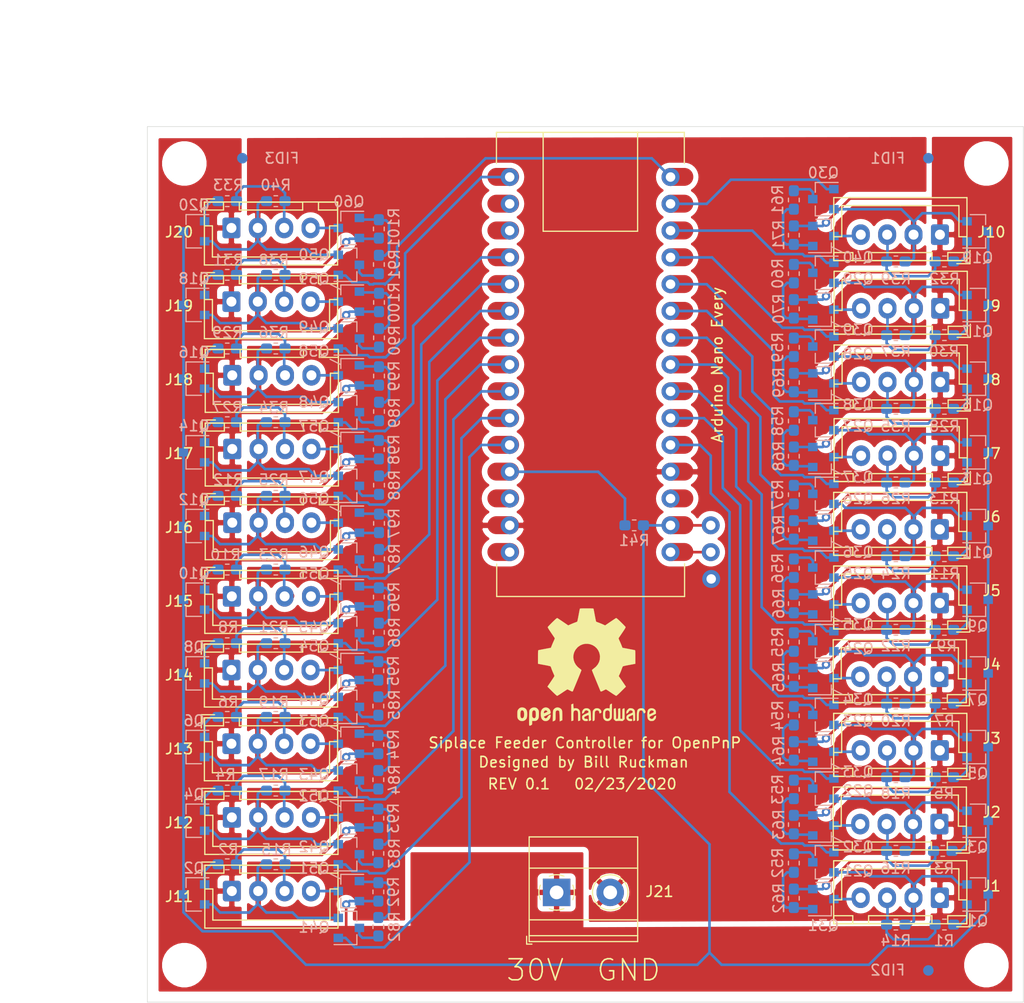
<source format=kicad_pcb>
(kicad_pcb (version 20171130) (host pcbnew "(5.1.5)-3")
  (layers (0 F.Cu signal hide) (31 B.Cu signal hide) (34 B.Paste user) (35 F.Paste user) (36 B.SilkS user) (37 F.SilkS user) (38 B.Mask user) (39 F.Mask user) (44 Edge.Cuts user))
  (net 0 "")
  (net 1 "Net-(A1-Pad30)")
  (net 2 GND)
  (net 3 "Net-(A1-Pad28)")
  (net 4 "Net-(A1-Pad27)")
  (net 5 "Net-(A1-Pad3)")
  (net 6 "Net-(A1-Pad18)")
  (net 7 "Net-(A1-Pad17)")
  (net 8 FEEDER0_TX)
  (net 9 FEEDER0_RX)
  (net 10 FEEDER2_TX)
  (net 11 FEEDER2_RX)
  (net 12 FEEDER4_TX)
  (net 13 FEEDER4_RX)
  (net 14 FEEDER6_TX)
  (net 15 FEEDER6_RX)
  (net 16 FEEDER8_TX)
  (net 17 FEEDER8_RX)
  (net 18 FEEDER10_TX)
  (net 19 FEEDER10_RX)
  (net 20 FEEDER12_TX)
  (net 21 FEEDER12_RX)
  (net 22 FEEDER14_TX)
  (net 23 FEEDER14_RX)
  (net 24 FEEDER16_TX)
  (net 25 FEEDER16_RX)
  (net 26 FEEDER18_TX)
  (net 27 FEEDER18_RX)
  (net 28 FEEDER1_TX)
  (net 29 FEEDER1_RX)
  (net 30 FEEDER3_TX)
  (net 31 FEEDER3_RX)
  (net 32 FEEDER5_TX)
  (net 33 FEEDER5_RX)
  (net 34 FEEDER7_TX)
  (net 35 FEEDER7_RX)
  (net 36 FEEDER9_TX)
  (net 37 FEEDER9_RX)
  (net 38 FEEDER11_TX)
  (net 39 FEEDER11_RX)
  (net 40 FEEDER13_TX)
  (net 41 FEEDER15_TX)
  (net 42 FEEDER15_RX)
  (net 43 FEEDER17_TX)
  (net 44 FEEDER17_RX)
  (net 45 FEEDER19_TX)
  (net 46 FEEDER19_RX)
  (net 47 "Net-(Q1-Pad1)")
  (net 48 "Net-(Q2-Pad1)")
  (net 49 "Net-(Q3-Pad1)")
  (net 50 "Net-(Q4-Pad1)")
  (net 51 "Net-(Q5-Pad1)")
  (net 52 "Net-(Q6-Pad1)")
  (net 53 "Net-(Q7-Pad1)")
  (net 54 "Net-(Q8-Pad1)")
  (net 55 "Net-(Q9-Pad1)")
  (net 56 "Net-(Q10-Pad1)")
  (net 57 "Net-(Q11-Pad1)")
  (net 58 "Net-(Q12-Pad1)")
  (net 59 "Net-(Q13-Pad1)")
  (net 60 "Net-(Q14-Pad1)")
  (net 61 "Net-(Q15-Pad1)")
  (net 62 "Net-(Q16-Pad1)")
  (net 63 "Net-(Q17-Pad1)")
  (net 64 "Net-(Q18-Pad1)")
  (net 65 "Net-(Q19-Pad1)")
  (net 66 "Net-(Q20-Pad1)")
  (net 67 "Net-(Q31-Pad1)")
  (net 68 "Net-(Q32-Pad1)")
  (net 69 "Net-(Q33-Pad1)")
  (net 70 "Net-(Q34-Pad1)")
  (net 71 "Net-(Q35-Pad1)")
  (net 72 "Net-(Q36-Pad1)")
  (net 73 "Net-(Q37-Pad1)")
  (net 74 "Net-(Q38-Pad1)")
  (net 75 "Net-(Q39-Pad1)")
  (net 76 "Net-(Q40-Pad1)")
  (net 77 FEEDER13_RX)
  (net 78 F1_TX)
  (net 79 F3_TX)
  (net 80 F5_TX)
  (net 81 F7_TX)
  (net 82 F9_TX)
  (net 83 F11_TX)
  (net 84 F13_TX)
  (net 85 F15_TX)
  (net 86 F17_TX)
  (net 87 F14_TX)
  (net 88 F19_TX)
  (net 89 "/MCU and RX/DEBUG")
  (net 90 "/MCU and RX/RX")
  (net 91 F0_TX)
  (net 92 F18_TX)
  (net 93 F2_TX)
  (net 94 F12_TX)
  (net 95 F10_TX)
  (net 96 F4_TX)
  (net 97 F6_TX)
  (net 98 F8_TX)
  (net 99 F16_TX)
  (net 100 +30V)
  (net 101 "Net-(Q21-Pad3)")
  (net 102 "Net-(Q22-Pad3)")
  (net 103 "Net-(Q23-Pad3)")
  (net 104 "Net-(Q24-Pad3)")
  (net 105 "Net-(Q25-Pad3)")
  (net 106 "Net-(Q26-Pad3)")
  (net 107 "Net-(Q27-Pad3)")
  (net 108 "Net-(Q28-Pad3)")
  (net 109 "Net-(Q29-Pad3)")
  (net 110 "Net-(Q30-Pad3)")
  (net 111 "Net-(Q41-Pad3)")
  (net 112 "Net-(Q42-Pad3)")
  (net 113 "Net-(Q43-Pad3)")
  (net 114 "Net-(Q44-Pad3)")
  (net 115 "Net-(Q45-Pad3)")
  (net 116 "Net-(Q46-Pad3)")
  (net 117 "Net-(Q47-Pad3)")
  (net 118 "Net-(Q48-Pad3)")
  (net 119 "Net-(Q49-Pad3)")
  (net 120 "Net-(Q50-Pad3)")
  (net 121 "Net-(Q51-Pad1)")
  (net 122 "Net-(Q52-Pad1)")
  (net 123 "Net-(Q53-Pad1)")
  (net 124 "Net-(Q54-Pad1)")
  (net 125 "Net-(Q55-Pad1)")
  (net 126 "Net-(Q56-Pad1)")
  (net 127 "Net-(Q57-Pad1)")
  (net 128 "Net-(Q58-Pad1)")
  (net 129 "Net-(Q59-Pad1)")
  (net 130 "Net-(Q60-Pad1)")
  (module Symbol:OSHW-Logo2_14.6x12mm_SilkScreen (layer F.Cu) (at 107.625 112.225)
    (fp_text reference REF** hide)
    (fp_text value OSHW-Logo2_14.6x12mm_SilkScreen hide)
  )
  (module Arduino_Nano_33:NANO_33_Footprint_SMD_Castell (layer F.Cu) (at 107.975 83.55 90)
    (fp_text reference A1)
    (fp_text value Arduino_Nano_Every)
    (pad 16 smd oval (at 17.78 -8.255) (size 3 1.7) (layers F.Cu F.Mask) (net 86 F17_TX))
    (pad 17 smd oval (at 15.24 -8.255) (size 3 1.7) (layers F.Cu F.Mask) (net 7 "Net-(A1-Pad17)"))
    (pad 18 smd oval (at 12.7 -8.255) (size 3 1.7) (layers F.Cu F.Mask) (net 6 "Net-(A1-Pad18)"))
    (pad 19 smd oval (at 10.16 -8.255) (size 3 1.7) (layers F.Cu F.Mask) (net 85 F15_TX))
    (pad 20 smd oval (at 7.62 -8.255) (size 3 1.7) (layers F.Cu F.Mask) (net 84 F13_TX))
    (pad 21 smd oval (at 5.08 -8.255) (size 3 1.7) (layers F.Cu F.Mask) (net 83 F11_TX))
    (pad 22 smd oval (at 2.54 -8.255) (size 3 1.7) (layers F.Cu F.Mask) (net 82 F9_TX))
    (pad 23 smd oval (at 0 -8.255) (size 3 1.7) (layers F.Cu F.Mask) (net 81 F7_TX))
    (pad 24 smd oval (at -2.54 -8.255) (size 3 1.7) (layers F.Cu F.Mask) (net 80 F5_TX))
    (pad 25 smd oval (at -5.08 -8.255) (size 3 1.7) (layers F.Cu F.Mask) (net 79 F3_TX))
    (pad 26 smd oval (at -7.62 -8.255) (size 3 1.7) (layers F.Cu F.Mask) (net 78 F1_TX))
    (pad 27 smd oval (at -10.16 -8.255) (size 3 1.7) (layers F.Cu F.Mask) (net 4 "Net-(A1-Pad27)"))
    (pad 28 smd oval (at -12.7 -8.255) (size 3 1.7) (layers F.Cu F.Mask) (net 3 "Net-(A1-Pad28)"))
    (pad 29 smd oval (at -15.24 -8.255) (size 3 1.7) (layers F.Cu F.Mask) (net 2 GND))
    (pad 30 smd oval (at -17.78 -8.255) (size 3 1.7) (layers F.Cu F.Mask) (net 1 "Net-(A1-Pad30)"))
    (pad 2 smd oval (at -15.24 8.255 180) (size 3 1.7) (layers F.Cu F.Mask) (net 90 "/MCU and RX/RX"))
    (pad 15 smd oval (at 17.78 8.255 180) (size 3 1.7) (layers F.Cu F.Mask) (net 88 F19_TX))
    (pad 8 smd oval (at 0 8.255 180) (size 3 1.7) (layers F.Cu F.Mask) (net 97 F6_TX))
    (pad 6 smd oval (at -5.08 8.255 180) (size 3 1.7) (layers F.Cu F.Mask) (net 93 F2_TX))
    (pad 7 smd oval (at -2.54 8.255 180) (size 3 1.7) (layers F.Cu F.Mask) (net 96 F4_TX))
    (pad 9 smd oval (at 2.54 8.255 180) (size 3 1.7) (layers F.Cu F.Mask) (net 98 F8_TX))
    (pad 10 smd oval (at 5.08 8.255 180) (size 3 1.7) (layers F.Cu F.Mask) (net 95 F10_TX))
    (pad 4 smd oval (at -10.16 8.255 180) (size 3 1.7) (layers F.Cu F.Mask) (net 2 GND))
    (pad 14 smd oval (at 15.24 8.255 180) (size 3 1.7) (layers F.Cu F.Mask) (net 92 F18_TX))
    (pad 1 smd oval (at -17.78 8.255 180) (size 3 1.7) (layers F.Cu F.Mask) (net 89 "/MCU and RX/DEBUG"))
    (pad 12 smd oval (at 10.16 8.255 180) (size 3 1.7) (layers F.Cu F.Mask) (net 87 F14_TX))
    (pad 13 smd oval (at 12.7 8.255 180) (size 3 1.7) (layers F.Cu F.Mask) (net 99 F16_TX))
    (pad 5 smd oval (at -7.62 8.255 180) (size 3 1.7) (layers F.Cu F.Mask) (net 91 F0_TX))
    (pad 3 smd oval (at -12.7 8.255 180) (size 3 1.7) (layers F.Cu F.Mask) (net 5 "Net-(A1-Pad3)"))
    (pad 11 smd oval (at 7.62 8.255 180) (size 3 1.7) (layers F.Cu F.Mask) (net 94 F12_TX))
  )
  (module Connector_JST:JST_XH_B4B-XH-A_1x04_P2.50mm_Vertical (layer F.Cu) (at 74.042 91.567)
    (fp_text reference J17 (at -5.042 0.433) (layer F.SilkS))
    (fp_text value Conn_01x04)
    (pad 4 thru_hole oval (at 7.5 0) (size 1.7 1.95) (drill 0.95) (layers *.Cu *.Mask) (net 40 FEEDER13_TX))
    (pad 3 thru_hole oval (at 5 0) (size 1.7 1.95) (drill 0.95) (layers *.Cu *.Mask) (net 77 FEEDER13_RX))
    (pad 2 thru_hole oval (at 2.5 0) (size 1.7 1.95) (drill 0.95) (layers *.Cu *.Mask) (net 2 GND))
    (pad 1 thru_hole roundrect (at 0 0) (size 1.7 1.95) (drill 0.95) (layers *.Cu *.Mask) (roundrect_rratio 0.147059) (net 100 +30V))
  )
  (module Connector_JST:JST_XH_B4B-XH-A_1x04_P2.50mm_Vertical (layer F.Cu) (at 141.097 71.247 180)
    (fp_text reference J10 (at -4.873 0.247) (layer F.SilkS))
    (fp_text value Conn_01x04)
    (pad 4 thru_hole oval (at 7.5 0 180) (size 1.7 1.95) (drill 0.95) (layers *.Cu *.Mask) (net 26 FEEDER18_TX))
    (pad 3 thru_hole oval (at 5 0 180) (size 1.7 1.95) (drill 0.95) (layers *.Cu *.Mask) (net 27 FEEDER18_RX))
    (pad 2 thru_hole oval (at 2.5 0 180) (size 1.7 1.95) (drill 0.95) (layers *.Cu *.Mask) (net 2 GND))
    (pad 1 thru_hole roundrect (at 0 0 180) (size 1.7 1.95) (drill 0.95) (layers *.Cu *.Mask) (roundrect_rratio 0.147059) (net 100 +30V))
  )
  (module Resistor_SMD:R_0603_1608Metric_Pad1.05x0.95mm_HandSolder (layer B.Cu) (at 87.932 70.7022 90)
    (fp_text reference R101 (at 0.0902 1.43 90) (layer B.SilkS) (effects (justify mirror)))
    (fp_text value 2K2)
    (pad 2 smd roundrect (at 0.875 0 90) (size 1.05 0.95) (layers B.Cu B.Paste B.Mask) (net 130 "Net-(Q60-Pad1)"))
    (pad 1 smd roundrect (at -0.875 0 90) (size 1.05 0.95) (layers B.Cu B.Paste B.Mask) (net 100 +30V))
  )
  (module Resistor_SMD:R_0603_1608Metric_Pad1.05x0.95mm_HandSolder (layer B.Cu) (at 87.9475 77.6745 90)
    (fp_text reference R100 (at 0 1.43 90) (layer B.SilkS) (effects (justify mirror)))
    (fp_text value 2K2)
    (pad 2 smd roundrect (at 0.875 0 90) (size 1.05 0.95) (layers B.Cu B.Paste B.Mask) (net 129 "Net-(Q59-Pad1)"))
    (pad 1 smd roundrect (at -0.875 0 90) (size 1.05 0.95) (layers B.Cu B.Paste B.Mask) (net 100 +30V))
  )
  (module Resistor_SMD:R_0603_1608Metric_Pad1.05x0.95mm_HandSolder (layer B.Cu) (at 87.9475 84.6455 90)
    (fp_text reference R99 (at 0 1.43 90) (layer B.SilkS) (effects (justify mirror)))
    (fp_text value 2K2)
    (pad 2 smd roundrect (at 0.875 0 90) (size 1.05 0.95) (layers B.Cu B.Paste B.Mask) (net 128 "Net-(Q58-Pad1)"))
    (pad 1 smd roundrect (at -0.875 0 90) (size 1.05 0.95) (layers B.Cu B.Paste B.Mask) (net 100 +30V))
  )
  (module Resistor_SMD:R_0603_1608Metric_Pad1.05x0.95mm_HandSolder (layer B.Cu) (at 87.932 91.6305 90)
    (fp_text reference R98 (at 0 1.43 90) (layer B.SilkS) (effects (justify mirror)))
    (fp_text value 2K2)
    (pad 2 smd roundrect (at 0.875 0 90) (size 1.05 0.95) (layers B.Cu B.Paste B.Mask) (net 127 "Net-(Q57-Pad1)"))
    (pad 1 smd roundrect (at -0.875 0 90) (size 1.05 0.95) (layers B.Cu B.Paste B.Mask) (net 100 +30V))
  )
  (module Resistor_SMD:R_0603_1608Metric_Pad1.05x0.95mm_HandSolder (layer B.Cu) (at 87.9475 98.6155 90)
    (fp_text reference R97 (at 0 1.43 90) (layer B.SilkS) (effects (justify mirror)))
    (fp_text value 2K2)
    (pad 2 smd roundrect (at 0.875 0 90) (size 1.05 0.95) (layers B.Cu B.Paste B.Mask) (net 126 "Net-(Q56-Pad1)"))
    (pad 1 smd roundrect (at -0.875 0 90) (size 1.05 0.95) (layers B.Cu B.Paste B.Mask) (net 100 +30V))
  )
  (module Resistor_SMD:R_0603_1608Metric_Pad1.05x0.95mm_HandSolder (layer B.Cu) (at 87.9348 105.6018 90)
    (fp_text reference R96 (at 0 1.43 90) (layer B.SilkS) (effects (justify mirror)))
    (fp_text value 2K2)
    (pad 2 smd roundrect (at 0.875 0 90) (size 1.05 0.95) (layers B.Cu B.Paste B.Mask) (net 125 "Net-(Q55-Pad1)"))
    (pad 1 smd roundrect (at -0.875 0 90) (size 1.05 0.95) (layers B.Cu B.Paste B.Mask) (net 100 +30V))
  )
  (module Resistor_SMD:R_0603_1608Metric_Pad1.05x0.95mm_HandSolder (layer B.Cu) (at 87.884 112.5995 90)
    (fp_text reference R95 (at 0 1.43 90) (layer B.SilkS) (effects (justify mirror)))
    (fp_text value 2K2)
    (pad 2 smd roundrect (at 0.875 0 90) (size 1.05 0.95) (layers B.Cu B.Paste B.Mask) (net 124 "Net-(Q54-Pad1)"))
    (pad 1 smd roundrect (at -0.875 0 90) (size 1.05 0.95) (layers B.Cu B.Paste B.Mask) (net 100 +30V))
  )
  (module Resistor_SMD:R_0603_1608Metric_Pad1.05x0.95mm_HandSolder (layer B.Cu) (at 87.884 119.5845 90)
    (fp_text reference R94 (at 0 1.43 90) (layer B.SilkS) (effects (justify mirror)))
    (fp_text value 2K2)
    (pad 2 smd roundrect (at 0.875 0 90) (size 1.05 0.95) (layers B.Cu B.Paste B.Mask) (net 123 "Net-(Q53-Pad1)"))
    (pad 1 smd roundrect (at -0.875 0 90) (size 1.05 0.95) (layers B.Cu B.Paste B.Mask) (net 100 +30V))
  )
  (module Resistor_SMD:R_0603_1608Metric_Pad1.05x0.95mm_HandSolder (layer B.Cu) (at 87.884 126.5695 90)
    (fp_text reference R93 (at 0 1.43 90) (layer B.SilkS) (effects (justify mirror)))
    (fp_text value 2K2)
    (pad 2 smd roundrect (at 0.875 0 90) (size 1.05 0.95) (layers B.Cu B.Paste B.Mask) (net 122 "Net-(Q52-Pad1)"))
    (pad 1 smd roundrect (at -0.875 0 90) (size 1.05 0.95) (layers B.Cu B.Paste B.Mask) (net 100 +30V))
  )
  (module Resistor_SMD:R_0603_1608Metric_Pad1.05x0.95mm_HandSolder (layer B.Cu) (at 87.884 133.5545 90)
    (fp_text reference R92 (at 0 1.43 90) (layer B.SilkS) (effects (justify mirror)))
    (fp_text value 2K2)
    (pad 2 smd roundrect (at 0.875 0 90) (size 1.05 0.95) (layers B.Cu B.Paste B.Mask) (net 121 "Net-(Q51-Pad1)"))
    (pad 1 smd roundrect (at -0.875 0 90) (size 1.05 0.95) (layers B.Cu B.Paste B.Mask) (net 100 +30V))
  )
  (module Resistor_SMD:R_0603_1608Metric_Pad1.05x0.95mm_HandSolder (layer B.Cu) (at 87.9348 74.0778 270)
    (fp_text reference R91 (at 0 -1.4732 90) (layer B.SilkS) (effects (justify mirror)))
    (fp_text value 10K)
    (pad 2 smd roundrect (at 0.875 0 270) (size 1.05 0.95) (layers B.Cu B.Paste B.Mask) (net 120 "Net-(Q50-Pad3)"))
    (pad 1 smd roundrect (at -0.875 0 270) (size 1.05 0.95) (layers B.Cu B.Paste B.Mask) (net 130 "Net-(Q60-Pad1)"))
  )
  (module Resistor_SMD:R_0603_1608Metric_Pad1.05x0.95mm_HandSolder (layer B.Cu) (at 87.9475 81.026 270)
    (fp_text reference R90 (at 0.254 -1.4605 90) (layer B.SilkS) (effects (justify mirror)))
    (fp_text value 10K)
    (pad 2 smd roundrect (at 0.875 0 270) (size 1.05 0.95) (layers B.Cu B.Paste B.Mask) (net 119 "Net-(Q49-Pad3)"))
    (pad 1 smd roundrect (at -0.875 0 270) (size 1.05 0.95) (layers B.Cu B.Paste B.Mask) (net 129 "Net-(Q59-Pad1)"))
  )
  (module Resistor_SMD:R_0603_1608Metric_Pad1.05x0.95mm_HandSolder (layer B.Cu) (at 87.9475 88.011 270)
    (fp_text reference R89 (at 0.127 -1.4605 90) (layer B.SilkS) (effects (justify mirror)))
    (fp_text value 10K)
    (pad 2 smd roundrect (at 0.875 0 270) (size 1.05 0.95) (layers B.Cu B.Paste B.Mask) (net 118 "Net-(Q48-Pad3)"))
    (pad 1 smd roundrect (at -0.875 0 270) (size 1.05 0.95) (layers B.Cu B.Paste B.Mask) (net 128 "Net-(Q58-Pad1)"))
  )
  (module Resistor_SMD:R_0603_1608Metric_Pad1.05x0.95mm_HandSolder (layer B.Cu) (at 87.9475 94.996 270)
    (fp_text reference R88 (at 0 -1.4605 90) (layer B.SilkS) (effects (justify mirror)))
    (fp_text value 10K)
    (pad 2 smd roundrect (at 0.875 0 270) (size 1.05 0.95) (layers B.Cu B.Paste B.Mask) (net 117 "Net-(Q47-Pad3)"))
    (pad 1 smd roundrect (at -0.875 0 270) (size 1.05 0.95) (layers B.Cu B.Paste B.Mask) (net 127 "Net-(Q57-Pad1)"))
  )
  (module Resistor_SMD:R_0603_1608Metric_Pad1.05x0.95mm_HandSolder (layer B.Cu) (at 87.9475 101.967 270)
    (fp_text reference R87 (at 0 -1.4605 90) (layer B.SilkS) (effects (justify mirror)))
    (fp_text value 10K)
    (pad 2 smd roundrect (at 0.875 0 270) (size 1.05 0.95) (layers B.Cu B.Paste B.Mask) (net 116 "Net-(Q46-Pad3)"))
    (pad 1 smd roundrect (at -0.875 0 270) (size 1.05 0.95) (layers B.Cu B.Paste B.Mask) (net 126 "Net-(Q56-Pad1)"))
  )
  (module Resistor_SMD:R_0603_1608Metric_Pad1.05x0.95mm_HandSolder (layer B.Cu) (at 87.9348 108.952 270)
    (fp_text reference R86 (at 0.014 -1.4732 90) (layer B.SilkS) (effects (justify mirror)))
    (fp_text value 10K)
    (pad 2 smd roundrect (at 0.875 0 270) (size 1.05 0.95) (layers B.Cu B.Paste B.Mask) (net 115 "Net-(Q45-Pad3)"))
    (pad 1 smd roundrect (at -0.875 0 270) (size 1.05 0.95) (layers B.Cu B.Paste B.Mask) (net 125 "Net-(Q55-Pad1)"))
  )
  (module Resistor_SMD:R_0603_1608Metric_Pad1.05x0.95mm_HandSolder (layer B.Cu) (at 87.884 115.937 270)
    (fp_text reference R85 (at -0.113 -1.524 90) (layer B.SilkS) (effects (justify mirror)))
    (fp_text value 10K)
    (pad 2 smd roundrect (at 0.875 0 270) (size 1.05 0.95) (layers B.Cu B.Paste B.Mask) (net 114 "Net-(Q44-Pad3)"))
    (pad 1 smd roundrect (at -0.875 0 270) (size 1.05 0.95) (layers B.Cu B.Paste B.Mask) (net 124 "Net-(Q54-Pad1)"))
  )
  (module Resistor_SMD:R_0603_1608Metric_Pad1.05x0.95mm_HandSolder (layer B.Cu) (at 87.884 122.922 270)
    (fp_text reference R84 (at 0 -1.524 90) (layer B.SilkS) (effects (justify mirror)))
    (fp_text value 10K)
    (pad 2 smd roundrect (at 0.875 0 270) (size 1.05 0.95) (layers B.Cu B.Paste B.Mask) (net 113 "Net-(Q43-Pad3)"))
    (pad 1 smd roundrect (at -0.875 0 270) (size 1.05 0.95) (layers B.Cu B.Paste B.Mask) (net 123 "Net-(Q53-Pad1)"))
  )
  (module Resistor_SMD:R_0603_1608Metric_Pad1.05x0.95mm_HandSolder (layer B.Cu) (at 87.884 129.907 270)
    (fp_text reference R83 (at 0 -1.524 90) (layer B.SilkS) (effects (justify mirror)))
    (fp_text value 10K)
    (pad 2 smd roundrect (at 0.875 0 270) (size 1.05 0.95) (layers B.Cu B.Paste B.Mask) (net 112 "Net-(Q42-Pad3)"))
    (pad 1 smd roundrect (at -0.875 0 270) (size 1.05 0.95) (layers B.Cu B.Paste B.Mask) (net 122 "Net-(Q52-Pad1)"))
  )
  (module Resistor_SMD:R_0603_1608Metric_Pad1.05x0.95mm_HandSolder (layer B.Cu) (at 87.884 136.8565 270)
    (fp_text reference R82 (at 0 -1.524 90) (layer B.SilkS) (effects (justify mirror)))
    (fp_text value 10K)
    (pad 2 smd roundrect (at 0.875 0 270) (size 1.05 0.95) (layers B.Cu B.Paste B.Mask) (net 111 "Net-(Q41-Pad3)"))
    (pad 1 smd roundrect (at -0.875 0 270) (size 1.05 0.95) (layers B.Cu B.Paste B.Mask) (net 121 "Net-(Q51-Pad1)"))
  )
  (module Resistor_SMD:R_0603_1608Metric_Pad1.05x0.95mm_HandSolder (layer B.Cu) (at 127.254 71.2965 270)
    (fp_text reference R71 (at 0 1.43 90) (layer B.SilkS) (effects (justify mirror)))
    (fp_text value 2K2)
    (pad 2 smd roundrect (at 0.875 0 270) (size 1.05 0.95) (layers B.Cu B.Paste B.Mask) (net 76 "Net-(Q40-Pad1)"))
    (pad 1 smd roundrect (at -0.875 0 270) (size 1.05 0.95) (layers B.Cu B.Paste B.Mask) (net 100 +30V))
  )
  (module Resistor_SMD:R_0603_1608Metric_Pad1.05x0.95mm_HandSolder (layer B.Cu) (at 127.254 78.2815 270)
    (fp_text reference R70 (at 0 1.43 90) (layer B.SilkS) (effects (justify mirror)))
    (fp_text value 2K2)
    (pad 2 smd roundrect (at 0.875 0 270) (size 1.05 0.95) (layers B.Cu B.Paste B.Mask) (net 75 "Net-(Q39-Pad1)"))
    (pad 1 smd roundrect (at -0.875 0 270) (size 1.05 0.95) (layers B.Cu B.Paste B.Mask) (net 100 +30V))
  )
  (module Resistor_SMD:R_0603_1608Metric_Pad1.05x0.95mm_HandSolder (layer B.Cu) (at 127.254 85.2665 270)
    (fp_text reference R69 (at 0 1.43 90) (layer B.SilkS) (effects (justify mirror)))
    (fp_text value 2K2)
    (pad 2 smd roundrect (at 0.875 0 270) (size 1.05 0.95) (layers B.Cu B.Paste B.Mask) (net 74 "Net-(Q38-Pad1)"))
    (pad 1 smd roundrect (at -0.875 0 270) (size 1.05 0.95) (layers B.Cu B.Paste B.Mask) (net 100 +30V))
  )
  (module Resistor_SMD:R_0603_1608Metric_Pad1.05x0.95mm_HandSolder (layer B.Cu) (at 127.254 92.2515 270)
    (fp_text reference R68 (at 0 1.43 90) (layer B.SilkS) (effects (justify mirror)))
    (fp_text value 2K2)
    (pad 2 smd roundrect (at 0.875 0 270) (size 1.05 0.95) (layers B.Cu B.Paste B.Mask) (net 73 "Net-(Q37-Pad1)"))
    (pad 1 smd roundrect (at -0.875 0 270) (size 1.05 0.95) (layers B.Cu B.Paste B.Mask) (net 100 +30V))
  )
  (module Resistor_SMD:R_0603_1608Metric_Pad1.05x0.95mm_HandSolder (layer B.Cu) (at 127.254 99.2365 270)
    (fp_text reference R67 (at 0 1.43 90) (layer B.SilkS) (effects (justify mirror)))
    (fp_text value 2K2)
    (pad 2 smd roundrect (at 0.875 0 270) (size 1.05 0.95) (layers B.Cu B.Paste B.Mask) (net 72 "Net-(Q36-Pad1)"))
    (pad 1 smd roundrect (at -0.875 0 270) (size 1.05 0.95) (layers B.Cu B.Paste B.Mask) (net 100 +30V))
  )
  (module Resistor_SMD:R_0603_1608Metric_Pad1.05x0.95mm_HandSolder (layer B.Cu) (at 127.254 106.2215 270)
    (fp_text reference R66 (at 0 1.43 90) (layer B.SilkS) (effects (justify mirror)))
    (fp_text value 2K2)
    (pad 2 smd roundrect (at 0.875 0 270) (size 1.05 0.95) (layers B.Cu B.Paste B.Mask) (net 71 "Net-(Q35-Pad1)"))
    (pad 1 smd roundrect (at -0.875 0 270) (size 1.05 0.95) (layers B.Cu B.Paste B.Mask) (net 100 +30V))
  )
  (module Resistor_SMD:R_0603_1608Metric_Pad1.05x0.95mm_HandSolder (layer B.Cu) (at 127.254 113.2065 270)
    (fp_text reference R65 (at 0 1.43 90) (layer B.SilkS) (effects (justify mirror)))
    (fp_text value 2K2)
    (pad 2 smd roundrect (at 0.875 0 270) (size 1.05 0.95) (layers B.Cu B.Paste B.Mask) (net 70 "Net-(Q34-Pad1)"))
    (pad 1 smd roundrect (at -0.875 0 270) (size 1.05 0.95) (layers B.Cu B.Paste B.Mask) (net 100 +30V))
  )
  (module Resistor_SMD:R_0603_1608Metric_Pad1.05x0.95mm_HandSolder (layer B.Cu) (at 127.254 120.1915 270)
    (fp_text reference R64 (at 0 1.43 90) (layer B.SilkS) (effects (justify mirror)))
    (fp_text value 2K2)
    (pad 2 smd roundrect (at 0.875 0 270) (size 1.05 0.95) (layers B.Cu B.Paste B.Mask) (net 69 "Net-(Q33-Pad1)"))
    (pad 1 smd roundrect (at -0.875 0 270) (size 1.05 0.95) (layers B.Cu B.Paste B.Mask) (net 100 +30V))
  )
  (module Resistor_SMD:R_0603_1608Metric_Pad1.05x0.95mm_HandSolder (layer B.Cu) (at 127.254 127.1765 270)
    (fp_text reference R63 (at 0 1.43 90) (layer B.SilkS) (effects (justify mirror)))
    (fp_text value 2K2)
    (pad 2 smd roundrect (at 0.875 0 270) (size 1.05 0.95) (layers B.Cu B.Paste B.Mask) (net 68 "Net-(Q32-Pad1)"))
    (pad 1 smd roundrect (at -0.875 0 270) (size 1.05 0.95) (layers B.Cu B.Paste B.Mask) (net 100 +30V))
  )
  (module Resistor_SMD:R_0603_1608Metric_Pad1.05x0.95mm_HandSolder (layer B.Cu) (at 127.254 134.1615 270)
    (fp_text reference R62 (at 0 1.43 90) (layer B.SilkS) (effects (justify mirror)))
    (fp_text value 2K2)
    (pad 2 smd roundrect (at 0.875 0 270) (size 1.05 0.95) (layers B.Cu B.Paste B.Mask) (net 67 "Net-(Q31-Pad1)"))
    (pad 1 smd roundrect (at -0.875 0 270) (size 1.05 0.95) (layers B.Cu B.Paste B.Mask) (net 100 +30V))
  )
  (module Resistor_SMD:R_0603_1608Metric_Pad1.05x0.95mm_HandSolder (layer B.Cu) (at 127.254 67.959 90)
    (fp_text reference R61 (at 0 -1.524 90) (layer B.SilkS) (effects (justify mirror)))
    (fp_text value 10K)
    (pad 2 smd roundrect (at 0.875 0 90) (size 1.05 0.95) (layers B.Cu B.Paste B.Mask) (net 110 "Net-(Q30-Pad3)"))
    (pad 1 smd roundrect (at -0.875 0 90) (size 1.05 0.95) (layers B.Cu B.Paste B.Mask) (net 76 "Net-(Q40-Pad1)"))
  )
  (module Resistor_SMD:R_0603_1608Metric_Pad1.05x0.95mm_HandSolder (layer B.Cu) (at 127.254 74.944 90)
    (fp_text reference R60 (at 0.014 -1.524 90) (layer B.SilkS) (effects (justify mirror)))
    (fp_text value 10K)
    (pad 2 smd roundrect (at 0.875 0 90) (size 1.05 0.95) (layers B.Cu B.Paste B.Mask) (net 109 "Net-(Q29-Pad3)"))
    (pad 1 smd roundrect (at -0.875 0 90) (size 1.05 0.95) (layers B.Cu B.Paste B.Mask) (net 75 "Net-(Q39-Pad1)"))
  )
  (module Resistor_SMD:R_0603_1608Metric_Pad1.05x0.95mm_HandSolder (layer B.Cu) (at 127.254 81.929 90)
    (fp_text reference R59 (at 0 -1.524 90) (layer B.SilkS) (effects (justify mirror)))
    (fp_text value 10K)
    (pad 2 smd roundrect (at 0.875 0 90) (size 1.05 0.95) (layers B.Cu B.Paste B.Mask) (net 108 "Net-(Q28-Pad3)"))
    (pad 1 smd roundrect (at -0.875 0 90) (size 1.05 0.95) (layers B.Cu B.Paste B.Mask) (net 74 "Net-(Q38-Pad1)"))
  )
  (module Resistor_SMD:R_0603_1608Metric_Pad1.05x0.95mm_HandSolder (layer B.Cu) (at 127.254 88.914 90)
    (fp_text reference R58 (at 0.014 -1.524 90) (layer B.SilkS) (effects (justify mirror)))
    (fp_text value 10K)
    (pad 2 smd roundrect (at 0.875 0 90) (size 1.05 0.95) (layers B.Cu B.Paste B.Mask) (net 107 "Net-(Q27-Pad3)"))
    (pad 1 smd roundrect (at -0.875 0 90) (size 1.05 0.95) (layers B.Cu B.Paste B.Mask) (net 73 "Net-(Q37-Pad1)"))
  )
  (module Resistor_SMD:R_0603_1608Metric_Pad1.05x0.95mm_HandSolder (layer B.Cu) (at 127.254 95.899 90)
    (fp_text reference R57 (at 0 -1.524 90) (layer B.SilkS) (effects (justify mirror)))
    (fp_text value 10K)
    (pad 2 smd roundrect (at 0.875 0 90) (size 1.05 0.95) (layers B.Cu B.Paste B.Mask) (net 106 "Net-(Q26-Pad3)"))
    (pad 1 smd roundrect (at -0.875 0 90) (size 1.05 0.95) (layers B.Cu B.Paste B.Mask) (net 72 "Net-(Q36-Pad1)"))
  )
  (module Resistor_SMD:R_0603_1608Metric_Pad1.05x0.95mm_HandSolder (layer B.Cu) (at 127.254 102.87 90)
    (fp_text reference R56 (at 0 -1.524 90) (layer B.SilkS) (effects (justify mirror)))
    (fp_text value 10K)
    (pad 2 smd roundrect (at 0.875 0 90) (size 1.05 0.95) (layers B.Cu B.Paste B.Mask) (net 105 "Net-(Q25-Pad3)"))
    (pad 1 smd roundrect (at -0.875 0 90) (size 1.05 0.95) (layers B.Cu B.Paste B.Mask) (net 71 "Net-(Q35-Pad1)"))
  )
  (module Resistor_SMD:R_0603_1608Metric_Pad1.05x0.95mm_HandSolder (layer B.Cu) (at 127.254 109.869 90)
    (fp_text reference R55 (at 0 -1.524 90) (layer B.SilkS) (effects (justify mirror)))
    (fp_text value 10K)
    (pad 2 smd roundrect (at 0.875 0 90) (size 1.05 0.95) (layers B.Cu B.Paste B.Mask) (net 104 "Net-(Q24-Pad3)"))
    (pad 1 smd roundrect (at -0.875 0 90) (size 1.05 0.95) (layers B.Cu B.Paste B.Mask) (net 70 "Net-(Q34-Pad1)"))
  )
  (module Resistor_SMD:R_0603_1608Metric_Pad1.05x0.95mm_HandSolder (layer B.Cu) (at 127.254 116.854 90)
    (fp_text reference R54 (at 0.014 -1.524 90) (layer B.SilkS) (effects (justify mirror)))
    (fp_text value 10K)
    (pad 2 smd roundrect (at 0.875 0 90) (size 1.05 0.95) (layers B.Cu B.Paste B.Mask) (net 103 "Net-(Q23-Pad3)"))
    (pad 1 smd roundrect (at -0.875 0 90) (size 1.05 0.95) (layers B.Cu B.Paste B.Mask) (net 69 "Net-(Q33-Pad1)"))
  )
  (module Resistor_SMD:R_0603_1608Metric_Pad1.05x0.95mm_HandSolder (layer B.Cu) (at 127.254 123.839 90)
    (fp_text reference R53 (at 0 -1.524 90) (layer B.SilkS) (effects (justify mirror)))
    (fp_text value 10K)
    (pad 2 smd roundrect (at 0.875 0 90) (size 1.05 0.95) (layers B.Cu B.Paste B.Mask) (net 102 "Net-(Q22-Pad3)"))
    (pad 1 smd roundrect (at -0.875 0 90) (size 1.05 0.95) (layers B.Cu B.Paste B.Mask) (net 68 "Net-(Q32-Pad1)"))
  )
  (module Resistor_SMD:R_0603_1608Metric_Pad1.05x0.95mm_HandSolder (layer B.Cu) (at 127.254 130.824 90)
    (fp_text reference R52 (at 0.014 -1.524 90) (layer B.SilkS) (effects (justify mirror)))
    (fp_text value 10K)
    (pad 2 smd roundrect (at 0.875 0 90) (size 1.05 0.95) (layers B.Cu B.Paste B.Mask) (net 101 "Net-(Q21-Pad3)"))
    (pad 1 smd roundrect (at -0.875 0 90) (size 1.05 0.95) (layers B.Cu B.Paste B.Mask) (net 67 "Net-(Q31-Pad1)"))
  )
  (module Resistor_SMD:R_0603_1608Metric_Pad1.05x0.95mm_HandSolder (layer B.Cu) (at 112.127 98.806)
    (fp_text reference R41 (at 0 1.43) (layer B.SilkS) (effects (justify mirror)))
    (fp_text value 2K2)
    (pad 2 smd roundrect (at 0.875 0) (size 1.05 0.95) (layers B.Cu B.Paste B.Mask) (net 90 "/MCU and RX/RX"))
    (pad 1 smd roundrect (at -0.875 0) (size 1.05 0.95) (layers B.Cu B.Paste B.Mask) (net 4 "Net-(A1-Pad27)"))
  )
  (module Package_TO_SOT_SMD:SOT-23 (layer B.Cu) (at 85.09 70.612 180)
    (fp_text reference Q60 (at 0 2.5) (layer B.SilkS) (effects (justify mirror)))
    (fp_text value BC856)
    (pad 3 smd rect (at 1 0 180) (size 0.9 0.8) (layers B.Cu B.Paste B.Mask) (net 45 FEEDER19_TX))
    (pad 2 smd rect (at -1 -0.95 180) (size 0.9 0.8) (layers B.Cu B.Paste B.Mask) (net 100 +30V))
    (pad 1 smd rect (at -1 0.95 180) (size 0.9 0.8) (layers B.Cu B.Paste B.Mask) (net 130 "Net-(Q60-Pad1)"))
  )
  (module Package_TO_SOT_SMD:SOT-23 (layer B.Cu) (at 85.09 77.597 180)
    (fp_text reference Q59 (at 3.302 2.159) (layer B.SilkS) (effects (justify mirror)))
    (fp_text value BC856)
    (pad 3 smd rect (at 1 0 180) (size 0.9 0.8) (layers B.Cu B.Paste B.Mask) (net 43 FEEDER17_TX))
    (pad 2 smd rect (at -1 -0.95 180) (size 0.9 0.8) (layers B.Cu B.Paste B.Mask) (net 100 +30V))
    (pad 1 smd rect (at -1 0.95 180) (size 0.9 0.8) (layers B.Cu B.Paste B.Mask) (net 129 "Net-(Q59-Pad1)"))
  )
  (module Package_TO_SOT_SMD:SOT-23 (layer B.Cu) (at 85.09 84.582 180)
    (fp_text reference Q58 (at 3.302 2.286) (layer B.SilkS) (effects (justify mirror)))
    (fp_text value BC856)
    (pad 3 smd rect (at 1 0 180) (size 0.9 0.8) (layers B.Cu B.Paste B.Mask) (net 41 FEEDER15_TX))
    (pad 2 smd rect (at -1 -0.95 180) (size 0.9 0.8) (layers B.Cu B.Paste B.Mask) (net 100 +30V))
    (pad 1 smd rect (at -1 0.95 180) (size 0.9 0.8) (layers B.Cu B.Paste B.Mask) (net 128 "Net-(Q58-Pad1)"))
  )
  (module Package_TO_SOT_SMD:SOT-23 (layer B.Cu) (at 85.09 91.567 180)
    (fp_text reference Q57 (at 3.302 2.159) (layer B.SilkS) (effects (justify mirror)))
    (fp_text value BC856)
    (pad 3 smd rect (at 1 0 180) (size 0.9 0.8) (layers B.Cu B.Paste B.Mask) (net 40 FEEDER13_TX))
    (pad 2 smd rect (at -1 -0.95 180) (size 0.9 0.8) (layers B.Cu B.Paste B.Mask) (net 100 +30V))
    (pad 1 smd rect (at -1 0.95 180) (size 0.9 0.8) (layers B.Cu B.Paste B.Mask) (net 127 "Net-(Q57-Pad1)"))
  )
  (module Package_TO_SOT_SMD:SOT-23 (layer B.Cu) (at 85.09 98.552 180)
    (fp_text reference Q56 (at 3.302 2.286) (layer B.SilkS) (effects (justify mirror)))
    (fp_text value BC856)
    (pad 3 smd rect (at 1 0 180) (size 0.9 0.8) (layers B.Cu B.Paste B.Mask) (net 38 FEEDER11_TX))
    (pad 2 smd rect (at -1 -0.95 180) (size 0.9 0.8) (layers B.Cu B.Paste B.Mask) (net 100 +30V))
    (pad 1 smd rect (at -1 0.95 180) (size 0.9 0.8) (layers B.Cu B.Paste B.Mask) (net 126 "Net-(Q56-Pad1)"))
  )
  (module Package_TO_SOT_SMD:SOT-23 (layer B.Cu) (at 85.09 105.537 180)
    (fp_text reference Q55 (at 3.302 2.159) (layer B.SilkS) (effects (justify mirror)))
    (fp_text value BC856)
    (pad 3 smd rect (at 1 0 180) (size 0.9 0.8) (layers B.Cu B.Paste B.Mask) (net 36 FEEDER9_TX))
    (pad 2 smd rect (at -1 -0.95 180) (size 0.9 0.8) (layers B.Cu B.Paste B.Mask) (net 100 +30V))
    (pad 1 smd rect (at -1 0.95 180) (size 0.9 0.8) (layers B.Cu B.Paste B.Mask) (net 125 "Net-(Q55-Pad1)"))
  )
  (module Package_TO_SOT_SMD:SOT-23 (layer B.Cu) (at 85.09 112.522 180)
    (fp_text reference Q54 (at 3.302 2.286) (layer B.SilkS) (effects (justify mirror)))
    (fp_text value BC856)
    (pad 3 smd rect (at 1 0 180) (size 0.9 0.8) (layers B.Cu B.Paste B.Mask) (net 34 FEEDER7_TX))
    (pad 2 smd rect (at -1 -0.95 180) (size 0.9 0.8) (layers B.Cu B.Paste B.Mask) (net 100 +30V))
    (pad 1 smd rect (at -1 0.95 180) (size 0.9 0.8) (layers B.Cu B.Paste B.Mask) (net 124 "Net-(Q54-Pad1)"))
  )
  (module Package_TO_SOT_SMD:SOT-23 (layer B.Cu) (at 85.09 119.507 180)
    (fp_text reference Q53 (at 3.302 2.159) (layer B.SilkS) (effects (justify mirror)))
    (fp_text value BC856)
    (pad 3 smd rect (at 1 0 180) (size 0.9 0.8) (layers B.Cu B.Paste B.Mask) (net 32 FEEDER5_TX))
    (pad 2 smd rect (at -1 -0.95 180) (size 0.9 0.8) (layers B.Cu B.Paste B.Mask) (net 100 +30V))
    (pad 1 smd rect (at -1 0.95 180) (size 0.9 0.8) (layers B.Cu B.Paste B.Mask) (net 123 "Net-(Q53-Pad1)"))
  )
  (module Package_TO_SOT_SMD:SOT-23 (layer B.Cu) (at 85.09 126.492 180)
    (fp_text reference Q52 (at 3.302 2.032) (layer B.SilkS) (effects (justify mirror)))
    (fp_text value BC856)
    (pad 3 smd rect (at 1 0 180) (size 0.9 0.8) (layers B.Cu B.Paste B.Mask) (net 30 FEEDER3_TX))
    (pad 2 smd rect (at -1 -0.95 180) (size 0.9 0.8) (layers B.Cu B.Paste B.Mask) (net 100 +30V))
    (pad 1 smd rect (at -1 0.95 180) (size 0.9 0.8) (layers B.Cu B.Paste B.Mask) (net 122 "Net-(Q52-Pad1)"))
  )
  (module Package_TO_SOT_SMD:SOT-23 (layer B.Cu) (at 85.09 133.477 180)
    (fp_text reference Q51 (at 3.302 2.159) (layer B.SilkS) (effects (justify mirror)))
    (fp_text value BC856)
    (pad 3 smd rect (at 1 0 180) (size 0.9 0.8) (layers B.Cu B.Paste B.Mask) (net 28 FEEDER1_TX))
    (pad 2 smd rect (at -1 -0.95 180) (size 0.9 0.8) (layers B.Cu B.Paste B.Mask) (net 100 +30V))
    (pad 1 smd rect (at -1 0.95 180) (size 0.9 0.8) (layers B.Cu B.Paste B.Mask) (net 121 "Net-(Q51-Pad1)"))
  )
  (module Package_TO_SOT_SMD:SOT-23 (layer B.Cu) (at 85.09 74.1045)
    (fp_text reference Q50 (at -3.302 -0.9525) (layer B.SilkS) (effects (justify mirror)))
    (fp_text value 2N7002)
    (pad 3 smd rect (at 1 0) (size 0.9 0.8) (layers B.Cu B.Paste B.Mask) (net 120 "Net-(Q50-Pad3)"))
    (pad 2 smd rect (at -1 -0.95) (size 0.9 0.8) (layers B.Cu B.Paste B.Mask) (net 2 GND))
    (pad 1 smd rect (at -1 0.95) (size 0.9 0.8) (layers B.Cu B.Paste B.Mask) (net 88 F19_TX))
  )
  (module Package_TO_SOT_SMD:SOT-23 (layer B.Cu) (at 85.09 81.0895)
    (fp_text reference Q49 (at -3.302 -1.0795) (layer B.SilkS) (effects (justify mirror)))
    (fp_text value 2N7002)
    (pad 3 smd rect (at 1 0) (size 0.9 0.8) (layers B.Cu B.Paste B.Mask) (net 119 "Net-(Q49-Pad3)"))
    (pad 2 smd rect (at -1 -0.95) (size 0.9 0.8) (layers B.Cu B.Paste B.Mask) (net 2 GND))
    (pad 1 smd rect (at -1 0.95) (size 0.9 0.8) (layers B.Cu B.Paste B.Mask) (net 86 F17_TX))
  )
  (module Package_TO_SOT_SMD:SOT-23 (layer B.Cu) (at 85.09 88.0745)
    (fp_text reference Q48 (at -3.302 -0.9525) (layer B.SilkS) (effects (justify mirror)))
    (fp_text value 2N7002)
    (pad 3 smd rect (at 1 0) (size 0.9 0.8) (layers B.Cu B.Paste B.Mask) (net 118 "Net-(Q48-Pad3)"))
    (pad 2 smd rect (at -1 -0.95) (size 0.9 0.8) (layers B.Cu B.Paste B.Mask) (net 2 GND))
    (pad 1 smd rect (at -1 0.95) (size 0.9 0.8) (layers B.Cu B.Paste B.Mask) (net 85 F15_TX))
  )
  (module Package_TO_SOT_SMD:SOT-23 (layer B.Cu) (at 85.09 95.0595)
    (fp_text reference Q47 (at -3.302 -0.8255) (layer B.SilkS) (effects (justify mirror)))
    (fp_text value 2N7002)
    (pad 3 smd rect (at 1 0) (size 0.9 0.8) (layers B.Cu B.Paste B.Mask) (net 117 "Net-(Q47-Pad3)"))
    (pad 2 smd rect (at -1 -0.95) (size 0.9 0.8) (layers B.Cu B.Paste B.Mask) (net 2 GND))
    (pad 1 smd rect (at -1 0.95) (size 0.9 0.8) (layers B.Cu B.Paste B.Mask) (net 84 F13_TX))
  )
  (module Package_TO_SOT_SMD:SOT-23 (layer B.Cu) (at 85.09 102.0445)
    (fp_text reference Q46 (at -3.302 -0.6985) (layer B.SilkS) (effects (justify mirror)))
    (fp_text value 2N7002)
    (pad 3 smd rect (at 1 0) (size 0.9 0.8) (layers B.Cu B.Paste B.Mask) (net 116 "Net-(Q46-Pad3)"))
    (pad 2 smd rect (at -1 -0.95) (size 0.9 0.8) (layers B.Cu B.Paste B.Mask) (net 2 GND))
    (pad 1 smd rect (at -1 0.95) (size 0.9 0.8) (layers B.Cu B.Paste B.Mask) (net 83 F11_TX))
  )
  (module Package_TO_SOT_SMD:SOT-23 (layer B.Cu) (at 85.09 109.0295)
    (fp_text reference Q45 (at -3.302 -0.5715) (layer B.SilkS) (effects (justify mirror)))
    (fp_text value 2N7002)
    (pad 3 smd rect (at 1 0) (size 0.9 0.8) (layers B.Cu B.Paste B.Mask) (net 115 "Net-(Q45-Pad3)"))
    (pad 2 smd rect (at -1 -0.95) (size 0.9 0.8) (layers B.Cu B.Paste B.Mask) (net 2 GND))
    (pad 1 smd rect (at -1 0.95) (size 0.9 0.8) (layers B.Cu B.Paste B.Mask) (net 82 F9_TX))
  )
  (module Package_TO_SOT_SMD:SOT-23 (layer B.Cu) (at 85.09 116.0145)
    (fp_text reference Q44 (at -3.302 -0.6985) (layer B.SilkS) (effects (justify mirror)))
    (fp_text value 2N7002)
    (pad 3 smd rect (at 1 0) (size 0.9 0.8) (layers B.Cu B.Paste B.Mask) (net 114 "Net-(Q44-Pad3)"))
    (pad 2 smd rect (at -1 -0.95) (size 0.9 0.8) (layers B.Cu B.Paste B.Mask) (net 2 GND))
    (pad 1 smd rect (at -1 0.95) (size 0.9 0.8) (layers B.Cu B.Paste B.Mask) (net 81 F7_TX))
  )
  (module Package_TO_SOT_SMD:SOT-23 (layer B.Cu) (at 85.09 122.9995)
    (fp_text reference Q43 (at -3.302 -0.5715) (layer B.SilkS) (effects (justify mirror)))
    (fp_text value 2N7002)
    (pad 3 smd rect (at 1 0) (size 0.9 0.8) (layers B.Cu B.Paste B.Mask) (net 113 "Net-(Q43-Pad3)"))
    (pad 2 smd rect (at -1 -0.95) (size 0.9 0.8) (layers B.Cu B.Paste B.Mask) (net 2 GND))
    (pad 1 smd rect (at -1 0.95) (size 0.9 0.8) (layers B.Cu B.Paste B.Mask) (net 80 F5_TX))
  )
  (module Package_TO_SOT_SMD:SOT-23 (layer B.Cu) (at 85.09 129.9845)
    (fp_text reference Q42 (at -3.302 -0.6985) (layer B.SilkS) (effects (justify mirror)))
    (fp_text value 2N7002)
    (pad 3 smd rect (at 1 0) (size 0.9 0.8) (layers B.Cu B.Paste B.Mask) (net 112 "Net-(Q42-Pad3)"))
    (pad 2 smd rect (at -1 -0.95) (size 0.9 0.8) (layers B.Cu B.Paste B.Mask) (net 2 GND))
    (pad 1 smd rect (at -1 0.95) (size 0.9 0.8) (layers B.Cu B.Paste B.Mask) (net 79 F3_TX))
  )
  (module Package_TO_SOT_SMD:SOT-23 (layer B.Cu) (at 85.09 136.9695)
    (fp_text reference Q41 (at -3.302 -0.0635) (layer B.SilkS) (effects (justify mirror)))
    (fp_text value 2N7002)
    (pad 3 smd rect (at 1 0) (size 0.9 0.8) (layers B.Cu B.Paste B.Mask) (net 111 "Net-(Q41-Pad3)"))
    (pad 2 smd rect (at -1 -0.95) (size 0.9 0.8) (layers B.Cu B.Paste B.Mask) (net 2 GND))
    (pad 1 smd rect (at -1 0.95) (size 0.9 0.8) (layers B.Cu B.Paste B.Mask) (net 78 F1_TX))
  )
  (module Package_TO_SOT_SMD:SOT-23 (layer B.Cu) (at 130.048 71.374)
    (fp_text reference Q40 (at 3.302 2.032) (layer B.SilkS) (effects (justify mirror)))
    (fp_text value BC856)
    (pad 3 smd rect (at 1 0) (size 0.9 0.8) (layers B.Cu B.Paste B.Mask) (net 26 FEEDER18_TX))
    (pad 2 smd rect (at -1 -0.95) (size 0.9 0.8) (layers B.Cu B.Paste B.Mask) (net 100 +30V))
    (pad 1 smd rect (at -1 0.95) (size 0.9 0.8) (layers B.Cu B.Paste B.Mask) (net 76 "Net-(Q40-Pad1)"))
  )
  (module Package_TO_SOT_SMD:SOT-23 (layer B.Cu) (at 130.048 78.359)
    (fp_text reference Q39 (at 3.302 1.905) (layer B.SilkS) (effects (justify mirror)))
    (fp_text value BC856)
    (pad 3 smd rect (at 1 0) (size 0.9 0.8) (layers B.Cu B.Paste B.Mask) (net 24 FEEDER16_TX))
    (pad 2 smd rect (at -1 -0.95) (size 0.9 0.8) (layers B.Cu B.Paste B.Mask) (net 100 +30V))
    (pad 1 smd rect (at -1 0.95) (size 0.9 0.8) (layers B.Cu B.Paste B.Mask) (net 75 "Net-(Q39-Pad1)"))
  )
  (module Package_TO_SOT_SMD:SOT-23 (layer B.Cu) (at 130.048 85.344)
    (fp_text reference Q38 (at 3.302 2.032) (layer B.SilkS) (effects (justify mirror)))
    (fp_text value BC856)
    (pad 3 smd rect (at 1 0) (size 0.9 0.8) (layers B.Cu B.Paste B.Mask) (net 22 FEEDER14_TX))
    (pad 2 smd rect (at -1 -0.95) (size 0.9 0.8) (layers B.Cu B.Paste B.Mask) (net 100 +30V))
    (pad 1 smd rect (at -1 0.95) (size 0.9 0.8) (layers B.Cu B.Paste B.Mask) (net 74 "Net-(Q38-Pad1)"))
  )
  (module Package_TO_SOT_SMD:SOT-23 (layer B.Cu) (at 130.048 92.329)
    (fp_text reference Q37 (at 3.302 1.905) (layer B.SilkS) (effects (justify mirror)))
    (fp_text value BC856)
    (pad 3 smd rect (at 1 0) (size 0.9 0.8) (layers B.Cu B.Paste B.Mask) (net 20 FEEDER12_TX))
    (pad 2 smd rect (at -1 -0.95) (size 0.9 0.8) (layers B.Cu B.Paste B.Mask) (net 100 +30V))
    (pad 1 smd rect (at -1 0.95) (size 0.9 0.8) (layers B.Cu B.Paste B.Mask) (net 73 "Net-(Q37-Pad1)"))
  )
  (module Package_TO_SOT_SMD:SOT-23 (layer B.Cu) (at 130.048 99.314)
    (fp_text reference Q36 (at 3.302 2.032) (layer B.SilkS) (effects (justify mirror)))
    (fp_text value BC856)
    (pad 3 smd rect (at 1 0) (size 0.9 0.8) (layers B.Cu B.Paste B.Mask) (net 18 FEEDER10_TX))
    (pad 2 smd rect (at -1 -0.95) (size 0.9 0.8) (layers B.Cu B.Paste B.Mask) (net 100 +30V))
    (pad 1 smd rect (at -1 0.95) (size 0.9 0.8) (layers B.Cu B.Paste B.Mask) (net 72 "Net-(Q36-Pad1)"))
  )
  (module Package_TO_SOT_SMD:SOT-23 (layer B.Cu) (at 130.048 106.299)
    (fp_text reference Q35 (at 3.302 1.905) (layer B.SilkS) (effects (justify mirror)))
    (fp_text value BC856)
    (pad 3 smd rect (at 1 0) (size 0.9 0.8) (layers B.Cu B.Paste B.Mask) (net 16 FEEDER8_TX))
    (pad 2 smd rect (at -1 -0.95) (size 0.9 0.8) (layers B.Cu B.Paste B.Mask) (net 100 +30V))
    (pad 1 smd rect (at -1 0.95) (size 0.9 0.8) (layers B.Cu B.Paste B.Mask) (net 71 "Net-(Q35-Pad1)"))
  )
  (module Package_TO_SOT_SMD:SOT-23 (layer B.Cu) (at 130.048 113.284)
    (fp_text reference Q34 (at 3.302 2.032) (layer B.SilkS) (effects (justify mirror)))
    (fp_text value BC856)
    (pad 3 smd rect (at 1 0) (size 0.9 0.8) (layers B.Cu B.Paste B.Mask) (net 14 FEEDER6_TX))
    (pad 2 smd rect (at -1 -0.95) (size 0.9 0.8) (layers B.Cu B.Paste B.Mask) (net 100 +30V))
    (pad 1 smd rect (at -1 0.95) (size 0.9 0.8) (layers B.Cu B.Paste B.Mask) (net 70 "Net-(Q34-Pad1)"))
  )
  (module Package_TO_SOT_SMD:SOT-23 (layer B.Cu) (at 130.048 120.269)
    (fp_text reference Q33 (at 3.302 1.905) (layer B.SilkS) (effects (justify mirror)))
    (fp_text value BC856)
    (pad 3 smd rect (at 1 0) (size 0.9 0.8) (layers B.Cu B.Paste B.Mask) (net 12 FEEDER4_TX))
    (pad 2 smd rect (at -1 -0.95) (size 0.9 0.8) (layers B.Cu B.Paste B.Mask) (net 100 +30V))
    (pad 1 smd rect (at -1 0.95) (size 0.9 0.8) (layers B.Cu B.Paste B.Mask) (net 69 "Net-(Q33-Pad1)"))
  )
  (module Package_TO_SOT_SMD:SOT-23 (layer B.Cu) (at 130.048 127.254)
    (fp_text reference Q32 (at 3.302 2.032) (layer B.SilkS) (effects (justify mirror)))
    (fp_text value BC856)
    (pad 3 smd rect (at 1 0) (size 0.9 0.8) (layers B.Cu B.Paste B.Mask) (net 10 FEEDER2_TX))
    (pad 2 smd rect (at -1 -0.95) (size 0.9 0.8) (layers B.Cu B.Paste B.Mask) (net 100 +30V))
    (pad 1 smd rect (at -1 0.95) (size 0.9 0.8) (layers B.Cu B.Paste B.Mask) (net 68 "Net-(Q32-Pad1)"))
  )
  (module Package_TO_SOT_SMD:SOT-23 (layer B.Cu) (at 130.048 134.239)
    (fp_text reference Q31 (at 0 2.5) (layer B.SilkS) (effects (justify mirror)))
    (fp_text value BC856)
    (pad 3 smd rect (at 1 0) (size 0.9 0.8) (layers B.Cu B.Paste B.Mask) (net 8 FEEDER0_TX))
    (pad 2 smd rect (at -1 -0.95) (size 0.9 0.8) (layers B.Cu B.Paste B.Mask) (net 100 +30V))
    (pad 1 smd rect (at -1 0.95) (size 0.9 0.8) (layers B.Cu B.Paste B.Mask) (net 67 "Net-(Q31-Pad1)"))
  )
  (module Package_TO_SOT_SMD:SOT-23 (layer B.Cu) (at 130.048 67.8815 180)
    (fp_text reference Q30 (at 0 2.5) (layer B.SilkS) (effects (justify mirror)))
    (fp_text value 2N7002)
    (pad 3 smd rect (at 1 0 180) (size 0.9 0.8) (layers B.Cu B.Paste B.Mask) (net 110 "Net-(Q30-Pad3)"))
    (pad 2 smd rect (at -1 -0.95 180) (size 0.9 0.8) (layers B.Cu B.Paste B.Mask) (net 2 GND))
    (pad 1 smd rect (at -1 0.95 180) (size 0.9 0.8) (layers B.Cu B.Paste B.Mask) (net 92 F18_TX))
  )
  (module Package_TO_SOT_SMD:SOT-23 (layer B.Cu) (at 130.048 74.8665 180)
    (fp_text reference Q29 (at -3.302 -0.5715) (layer B.SilkS) (effects (justify mirror)))
    (fp_text value 2N7002)
    (pad 3 smd rect (at 1 0 180) (size 0.9 0.8) (layers B.Cu B.Paste B.Mask) (net 109 "Net-(Q29-Pad3)"))
    (pad 2 smd rect (at -1 -0.95 180) (size 0.9 0.8) (layers B.Cu B.Paste B.Mask) (net 2 GND))
    (pad 1 smd rect (at -1 0.95 180) (size 0.9 0.8) (layers B.Cu B.Paste B.Mask) (net 99 F16_TX))
  )
  (module Package_TO_SOT_SMD:SOT-23 (layer B.Cu) (at 130.048 81.8515 180)
    (fp_text reference Q28 (at -3.302 -0.6985) (layer B.SilkS) (effects (justify mirror)))
    (fp_text value 2N7002)
    (pad 3 smd rect (at 1 0 180) (size 0.9 0.8) (layers B.Cu B.Paste B.Mask) (net 108 "Net-(Q28-Pad3)"))
    (pad 2 smd rect (at -1 -0.95 180) (size 0.9 0.8) (layers B.Cu B.Paste B.Mask) (net 2 GND))
    (pad 1 smd rect (at -1 0.95 180) (size 0.9 0.8) (layers B.Cu B.Paste B.Mask) (net 87 F14_TX))
  )
  (module Package_TO_SOT_SMD:SOT-23 (layer B.Cu) (at 130.048 88.8365 180)
    (fp_text reference Q27 (at -3.302 -0.5715) (layer B.SilkS) (effects (justify mirror)))
    (fp_text value 2N7002)
    (pad 3 smd rect (at 1 0 180) (size 0.9 0.8) (layers B.Cu B.Paste B.Mask) (net 107 "Net-(Q27-Pad3)"))
    (pad 2 smd rect (at -1 -0.95 180) (size 0.9 0.8) (layers B.Cu B.Paste B.Mask) (net 2 GND))
    (pad 1 smd rect (at -1 0.95 180) (size 0.9 0.8) (layers B.Cu B.Paste B.Mask) (net 94 F12_TX))
  )
  (module Package_TO_SOT_SMD:SOT-23 (layer B.Cu) (at 130.048 95.8215 180)
    (fp_text reference Q26 (at -3.302 -0.4445) (layer B.SilkS) (effects (justify mirror)))
    (fp_text value 2N7002)
    (pad 3 smd rect (at 1 0 180) (size 0.9 0.8) (layers B.Cu B.Paste B.Mask) (net 106 "Net-(Q26-Pad3)"))
    (pad 2 smd rect (at -1 -0.95 180) (size 0.9 0.8) (layers B.Cu B.Paste B.Mask) (net 2 GND))
    (pad 1 smd rect (at -1 0.95 180) (size 0.9 0.8) (layers B.Cu B.Paste B.Mask) (net 95 F10_TX))
  )
  (module Package_TO_SOT_SMD:SOT-23 (layer B.Cu) (at 130.048 102.8065 180)
    (fp_text reference Q25 (at -3.302 -0.5715) (layer B.SilkS) (effects (justify mirror)))
    (fp_text value 2N7002)
    (pad 3 smd rect (at 1 0 180) (size 0.9 0.8) (layers B.Cu B.Paste B.Mask) (net 105 "Net-(Q25-Pad3)"))
    (pad 2 smd rect (at -1 -0.95 180) (size 0.9 0.8) (layers B.Cu B.Paste B.Mask) (net 2 GND))
    (pad 1 smd rect (at -1 0.95 180) (size 0.9 0.8) (layers B.Cu B.Paste B.Mask) (net 98 F8_TX))
  )
  (module Package_TO_SOT_SMD:SOT-23 (layer B.Cu) (at 130.048 109.7915 180)
    (fp_text reference Q24 (at -3.302 -0.6985) (layer B.SilkS) (effects (justify mirror)))
    (fp_text value 2N7002)
    (pad 3 smd rect (at 1 0 180) (size 0.9 0.8) (layers B.Cu B.Paste B.Mask) (net 104 "Net-(Q24-Pad3)"))
    (pad 2 smd rect (at -1 -0.95 180) (size 0.9 0.8) (layers B.Cu B.Paste B.Mask) (net 2 GND))
    (pad 1 smd rect (at -1 0.95 180) (size 0.9 0.8) (layers B.Cu B.Paste B.Mask) (net 97 F6_TX))
  )
  (module Package_TO_SOT_SMD:SOT-23 (layer B.Cu) (at 130.048 116.7765 180)
    (fp_text reference Q23 (at -3.302 -0.5715) (layer B.SilkS) (effects (justify mirror)))
    (fp_text value 2N7002)
    (pad 3 smd rect (at 1 0 180) (size 0.9 0.8) (layers B.Cu B.Paste B.Mask) (net 103 "Net-(Q23-Pad3)"))
    (pad 2 smd rect (at -1 -0.95 180) (size 0.9 0.8) (layers B.Cu B.Paste B.Mask) (net 2 GND))
    (pad 1 smd rect (at -1 0.95 180) (size 0.9 0.8) (layers B.Cu B.Paste B.Mask) (net 96 F4_TX))
  )
  (module Package_TO_SOT_SMD:SOT-23 (layer B.Cu) (at 130.048 123.7615 180)
    (fp_text reference Q22 (at -3.302 -0.1905) (layer B.SilkS) (effects (justify mirror)))
    (fp_text value 2N7002)
    (pad 3 smd rect (at 1 0 180) (size 0.9 0.8) (layers B.Cu B.Paste B.Mask) (net 102 "Net-(Q22-Pad3)"))
    (pad 2 smd rect (at -1 -0.95 180) (size 0.9 0.8) (layers B.Cu B.Paste B.Mask) (net 2 GND))
    (pad 1 smd rect (at -1 0.95 180) (size 0.9 0.8) (layers B.Cu B.Paste B.Mask) (net 93 F2_TX))
  )
  (module Package_TO_SOT_SMD:SOT-23 (layer B.Cu) (at 130.048 130.7465 180)
    (fp_text reference Q21 (at -3.302 -0.8255) (layer B.SilkS) (effects (justify mirror)))
    (fp_text value 2N7002)
    (pad 3 smd rect (at 1 0 180) (size 0.9 0.8) (layers B.Cu B.Paste B.Mask) (net 101 "Net-(Q21-Pad3)"))
    (pad 2 smd rect (at -1 -0.95 180) (size 0.9 0.8) (layers B.Cu B.Paste B.Mask) (net 2 GND))
    (pad 1 smd rect (at -1 0.95 180) (size 0.9 0.8) (layers B.Cu B.Paste B.Mask) (net 91 F0_TX))
  )
  (module Connector_JST:JST_XH_B4B-XH-A_1x04_P2.50mm_Vertical (layer F.Cu) (at 73.962 70.612)
    (fp_text reference J20 (at -4.962 0.388) (layer F.SilkS))
    (fp_text value Conn_01x04)
    (pad 4 thru_hole oval (at 7.5 0) (size 1.7 1.95) (drill 0.95) (layers *.Cu *.Mask) (net 45 FEEDER19_TX))
    (pad 3 thru_hole oval (at 5 0) (size 1.7 1.95) (drill 0.95) (layers *.Cu *.Mask) (net 46 FEEDER19_RX))
    (pad 2 thru_hole oval (at 2.5 0) (size 1.7 1.95) (drill 0.95) (layers *.Cu *.Mask) (net 2 GND))
    (pad 1 thru_hole roundrect (at 0 0) (size 1.7 1.95) (drill 0.95) (layers *.Cu *.Mask) (roundrect_rratio 0.147059) (net 100 +30V))
  )
  (module Connector_JST:JST_XH_B4B-XH-A_1x04_P2.50mm_Vertical (layer F.Cu) (at 73.962 77.597)
    (fp_text reference J19 (at -4.962 0.403) (layer F.SilkS))
    (fp_text value Conn_01x04)
    (pad 4 thru_hole oval (at 7.5 0) (size 1.7 1.95) (drill 0.95) (layers *.Cu *.Mask) (net 43 FEEDER17_TX))
    (pad 3 thru_hole oval (at 5 0) (size 1.7 1.95) (drill 0.95) (layers *.Cu *.Mask) (net 44 FEEDER17_RX))
    (pad 2 thru_hole oval (at 2.5 0) (size 1.7 1.95) (drill 0.95) (layers *.Cu *.Mask) (net 2 GND))
    (pad 1 thru_hole roundrect (at 0 0) (size 1.7 1.95) (drill 0.95) (layers *.Cu *.Mask) (roundrect_rratio 0.147059) (net 100 +30V))
  )
  (module Connector_JST:JST_XH_B4B-XH-A_1x04_P2.50mm_Vertical (layer F.Cu) (at 74.042 84.582)
    (fp_text reference J18 (at -5.042 0.418) (layer F.SilkS))
    (fp_text value Conn_01x04)
    (pad 4 thru_hole oval (at 7.5 0) (size 1.7 1.95) (drill 0.95) (layers *.Cu *.Mask) (net 41 FEEDER15_TX))
    (pad 3 thru_hole oval (at 5 0) (size 1.7 1.95) (drill 0.95) (layers *.Cu *.Mask) (net 42 FEEDER15_RX))
    (pad 2 thru_hole oval (at 2.5 0) (size 1.7 1.95) (drill 0.95) (layers *.Cu *.Mask) (net 2 GND))
    (pad 1 thru_hole roundrect (at 0 0) (size 1.7 1.95) (drill 0.95) (layers *.Cu *.Mask) (roundrect_rratio 0.147059) (net 100 +30V))
  )
  (module Connector_JST:JST_XH_B4B-XH-A_1x04_P2.50mm_Vertical (layer F.Cu) (at 74.042 98.552)
    (fp_text reference J16 (at -5.042 0.448) (layer F.SilkS))
    (fp_text value Conn_01x04)
    (pad 4 thru_hole oval (at 7.5 0) (size 1.7 1.95) (drill 0.95) (layers *.Cu *.Mask) (net 38 FEEDER11_TX))
    (pad 3 thru_hole oval (at 5 0) (size 1.7 1.95) (drill 0.95) (layers *.Cu *.Mask) (net 39 FEEDER11_RX))
    (pad 2 thru_hole oval (at 2.5 0) (size 1.7 1.95) (drill 0.95) (layers *.Cu *.Mask) (net 2 GND))
    (pad 1 thru_hole roundrect (at 0 0) (size 1.7 1.95) (drill 0.95) (layers *.Cu *.Mask) (roundrect_rratio 0.147059) (net 100 +30V))
  )
  (module Connector_JST:JST_XH_B4B-XH-A_1x04_P2.50mm_Vertical (layer F.Cu) (at 74.002 105.537)
    (fp_text reference J15 (at -5.002 0.463) (layer F.SilkS))
    (fp_text value Conn_01x04)
    (pad 4 thru_hole oval (at 7.5 0) (size 1.7 1.95) (drill 0.95) (layers *.Cu *.Mask) (net 36 FEEDER9_TX))
    (pad 3 thru_hole oval (at 5 0) (size 1.7 1.95) (drill 0.95) (layers *.Cu *.Mask) (net 37 FEEDER9_RX))
    (pad 2 thru_hole oval (at 2.5 0) (size 1.7 1.95) (drill 0.95) (layers *.Cu *.Mask) (net 2 GND))
    (pad 1 thru_hole roundrect (at 0 0) (size 1.7 1.95) (drill 0.95) (layers *.Cu *.Mask) (roundrect_rratio 0.147059) (net 100 +30V))
  )
  (module Connector_JST:JST_XH_B4B-XH-A_1x04_P2.50mm_Vertical (layer F.Cu) (at 73.962 112.522)
    (fp_text reference J14 (at -4.962 0.478) (layer F.SilkS))
    (fp_text value Conn_01x04)
    (pad 4 thru_hole oval (at 7.5 0) (size 1.7 1.95) (drill 0.95) (layers *.Cu *.Mask) (net 34 FEEDER7_TX))
    (pad 3 thru_hole oval (at 5 0) (size 1.7 1.95) (drill 0.95) (layers *.Cu *.Mask) (net 35 FEEDER7_RX))
    (pad 2 thru_hole oval (at 2.5 0) (size 1.7 1.95) (drill 0.95) (layers *.Cu *.Mask) (net 2 GND))
    (pad 1 thru_hole roundrect (at 0 0) (size 1.7 1.95) (drill 0.95) (layers *.Cu *.Mask) (roundrect_rratio 0.147059) (net 100 +30V))
  )
  (module Connector_JST:JST_XH_B4B-XH-A_1x04_P2.50mm_Vertical (layer F.Cu) (at 73.962 119.507)
    (fp_text reference J13 (at -4.962 0.493) (layer F.SilkS))
    (fp_text value Conn_01x04)
    (pad 4 thru_hole oval (at 7.5 0) (size 1.7 1.95) (drill 0.95) (layers *.Cu *.Mask) (net 32 FEEDER5_TX))
    (pad 3 thru_hole oval (at 5 0) (size 1.7 1.95) (drill 0.95) (layers *.Cu *.Mask) (net 33 FEEDER5_RX))
    (pad 2 thru_hole oval (at 2.5 0) (size 1.7 1.95) (drill 0.95) (layers *.Cu *.Mask) (net 2 GND))
    (pad 1 thru_hole roundrect (at 0 0) (size 1.7 1.95) (drill 0.95) (layers *.Cu *.Mask) (roundrect_rratio 0.147059) (net 100 +30V))
  )
  (module Connector_JST:JST_XH_B4B-XH-A_1x04_P2.50mm_Vertical (layer F.Cu) (at 74.002 126.492)
    (fp_text reference J12 (at -5.002 0.508) (layer F.SilkS))
    (fp_text value Conn_01x04)
    (pad 4 thru_hole oval (at 7.5 0) (size 1.7 1.95) (drill 0.95) (layers *.Cu *.Mask) (net 30 FEEDER3_TX))
    (pad 3 thru_hole oval (at 5 0) (size 1.7 1.95) (drill 0.95) (layers *.Cu *.Mask) (net 31 FEEDER3_RX))
    (pad 2 thru_hole oval (at 2.5 0) (size 1.7 1.95) (drill 0.95) (layers *.Cu *.Mask) (net 2 GND))
    (pad 1 thru_hole roundrect (at 0 0) (size 1.7 1.95) (drill 0.95) (layers *.Cu *.Mask) (roundrect_rratio 0.147059) (net 100 +30V))
  )
  (module Connector_JST:JST_XH_B4B-XH-A_1x04_P2.50mm_Vertical (layer F.Cu) (at 74.002 133.477)
    (fp_text reference J11 (at -5.002 0.523) (layer F.SilkS))
    (fp_text value Conn_01x04)
    (pad 4 thru_hole oval (at 7.5 0) (size 1.7 1.95) (drill 0.95) (layers *.Cu *.Mask) (net 28 FEEDER1_TX))
    (pad 3 thru_hole oval (at 5 0) (size 1.7 1.95) (drill 0.95) (layers *.Cu *.Mask) (net 29 FEEDER1_RX))
    (pad 2 thru_hole oval (at 2.5 0) (size 1.7 1.95) (drill 0.95) (layers *.Cu *.Mask) (net 2 GND))
    (pad 1 thru_hole roundrect (at 0 0) (size 1.7 1.95) (drill 0.95) (layers *.Cu *.Mask) (roundrect_rratio 0.147059) (net 100 +30V))
  )
  (module Connector_JST:JST_XH_B4B-XH-A_1x04_P2.50mm_Vertical (layer F.Cu) (at 141.127 78.232 180)
    (fp_text reference J9 (at -4.873 0.232) (layer F.SilkS))
    (fp_text value Conn_01x04)
    (pad 4 thru_hole oval (at 7.5 0 180) (size 1.7 1.95) (drill 0.95) (layers *.Cu *.Mask) (net 24 FEEDER16_TX))
    (pad 3 thru_hole oval (at 5 0 180) (size 1.7 1.95) (drill 0.95) (layers *.Cu *.Mask) (net 25 FEEDER16_RX))
    (pad 2 thru_hole oval (at 2.5 0 180) (size 1.7 1.95) (drill 0.95) (layers *.Cu *.Mask) (net 2 GND))
    (pad 1 thru_hole roundrect (at 0 0 180) (size 1.7 1.95) (drill 0.95) (layers *.Cu *.Mask) (roundrect_rratio 0.147059) (net 100 +30V))
  )
  (module Connector_JST:JST_XH_B4B-XH-A_1x04_P2.50mm_Vertical (layer F.Cu) (at 141.127 85.217 180)
    (fp_text reference J8 (at -4.873 0.217) (layer F.SilkS))
    (fp_text value Conn_01x04)
    (pad 4 thru_hole oval (at 7.5 0 180) (size 1.7 1.95) (drill 0.95) (layers *.Cu *.Mask) (net 22 FEEDER14_TX))
    (pad 3 thru_hole oval (at 5 0 180) (size 1.7 1.95) (drill 0.95) (layers *.Cu *.Mask) (net 23 FEEDER14_RX))
    (pad 2 thru_hole oval (at 2.5 0 180) (size 1.7 1.95) (drill 0.95) (layers *.Cu *.Mask) (net 2 GND))
    (pad 1 thru_hole roundrect (at 0 0 180) (size 1.7 1.95) (drill 0.95) (layers *.Cu *.Mask) (roundrect_rratio 0.147059) (net 100 +30V))
  )
  (module Connector_JST:JST_XH_B4B-XH-A_1x04_P2.50mm_Vertical (layer F.Cu) (at 141.127 92.202 180)
    (fp_text reference J7 (at -4.873 0.202) (layer F.SilkS))
    (fp_text value Conn_01x04)
    (pad 4 thru_hole oval (at 7.5 0 180) (size 1.7 1.95) (drill 0.95) (layers *.Cu *.Mask) (net 20 FEEDER12_TX))
    (pad 3 thru_hole oval (at 5 0 180) (size 1.7 1.95) (drill 0.95) (layers *.Cu *.Mask) (net 21 FEEDER12_RX))
    (pad 2 thru_hole oval (at 2.5 0 180) (size 1.7 1.95) (drill 0.95) (layers *.Cu *.Mask) (net 2 GND))
    (pad 1 thru_hole roundrect (at 0 0 180) (size 1.7 1.95) (drill 0.95) (layers *.Cu *.Mask) (roundrect_rratio 0.147059) (net 100 +30V))
  )
  (module Connector_JST:JST_XH_B4B-XH-A_1x04_P2.50mm_Vertical (layer F.Cu) (at 141.087 99.187 180)
    (fp_text reference J6 (at -4.913 1.187) (layer F.SilkS))
    (fp_text value Conn_01x04)
    (pad 4 thru_hole oval (at 7.5 0 180) (size 1.7 1.95) (drill 0.95) (layers *.Cu *.Mask) (net 18 FEEDER10_TX))
    (pad 3 thru_hole oval (at 5 0 180) (size 1.7 1.95) (drill 0.95) (layers *.Cu *.Mask) (net 19 FEEDER10_RX))
    (pad 2 thru_hole oval (at 2.5 0 180) (size 1.7 1.95) (drill 0.95) (layers *.Cu *.Mask) (net 2 GND))
    (pad 1 thru_hole roundrect (at 0 0 180) (size 1.7 1.95) (drill 0.95) (layers *.Cu *.Mask) (roundrect_rratio 0.147059) (net 100 +30V))
  )
  (module Connector_JST:JST_XH_B4B-XH-A_1x04_P2.50mm_Vertical (layer F.Cu) (at 141.087 106.172 180)
    (fp_text reference J5 (at -4.913 1.172) (layer F.SilkS))
    (fp_text value Conn_01x04)
    (pad 4 thru_hole oval (at 7.5 0 180) (size 1.7 1.95) (drill 0.95) (layers *.Cu *.Mask) (net 16 FEEDER8_TX))
    (pad 3 thru_hole oval (at 5 0 180) (size 1.7 1.95) (drill 0.95) (layers *.Cu *.Mask) (net 17 FEEDER8_RX))
    (pad 2 thru_hole oval (at 2.5 0 180) (size 1.7 1.95) (drill 0.95) (layers *.Cu *.Mask) (net 2 GND))
    (pad 1 thru_hole roundrect (at 0 0 180) (size 1.7 1.95) (drill 0.95) (layers *.Cu *.Mask) (roundrect_rratio 0.147059) (net 100 +30V))
  )
  (module Connector_JST:JST_XH_B4B-XH-A_1x04_P2.50mm_Vertical (layer F.Cu) (at 141.047 113.157 180)
    (fp_text reference J4 (at -4.953 1.157) (layer F.SilkS))
    (fp_text value Conn_01x04)
    (pad 4 thru_hole oval (at 7.5 0 180) (size 1.7 1.95) (drill 0.95) (layers *.Cu *.Mask) (net 14 FEEDER6_TX))
    (pad 3 thru_hole oval (at 5 0 180) (size 1.7 1.95) (drill 0.95) (layers *.Cu *.Mask) (net 15 FEEDER6_RX))
    (pad 2 thru_hole oval (at 2.5 0 180) (size 1.7 1.95) (drill 0.95) (layers *.Cu *.Mask) (net 2 GND))
    (pad 1 thru_hole roundrect (at 0 0 180) (size 1.7 1.95) (drill 0.95) (layers *.Cu *.Mask) (roundrect_rratio 0.147059) (net 100 +30V))
  )
  (module Connector_JST:JST_XH_B4B-XH-A_1x04_P2.50mm_Vertical (layer F.Cu) (at 141.087 120.142 180)
    (fp_text reference J3 (at -4.913 1.142) (layer F.SilkS))
    (fp_text value Conn_01x04)
    (pad 4 thru_hole oval (at 7.5 0 180) (size 1.7 1.95) (drill 0.95) (layers *.Cu *.Mask) (net 12 FEEDER4_TX))
    (pad 3 thru_hole oval (at 5 0 180) (size 1.7 1.95) (drill 0.95) (layers *.Cu *.Mask) (net 13 FEEDER4_RX))
    (pad 2 thru_hole oval (at 2.5 0 180) (size 1.7 1.95) (drill 0.95) (layers *.Cu *.Mask) (net 2 GND))
    (pad 1 thru_hole roundrect (at 0 0 180) (size 1.7 1.95) (drill 0.95) (layers *.Cu *.Mask) (roundrect_rratio 0.147059) (net 100 +30V))
  )
  (module Connector_JST:JST_XH_B4B-XH-A_1x04_P2.50mm_Vertical (layer F.Cu) (at 141.047 127.127 180)
    (fp_text reference J2 (at -4.953 1.127) (layer F.SilkS))
    (fp_text value Conn_01x04)
    (pad 4 thru_hole oval (at 7.5 0 180) (size 1.7 1.95) (drill 0.95) (layers *.Cu *.Mask) (net 10 FEEDER2_TX))
    (pad 3 thru_hole oval (at 5 0 180) (size 1.7 1.95) (drill 0.95) (layers *.Cu *.Mask) (net 11 FEEDER2_RX))
    (pad 2 thru_hole oval (at 2.5 0 180) (size 1.7 1.95) (drill 0.95) (layers *.Cu *.Mask) (net 2 GND))
    (pad 1 thru_hole roundrect (at 0 0 180) (size 1.7 1.95) (drill 0.95) (layers *.Cu *.Mask) (roundrect_rratio 0.147059) (net 100 +30V))
  )
  (module Connector_JST:JST_XH_B4B-XH-A_1x04_P2.50mm_Vertical (layer F.Cu) (at 141.087 134.112 180)
    (fp_text reference J1 (at -4.913 1.112) (layer F.SilkS))
    (fp_text value Conn_01x04)
    (pad 4 thru_hole oval (at 7.5 0 180) (size 1.7 1.95) (drill 0.95) (layers *.Cu *.Mask) (net 8 FEEDER0_TX))
    (pad 3 thru_hole oval (at 5 0 180) (size 1.7 1.95) (drill 0.95) (layers *.Cu *.Mask) (net 9 FEEDER0_RX))
    (pad 2 thru_hole oval (at 2.5 0 180) (size 1.7 1.95) (drill 0.95) (layers *.Cu *.Mask) (net 2 GND))
    (pad 1 thru_hole roundrect (at 0 0 180) (size 1.7 1.95) (drill 0.95) (layers *.Cu *.Mask) (roundrect_rratio 0.147059) (net 100 +30V))
  )
  (module MountingHole:MountingHole_3.2mm_M3 (layer F.Cu) (at 69.5 140.5)
    (fp_text reference H4 (at 0 0) (layer F.SilkS))
    (fp_text value MountingHole)
    (pad 1 np_thru_hole circle (at 0 0) (size 3.2 3.2) (drill 3.2) (layers *.Cu *.Mask))
  )
  (module MountingHole:MountingHole_3.2mm_M3 (layer F.Cu) (at 145.5 140.5)
    (fp_text reference H3 (at 0 0) (layer F.SilkS))
    (fp_text value MountingHole)
    (pad 1 np_thru_hole circle (at 0 0) (size 3.2 3.2) (drill 3.2) (layers *.Cu *.Mask))
  )
  (module MountingHole:MountingHole_3.2mm_M3 (layer F.Cu) (at 145.5 64.5)
    (fp_text reference H2 (at 0.034 -0.103) (layer F.SilkS))
    (fp_text value MountingHole)
    (pad 1 np_thru_hole circle (at 0 0) (size 3.2 3.2) (drill 3.2) (layers *.Cu *.Mask))
  )
  (module MountingHole:MountingHole_3.2mm_M3 (layer F.Cu) (at 69.5 64.5)
    (fp_text reference H1 (at 0 0) (layer F.SilkS))
    (fp_text value MountingHole)
    (pad "" np_thru_hole circle (at 0 0) (size 3.2 3.2) (drill 3.2) (layers *.Cu *.Mask))
  )
  (module Fiducial:Fiducial_1mm_Mask3mm (layer B.Cu) (at 75 64)
    (fp_text reference FID3 (at 3.74 0.008) (layer B.SilkS) (effects (justify mirror)))
    (fp_text value Fiducial)
    (pad "" smd circle (at 0 0) (size 1 1) (layers B.Cu B.Mask) (clearance 1))
  )
  (module Fiducial:Fiducial_1mm_Mask3mm (layer B.Cu) (at 140 141)
    (fp_text reference FID2 (at -3.856 -0.03) (layer B.SilkS) (effects (justify mirror)))
    (fp_text value Fiducial)
    (pad "" smd circle (at 0 0) (size 1 1) (layers B.Cu B.Mask) (clearance 1))
  )
  (module Fiducial:Fiducial_1mm_Mask3mm (layer B.Cu) (at 140 64)
    (fp_text reference FID1 (at -3.856 0.008) (layer B.SilkS) (effects (justify mirror)))
    (fp_text value Fiducial)
    (pad "" smd circle (at 0 0) (size 1 1) (layers B.Cu B.Mask) (clearance 1))
  )
  (module Resistor_SMD:R_0603_1608Metric_Pad1.05x0.95mm_HandSolder (layer B.Cu) (at 78.167 68.072)
    (fp_text reference R40 (at 0 -1.524) (layer B.SilkS) (effects (justify mirror)))
    (fp_text value 330)
    (pad 2 smd roundrect (at 0.875 0) (size 1.05 0.95) (layers B.Cu B.Paste B.Mask) (net 46 FEEDER19_RX))
    (pad 1 smd roundrect (at -0.875 0) (size 1.05 0.95) (layers B.Cu B.Paste B.Mask) (net 2 GND))
  )
  (module Resistor_SMD:R_0603_1608Metric_Pad1.05x0.95mm_HandSolder (layer B.Cu) (at 136.922 73.787 180)
    (fp_text reference R39 (at 0 -1.651) (layer B.SilkS) (effects (justify mirror)))
    (fp_text value 330)
    (pad 2 smd roundrect (at 0.875 0 180) (size 1.05 0.95) (layers B.Cu B.Paste B.Mask) (net 27 FEEDER18_RX))
    (pad 1 smd roundrect (at -0.875 0 180) (size 1.05 0.95) (layers B.Cu B.Paste B.Mask) (net 2 GND))
  )
  (module Resistor_SMD:R_0603_1608Metric_Pad1.05x0.95mm_HandSolder (layer B.Cu) (at 78.167 75.057)
    (fp_text reference R38 (at -0.189 -1.397) (layer B.SilkS) (effects (justify mirror)))
    (fp_text value 330)
    (pad 2 smd roundrect (at 0.875 0) (size 1.05 0.95) (layers B.Cu B.Paste B.Mask) (net 44 FEEDER17_RX))
    (pad 1 smd roundrect (at -0.875 0) (size 1.05 0.95) (layers B.Cu B.Paste B.Mask) (net 2 GND))
  )
  (module Resistor_SMD:R_0603_1608Metric_Pad1.05x0.95mm_HandSolder (layer B.Cu) (at 136.922 80.772 180)
    (fp_text reference R37 (at 0.016 -1.524) (layer B.SilkS) (effects (justify mirror)))
    (fp_text value 330)
    (pad 2 smd roundrect (at 0.875 0 180) (size 1.05 0.95) (layers B.Cu B.Paste B.Mask) (net 25 FEEDER16_RX))
    (pad 1 smd roundrect (at -0.875 0 180) (size 1.05 0.95) (layers B.Cu B.Paste B.Mask) (net 2 GND))
  )
  (module Resistor_SMD:R_0603_1608Metric_Pad1.05x0.95mm_HandSolder (layer B.Cu) (at 78.167 82.042)
    (fp_text reference R36 (at -0.189 -1.524) (layer B.SilkS) (effects (justify mirror)))
    (fp_text value 330)
    (pad 2 smd roundrect (at 0.875 0) (size 1.05 0.95) (layers B.Cu B.Paste B.Mask) (net 42 FEEDER15_RX))
    (pad 1 smd roundrect (at -0.875 0) (size 1.05 0.95) (layers B.Cu B.Paste B.Mask) (net 2 GND))
  )
  (module Resistor_SMD:R_0603_1608Metric_Pad1.05x0.95mm_HandSolder (layer B.Cu) (at 136.922 87.757 180)
    (fp_text reference R35 (at 0 -1.651) (layer B.SilkS) (effects (justify mirror)))
    (fp_text value 330)
    (pad 2 smd roundrect (at 0.875 0 180) (size 1.05 0.95) (layers B.Cu B.Paste B.Mask) (net 23 FEEDER14_RX))
    (pad 1 smd roundrect (at -0.875 0 180) (size 1.05 0.95) (layers B.Cu B.Paste B.Mask) (net 2 GND))
  )
  (module Resistor_SMD:R_0603_1608Metric_Pad1.05x0.95mm_HandSolder (layer B.Cu) (at 78.167 89.027)
    (fp_text reference R34 (at -0.189 -1.397) (layer B.SilkS) (effects (justify mirror)))
    (fp_text value 330)
    (pad 2 smd roundrect (at 0.875 0) (size 1.05 0.95) (layers B.Cu B.Paste B.Mask) (net 77 FEEDER13_RX))
    (pad 1 smd roundrect (at -0.875 0) (size 1.05 0.95) (layers B.Cu B.Paste B.Mask) (net 2 GND))
  )
  (module Resistor_SMD:R_0603_1608Metric_Pad1.05x0.95mm_HandSolder (layer B.Cu) (at 73.567 68.072)
    (fp_text reference R33 (at 0.093 -1.524) (layer B.SilkS) (effects (justify mirror)))
    (fp_text value 4K7)
    (pad 2 smd roundrect (at 0.875 0) (size 1.05 0.95) (layers B.Cu B.Paste B.Mask) (net 46 FEEDER19_RX))
    (pad 1 smd roundrect (at -0.875 0) (size 1.05 0.95) (layers B.Cu B.Paste B.Mask) (net 66 "Net-(Q20-Pad1)"))
  )
  (module Resistor_SMD:R_0603_1608Metric_Pad1.05x0.95mm_HandSolder (layer B.Cu) (at 141.522 73.787 180)
    (fp_text reference R32 (at 0 -1.651) (layer B.SilkS) (effects (justify mirror)))
    (fp_text value 4K7)
    (pad 2 smd roundrect (at 0.875 0 180) (size 1.05 0.95) (layers B.Cu B.Paste B.Mask) (net 27 FEEDER18_RX))
    (pad 1 smd roundrect (at -0.875 0 180) (size 1.05 0.95) (layers B.Cu B.Paste B.Mask) (net 65 "Net-(Q19-Pad1)"))
  )
  (module Resistor_SMD:R_0603_1608Metric_Pad1.05x0.95mm_HandSolder (layer B.Cu) (at 73.567 75.057)
    (fp_text reference R31 (at 0.093 -1.397) (layer B.SilkS) (effects (justify mirror)))
    (fp_text value 4K7)
    (pad 2 smd roundrect (at 0.875 0) (size 1.05 0.95) (layers B.Cu B.Paste B.Mask) (net 44 FEEDER17_RX))
    (pad 1 smd roundrect (at -0.875 0) (size 1.05 0.95) (layers B.Cu B.Paste B.Mask) (net 64 "Net-(Q18-Pad1)"))
  )
  (module Resistor_SMD:R_0603_1608Metric_Pad1.05x0.95mm_HandSolder (layer B.Cu) (at 141.522 80.772 180)
    (fp_text reference R30 (at 0.044 -1.524) (layer B.SilkS) (effects (justify mirror)))
    (fp_text value 4K7)
    (pad 2 smd roundrect (at 0.875 0 180) (size 1.05 0.95) (layers B.Cu B.Paste B.Mask) (net 25 FEEDER16_RX))
    (pad 1 smd roundrect (at -0.875 0 180) (size 1.05 0.95) (layers B.Cu B.Paste B.Mask) (net 63 "Net-(Q17-Pad1)"))
  )
  (module Resistor_SMD:R_0603_1608Metric_Pad1.05x0.95mm_HandSolder (layer B.Cu) (at 73.567 82.042)
    (fp_text reference R29 (at 0 -1.524) (layer B.SilkS) (effects (justify mirror)))
    (fp_text value 4K7)
    (pad 2 smd roundrect (at 0.875 0) (size 1.05 0.95) (layers B.Cu B.Paste B.Mask) (net 42 FEEDER15_RX))
    (pad 1 smd roundrect (at -0.875 0) (size 1.05 0.95) (layers B.Cu B.Paste B.Mask) (net 62 "Net-(Q16-Pad1)"))
  )
  (module Resistor_SMD:R_0603_1608Metric_Pad1.05x0.95mm_HandSolder (layer B.Cu) (at 141.522 87.757 180)
    (fp_text reference R28 (at 0 -1.651) (layer B.SilkS) (effects (justify mirror)))
    (fp_text value 4K7)
    (pad 2 smd roundrect (at 0.875 0 180) (size 1.05 0.95) (layers B.Cu B.Paste B.Mask) (net 23 FEEDER14_RX))
    (pad 1 smd roundrect (at -0.875 0 180) (size 1.05 0.95) (layers B.Cu B.Paste B.Mask) (net 61 "Net-(Q15-Pad1)"))
  )
  (module Resistor_SMD:R_0603_1608Metric_Pad1.05x0.95mm_HandSolder (layer B.Cu) (at 73.567 89.027)
    (fp_text reference R27 (at 0 -1.397) (layer B.SilkS) (effects (justify mirror)))
    (fp_text value 4K7)
    (pad 2 smd roundrect (at 0.875 0) (size 1.05 0.95) (layers B.Cu B.Paste B.Mask) (net 77 FEEDER13_RX))
    (pad 1 smd roundrect (at -0.875 0) (size 1.05 0.95) (layers B.Cu B.Paste B.Mask) (net 60 "Net-(Q14-Pad1)"))
  )
  (module Resistor_SMD:R_0603_1608Metric_Pad1.05x0.95mm_HandSolder (layer B.Cu) (at 136.922 94.742 180)
    (fp_text reference R26 (at 0 -1.524) (layer B.SilkS) (effects (justify mirror)))
    (fp_text value 330)
    (pad 2 smd roundrect (at 0.875 0 180) (size 1.05 0.95) (layers B.Cu B.Paste B.Mask) (net 21 FEEDER12_RX))
    (pad 1 smd roundrect (at -0.875 0 180) (size 1.05 0.95) (layers B.Cu B.Paste B.Mask) (net 2 GND))
  )
  (module Resistor_SMD:R_0603_1608Metric_Pad1.05x0.95mm_HandSolder (layer B.Cu) (at 78.167 96.012)
    (fp_text reference R25 (at -0.189 -1.524) (layer B.SilkS) (effects (justify mirror)))
    (fp_text value 330)
    (pad 2 smd roundrect (at 0.875 0) (size 1.05 0.95) (layers B.Cu B.Paste B.Mask) (net 39 FEEDER11_RX))
    (pad 1 smd roundrect (at -0.875 0) (size 1.05 0.95) (layers B.Cu B.Paste B.Mask) (net 2 GND))
  )
  (module Resistor_SMD:R_0603_1608Metric_Pad1.05x0.95mm_HandSolder (layer B.Cu) (at 136.922 101.727 180)
    (fp_text reference R24 (at 0.016 -1.651) (layer B.SilkS) (effects (justify mirror)))
    (fp_text value 330)
    (pad 2 smd roundrect (at 0.875 0 180) (size 1.05 0.95) (layers B.Cu B.Paste B.Mask) (net 19 FEEDER10_RX))
    (pad 1 smd roundrect (at -0.875 0 180) (size 1.05 0.95) (layers B.Cu B.Paste B.Mask) (net 2 GND))
  )
  (module Resistor_SMD:R_0603_1608Metric_Pad1.05x0.95mm_HandSolder (layer B.Cu) (at 78.167 102.997)
    (fp_text reference R23 (at -0.189 -1.397) (layer B.SilkS) (effects (justify mirror)))
    (fp_text value 330)
    (pad 2 smd roundrect (at 0.875 0) (size 1.05 0.95) (layers B.Cu B.Paste B.Mask) (net 37 FEEDER9_RX))
    (pad 1 smd roundrect (at -0.875 0) (size 1.05 0.95) (layers B.Cu B.Paste B.Mask) (net 2 GND))
  )
  (module Resistor_SMD:R_0603_1608Metric_Pad1.05x0.95mm_HandSolder (layer B.Cu) (at 136.922 108.712 180)
    (fp_text reference R22 (at 0 -1.524) (layer B.SilkS) (effects (justify mirror)))
    (fp_text value 330)
    (pad 2 smd roundrect (at 0.875 0 180) (size 1.05 0.95) (layers B.Cu B.Paste B.Mask) (net 17 FEEDER8_RX))
    (pad 1 smd roundrect (at -0.875 0 180) (size 1.05 0.95) (layers B.Cu B.Paste B.Mask) (net 2 GND))
  )
  (module Resistor_SMD:R_0603_1608Metric_Pad1.05x0.95mm_HandSolder (layer B.Cu) (at 78.167 109.982)
    (fp_text reference R21 (at -0.189 -1.524) (layer B.SilkS) (effects (justify mirror)))
    (fp_text value 330)
    (pad 2 smd roundrect (at 0.875 0) (size 1.05 0.95) (layers B.Cu B.Paste B.Mask) (net 35 FEEDER7_RX))
    (pad 1 smd roundrect (at -0.875 0) (size 1.05 0.95) (layers B.Cu B.Paste B.Mask) (net 2 GND))
  )
  (module Resistor_SMD:R_0603_1608Metric_Pad1.05x0.95mm_HandSolder (layer B.Cu) (at 136.922 115.697 180)
    (fp_text reference R20 (at 0 -1.651) (layer B.SilkS) (effects (justify mirror)))
    (fp_text value 330)
    (pad 2 smd roundrect (at 0.875 0 180) (size 1.05 0.95) (layers B.Cu B.Paste B.Mask) (net 15 FEEDER6_RX))
    (pad 1 smd roundrect (at -0.875 0 180) (size 1.05 0.95) (layers B.Cu B.Paste B.Mask) (net 2 GND))
  )
  (module Resistor_SMD:R_0603_1608Metric_Pad1.05x0.95mm_HandSolder (layer B.Cu) (at 78.167 116.967)
    (fp_text reference R19 (at -0.189 -1.397) (layer B.SilkS) (effects (justify mirror)))
    (fp_text value 330)
    (pad 2 smd roundrect (at 0.875 0) (size 1.05 0.95) (layers B.Cu B.Paste B.Mask) (net 33 FEEDER5_RX))
    (pad 1 smd roundrect (at -0.875 0) (size 1.05 0.95) (layers B.Cu B.Paste B.Mask) (net 2 GND))
  )
  (module Resistor_SMD:R_0603_1608Metric_Pad1.05x0.95mm_HandSolder (layer B.Cu) (at 136.922 122.682 180)
    (fp_text reference R18 (at 0 -1.524) (layer B.SilkS) (effects (justify mirror)))
    (fp_text value 330)
    (pad 2 smd roundrect (at 0.875 0 180) (size 1.05 0.95) (layers B.Cu B.Paste B.Mask) (net 13 FEEDER4_RX))
    (pad 1 smd roundrect (at -0.875 0 180) (size 1.05 0.95) (layers B.Cu B.Paste B.Mask) (net 2 GND))
  )
  (module Resistor_SMD:R_0603_1608Metric_Pad1.05x0.95mm_HandSolder (layer B.Cu) (at 78.167 123.952)
    (fp_text reference R17 (at -0.189 -1.524) (layer B.SilkS) (effects (justify mirror)))
    (fp_text value 330)
    (pad 2 smd roundrect (at 0.875 0) (size 1.05 0.95) (layers B.Cu B.Paste B.Mask) (net 31 FEEDER3_RX))
    (pad 1 smd roundrect (at -0.875 0) (size 1.05 0.95) (layers B.Cu B.Paste B.Mask) (net 2 GND))
  )
  (module Resistor_SMD:R_0603_1608Metric_Pad1.05x0.95mm_HandSolder (layer B.Cu) (at 136.922 129.667 180)
    (fp_text reference R16 (at 0.016 -1.651) (layer B.SilkS) (effects (justify mirror)))
    (fp_text value 330)
    (pad 2 smd roundrect (at 0.875 0 180) (size 1.05 0.95) (layers B.Cu B.Paste B.Mask) (net 11 FEEDER2_RX))
    (pad 1 smd roundrect (at -0.875 0 180) (size 1.05 0.95) (layers B.Cu B.Paste B.Mask) (net 2 GND))
  )
  (module Resistor_SMD:R_0603_1608Metric_Pad1.05x0.95mm_HandSolder (layer B.Cu) (at 78.167 130.937)
    (fp_text reference R15 (at 0.065 -1.397) (layer B.SilkS) (effects (justify mirror)))
    (fp_text value 330)
    (pad 2 smd roundrect (at 0.875 0) (size 1.05 0.95) (layers B.Cu B.Paste B.Mask) (net 29 FEEDER1_RX))
    (pad 1 smd roundrect (at -0.875 0) (size 1.05 0.95) (layers B.Cu B.Paste B.Mask) (net 2 GND))
  )
  (module Resistor_SMD:R_0603_1608Metric_Pad1.05x0.95mm_HandSolder (layer B.Cu) (at 136.922 136.652 180)
    (fp_text reference R14 (at 0 -1.524) (layer B.SilkS) (effects (justify mirror)))
    (fp_text value 330)
    (pad 2 smd roundrect (at 0.875 0 180) (size 1.05 0.95) (layers B.Cu B.Paste B.Mask) (net 9 FEEDER0_RX))
    (pad 1 smd roundrect (at -0.875 0 180) (size 1.05 0.95) (layers B.Cu B.Paste B.Mask) (net 2 GND))
  )
  (module Resistor_SMD:R_0603_1608Metric_Pad1.05x0.95mm_HandSolder (layer B.Cu) (at 141.522 94.742 180)
    (fp_text reference R13 (at 0 -1.524) (layer B.SilkS) (effects (justify mirror)))
    (fp_text value 4K7)
    (pad 2 smd roundrect (at 0.875 0 180) (size 1.05 0.95) (layers B.Cu B.Paste B.Mask) (net 21 FEEDER12_RX))
    (pad 1 smd roundrect (at -0.875 0 180) (size 1.05 0.95) (layers B.Cu B.Paste B.Mask) (net 59 "Net-(Q13-Pad1)"))
  )
  (module Resistor_SMD:R_0603_1608Metric_Pad1.05x0.95mm_HandSolder (layer B.Cu) (at 73.567 96.012)
    (fp_text reference R12 (at 0.093 -1.524) (layer B.SilkS) (effects (justify mirror)))
    (fp_text value 4K7)
    (pad 2 smd roundrect (at 0.875 0) (size 1.05 0.95) (layers B.Cu B.Paste B.Mask) (net 39 FEEDER11_RX))
    (pad 1 smd roundrect (at -0.875 0) (size 1.05 0.95) (layers B.Cu B.Paste B.Mask) (net 58 "Net-(Q12-Pad1)"))
  )
  (module Resistor_SMD:R_0603_1608Metric_Pad1.05x0.95mm_HandSolder (layer B.Cu) (at 141.522 101.727 180)
    (fp_text reference R11 (at 0 -1.651) (layer B.SilkS) (effects (justify mirror)))
    (fp_text value 4K7)
    (pad 2 smd roundrect (at 0.875 0 180) (size 1.05 0.95) (layers B.Cu B.Paste B.Mask) (net 19 FEEDER10_RX))
    (pad 1 smd roundrect (at -0.875 0 180) (size 1.05 0.95) (layers B.Cu B.Paste B.Mask) (net 57 "Net-(Q11-Pad1)"))
  )
  (module Resistor_SMD:R_0603_1608Metric_Pad1.05x0.95mm_HandSolder (layer B.Cu) (at 73.567 102.997)
    (fp_text reference R10 (at -0.161 -1.397) (layer B.SilkS) (effects (justify mirror)))
    (fp_text value 4K7)
    (pad 2 smd roundrect (at 0.875 0) (size 1.05 0.95) (layers B.Cu B.Paste B.Mask) (net 37 FEEDER9_RX))
    (pad 1 smd roundrect (at -0.875 0) (size 1.05 0.95) (layers B.Cu B.Paste B.Mask) (net 56 "Net-(Q10-Pad1)"))
  )
  (module Resistor_SMD:R_0603_1608Metric_Pad1.05x0.95mm_HandSolder (layer B.Cu) (at 141.522 108.712 180)
    (fp_text reference R9 (at -0.21 -1.524) (layer B.SilkS) (effects (justify mirror)))
    (fp_text value 4K7)
    (pad 2 smd roundrect (at 0.875 0 180) (size 1.05 0.95) (layers B.Cu B.Paste B.Mask) (net 17 FEEDER8_RX))
    (pad 1 smd roundrect (at -0.875 0 180) (size 1.05 0.95) (layers B.Cu B.Paste B.Mask) (net 55 "Net-(Q9-Pad1)"))
  )
  (module Resistor_SMD:R_0603_1608Metric_Pad1.05x0.95mm_HandSolder (layer B.Cu) (at 73.567 109.982)
    (fp_text reference R8 (at 0.093 -1.524) (layer B.SilkS) (effects (justify mirror)))
    (fp_text value 4K7)
    (pad 2 smd roundrect (at 0.875 0) (size 1.05 0.95) (layers B.Cu B.Paste B.Mask) (net 35 FEEDER7_RX))
    (pad 1 smd roundrect (at -0.875 0) (size 1.05 0.95) (layers B.Cu B.Paste B.Mask) (net 54 "Net-(Q8-Pad1)"))
  )
  (module Resistor_SMD:R_0603_1608Metric_Pad1.05x0.95mm_HandSolder (layer B.Cu) (at 141.522 115.697 180)
    (fp_text reference R7 (at 0 -1.651) (layer B.SilkS) (effects (justify mirror)))
    (fp_text value 4K7)
    (pad 2 smd roundrect (at 0.875 0 180) (size 1.05 0.95) (layers B.Cu B.Paste B.Mask) (net 15 FEEDER6_RX))
    (pad 1 smd roundrect (at -0.875 0 180) (size 1.05 0.95) (layers B.Cu B.Paste B.Mask) (net 53 "Net-(Q7-Pad1)"))
  )
  (module Resistor_SMD:R_0603_1608Metric_Pad1.05x0.95mm_HandSolder (layer B.Cu) (at 73.567 116.967)
    (fp_text reference R6 (at 0.093 -1.397) (layer B.SilkS) (effects (justify mirror)))
    (fp_text value 4K7)
    (pad 2 smd roundrect (at 0.875 0) (size 1.05 0.95) (layers B.Cu B.Paste B.Mask) (net 33 FEEDER5_RX))
    (pad 1 smd roundrect (at -0.875 0) (size 1.05 0.95) (layers B.Cu B.Paste B.Mask) (net 52 "Net-(Q6-Pad1)"))
  )
  (module Resistor_SMD:R_0603_1608Metric_Pad1.05x0.95mm_HandSolder (layer B.Cu) (at 141.522 122.682 180)
    (fp_text reference R5 (at 0.044 -1.524) (layer B.SilkS) (effects (justify mirror)))
    (fp_text value 4K7)
    (pad 2 smd roundrect (at 0.875 0 180) (size 1.05 0.95) (layers B.Cu B.Paste B.Mask) (net 13 FEEDER4_RX))
    (pad 1 smd roundrect (at -0.875 0 180) (size 1.05 0.95) (layers B.Cu B.Paste B.Mask) (net 51 "Net-(Q5-Pad1)"))
  )
  (module Resistor_SMD:R_0603_1608Metric_Pad1.05x0.95mm_HandSolder (layer B.Cu) (at 73.567 123.952)
    (fp_text reference R4 (at -0.161 -1.524) (layer B.SilkS) (effects (justify mirror)))
    (fp_text value 4K7)
    (pad 2 smd roundrect (at 0.875 0) (size 1.05 0.95) (layers B.Cu B.Paste B.Mask) (net 31 FEEDER3_RX))
    (pad 1 smd roundrect (at -0.875 0) (size 1.05 0.95) (layers B.Cu B.Paste B.Mask) (net 50 "Net-(Q4-Pad1)"))
  )
  (module Resistor_SMD:R_0603_1608Metric_Pad1.05x0.95mm_HandSolder (layer B.Cu) (at 141.367 129.667 180)
    (fp_text reference R3 (at -0.111 -1.651) (layer B.SilkS) (effects (justify mirror)))
    (fp_text value 4K7)
    (pad 2 smd roundrect (at 0.875 0 180) (size 1.05 0.95) (layers B.Cu B.Paste B.Mask) (net 11 FEEDER2_RX))
    (pad 1 smd roundrect (at -0.875 0 180) (size 1.05 0.95) (layers B.Cu B.Paste B.Mask) (net 49 "Net-(Q3-Pad1)"))
  )
  (module Resistor_SMD:R_0603_1608Metric_Pad1.05x0.95mm_HandSolder (layer B.Cu) (at 73.567 130.937)
    (fp_text reference R2 (at 0.093 -1.397) (layer B.SilkS) (effects (justify mirror)))
    (fp_text value 4K7)
    (pad 2 smd roundrect (at 0.875 0) (size 1.05 0.95) (layers B.Cu B.Paste B.Mask) (net 29 FEEDER1_RX))
    (pad 1 smd roundrect (at -0.875 0) (size 1.05 0.95) (layers B.Cu B.Paste B.Mask) (net 48 "Net-(Q2-Pad1)"))
  )
  (module Resistor_SMD:R_0603_1608Metric_Pad1.05x0.95mm_HandSolder (layer B.Cu) (at 141.522 136.652 180)
    (fp_text reference R1 (at 0.044 -1.524) (layer B.SilkS) (effects (justify mirror)))
    (fp_text value 4K7)
    (pad 2 smd roundrect (at 0.875 0 180) (size 1.05 0.95) (layers B.Cu B.Paste B.Mask) (net 9 FEEDER0_RX))
    (pad 1 smd roundrect (at -0.875 0 180) (size 1.05 0.95) (layers B.Cu B.Paste B.Mask) (net 47 "Net-(Q1-Pad1)"))
  )
  (module Package_TO_SOT_SMD:SOT-23 (layer B.Cu) (at 70.422 70.927 180)
    (fp_text reference Q20 (at 0 2.5) (layer B.SilkS) (effects (justify mirror)))
    (fp_text value BC846)
    (pad 3 smd rect (at 1 0 180) (size 0.9 0.8) (layers B.Cu B.Paste B.Mask) (net 90 "/MCU and RX/RX"))
    (pad 2 smd rect (at -1 -0.95 180) (size 0.9 0.8) (layers B.Cu B.Paste B.Mask) (net 2 GND))
    (pad 1 smd rect (at -1 0.95 180) (size 0.9 0.8) (layers B.Cu B.Paste B.Mask) (net 66 "Net-(Q20-Pad1)"))
  )
  (module Package_TO_SOT_SMD:SOT-23 (layer B.Cu) (at 144.667 70.932)
    (fp_text reference Q19 (at 0 2.5) (layer B.SilkS) (effects (justify mirror)))
    (fp_text value BC846)
    (pad 3 smd rect (at 1 0) (size 0.9 0.8) (layers B.Cu B.Paste B.Mask) (net 90 "/MCU and RX/RX"))
    (pad 2 smd rect (at -1 -0.95) (size 0.9 0.8) (layers B.Cu B.Paste B.Mask) (net 2 GND))
    (pad 1 smd rect (at -1 0.95) (size 0.9 0.8) (layers B.Cu B.Paste B.Mask) (net 65 "Net-(Q19-Pad1)"))
  )
  (module Package_TO_SOT_SMD:SOT-23 (layer B.Cu) (at 70.422 77.912 180)
    (fp_text reference Q18 (at 0 2.5) (layer B.SilkS) (effects (justify mirror)))
    (fp_text value BC846)
    (pad 3 smd rect (at 1 0 180) (size 0.9 0.8) (layers B.Cu B.Paste B.Mask) (net 90 "/MCU and RX/RX"))
    (pad 2 smd rect (at -1 -0.95 180) (size 0.9 0.8) (layers B.Cu B.Paste B.Mask) (net 2 GND))
    (pad 1 smd rect (at -1 0.95 180) (size 0.9 0.8) (layers B.Cu B.Paste B.Mask) (net 64 "Net-(Q18-Pad1)"))
  )
  (module Package_TO_SOT_SMD:SOT-23 (layer B.Cu) (at 144.667 77.917)
    (fp_text reference Q17 (at 0 2.5) (layer B.SilkS) (effects (justify mirror)))
    (fp_text value BC846)
    (pad 3 smd rect (at 1 0) (size 0.9 0.8) (layers B.Cu B.Paste B.Mask) (net 90 "/MCU and RX/RX"))
    (pad 2 smd rect (at -1 -0.95) (size 0.9 0.8) (layers B.Cu B.Paste B.Mask) (net 2 GND))
    (pad 1 smd rect (at -1 0.95) (size 0.9 0.8) (layers B.Cu B.Paste B.Mask) (net 63 "Net-(Q17-Pad1)"))
  )
  (module Package_TO_SOT_SMD:SOT-23 (layer B.Cu) (at 70.422 84.897 180)
    (fp_text reference Q16 (at 0 2.5) (layer B.SilkS) (effects (justify mirror)))
    (fp_text value BC846)
    (pad 3 smd rect (at 1 0 180) (size 0.9 0.8) (layers B.Cu B.Paste B.Mask) (net 90 "/MCU and RX/RX"))
    (pad 2 smd rect (at -1 -0.95 180) (size 0.9 0.8) (layers B.Cu B.Paste B.Mask) (net 2 GND))
    (pad 1 smd rect (at -1 0.95 180) (size 0.9 0.8) (layers B.Cu B.Paste B.Mask) (net 62 "Net-(Q16-Pad1)"))
  )
  (module Package_TO_SOT_SMD:SOT-23 (layer B.Cu) (at 144.667 84.902)
    (fp_text reference Q15 (at 0 2.5) (layer B.SilkS) (effects (justify mirror)))
    (fp_text value BC846)
    (pad 3 smd rect (at 1 0) (size 0.9 0.8) (layers B.Cu B.Paste B.Mask) (net 90 "/MCU and RX/RX"))
    (pad 2 smd rect (at -1 -0.95) (size 0.9 0.8) (layers B.Cu B.Paste B.Mask) (net 2 GND))
    (pad 1 smd rect (at -1 0.95) (size 0.9 0.8) (layers B.Cu B.Paste B.Mask) (net 61 "Net-(Q15-Pad1)"))
  )
  (module Package_TO_SOT_SMD:SOT-23 (layer B.Cu) (at 70.422 91.882 180)
    (fp_text reference Q14 (at 0 2.5) (layer B.SilkS) (effects (justify mirror)))
    (fp_text value BC846)
    (pad 3 smd rect (at 1 0 180) (size 0.9 0.8) (layers B.Cu B.Paste B.Mask) (net 90 "/MCU and RX/RX"))
    (pad 2 smd rect (at -1 -0.95 180) (size 0.9 0.8) (layers B.Cu B.Paste B.Mask) (net 2 GND))
    (pad 1 smd rect (at -1 0.95 180) (size 0.9 0.8) (layers B.Cu B.Paste B.Mask) (net 60 "Net-(Q14-Pad1)"))
  )
  (module Package_TO_SOT_SMD:SOT-23 (layer B.Cu) (at 144.667 91.887)
    (fp_text reference Q13 (at 0 2.5) (layer B.SilkS) (effects (justify mirror)))
    (fp_text value BC846)
    (pad 3 smd rect (at 1 0) (size 0.9 0.8) (layers B.Cu B.Paste B.Mask) (net 90 "/MCU and RX/RX"))
    (pad 2 smd rect (at -1 -0.95) (size 0.9 0.8) (layers B.Cu B.Paste B.Mask) (net 2 GND))
    (pad 1 smd rect (at -1 0.95) (size 0.9 0.8) (layers B.Cu B.Paste B.Mask) (net 59 "Net-(Q13-Pad1)"))
  )
  (module Package_TO_SOT_SMD:SOT-23 (layer B.Cu) (at 70.422 98.867 180)
    (fp_text reference Q12 (at 0 2.5) (layer B.SilkS) (effects (justify mirror)))
    (fp_text value BC846)
    (pad 3 smd rect (at 1 0 180) (size 0.9 0.8) (layers B.Cu B.Paste B.Mask) (net 90 "/MCU and RX/RX"))
    (pad 2 smd rect (at -1 -0.95 180) (size 0.9 0.8) (layers B.Cu B.Paste B.Mask) (net 2 GND))
    (pad 1 smd rect (at -1 0.95 180) (size 0.9 0.8) (layers B.Cu B.Paste B.Mask) (net 58 "Net-(Q12-Pad1)"))
  )
  (module Package_TO_SOT_SMD:SOT-23 (layer B.Cu) (at 144.667 98.872)
    (fp_text reference Q11 (at 0 2.5) (layer B.SilkS) (effects (justify mirror)))
    (fp_text value BC846)
    (pad 3 smd rect (at 1 0) (size 0.9 0.8) (layers B.Cu B.Paste B.Mask) (net 90 "/MCU and RX/RX"))
    (pad 2 smd rect (at -1 -0.95) (size 0.9 0.8) (layers B.Cu B.Paste B.Mask) (net 2 GND))
    (pad 1 smd rect (at -1 0.95) (size 0.9 0.8) (layers B.Cu B.Paste B.Mask) (net 57 "Net-(Q11-Pad1)"))
  )
  (module Package_TO_SOT_SMD:SOT-23 (layer B.Cu) (at 70.422 105.852 180)
    (fp_text reference Q10 (at 0 2.5) (layer B.SilkS) (effects (justify mirror)))
    (fp_text value BC846)
    (pad 3 smd rect (at 1 0 180) (size 0.9 0.8) (layers B.Cu B.Paste B.Mask) (net 90 "/MCU and RX/RX"))
    (pad 2 smd rect (at -1 -0.95 180) (size 0.9 0.8) (layers B.Cu B.Paste B.Mask) (net 2 GND))
    (pad 1 smd rect (at -1 0.95 180) (size 0.9 0.8) (layers B.Cu B.Paste B.Mask) (net 56 "Net-(Q10-Pad1)"))
  )
  (module Package_TO_SOT_SMD:SOT-23 (layer B.Cu) (at 144.667 105.857)
    (fp_text reference Q9 (at 0 2.5) (layer B.SilkS) (effects (justify mirror)))
    (fp_text value BC846)
    (pad 3 smd rect (at 1 0) (size 0.9 0.8) (layers B.Cu B.Paste B.Mask) (net 90 "/MCU and RX/RX"))
    (pad 2 smd rect (at -1 -0.95) (size 0.9 0.8) (layers B.Cu B.Paste B.Mask) (net 2 GND))
    (pad 1 smd rect (at -1 0.95) (size 0.9 0.8) (layers B.Cu B.Paste B.Mask) (net 55 "Net-(Q9-Pad1)"))
  )
  (module Package_TO_SOT_SMD:SOT-23 (layer B.Cu) (at 70.422 112.837 180)
    (fp_text reference Q8 (at 0 2.5) (layer B.SilkS) (effects (justify mirror)))
    (fp_text value BC846)
    (pad 3 smd rect (at 1 0 180) (size 0.9 0.8) (layers B.Cu B.Paste B.Mask) (net 90 "/MCU and RX/RX"))
    (pad 2 smd rect (at -1 -0.95 180) (size 0.9 0.8) (layers B.Cu B.Paste B.Mask) (net 2 GND))
    (pad 1 smd rect (at -1 0.95 180) (size 0.9 0.8) (layers B.Cu B.Paste B.Mask) (net 54 "Net-(Q8-Pad1)"))
  )
  (module Package_TO_SOT_SMD:SOT-23 (layer B.Cu) (at 144.667 112.842)
    (fp_text reference Q7 (at 0 2.5) (layer B.SilkS) (effects (justify mirror)))
    (fp_text value BC846)
    (pad 3 smd rect (at 1 0) (size 0.9 0.8) (layers B.Cu B.Paste B.Mask) (net 90 "/MCU and RX/RX"))
    (pad 2 smd rect (at -1 -0.95) (size 0.9 0.8) (layers B.Cu B.Paste B.Mask) (net 2 GND))
    (pad 1 smd rect (at -1 0.95) (size 0.9 0.8) (layers B.Cu B.Paste B.Mask) (net 53 "Net-(Q7-Pad1)"))
  )
  (module Package_TO_SOT_SMD:SOT-23 (layer B.Cu) (at 70.422 119.822 180)
    (fp_text reference Q6 (at 0 2.5) (layer B.SilkS) (effects (justify mirror)))
    (fp_text value BC846)
    (pad 3 smd rect (at 1 0 180) (size 0.9 0.8) (layers B.Cu B.Paste B.Mask) (net 90 "/MCU and RX/RX"))
    (pad 2 smd rect (at -1 -0.95 180) (size 0.9 0.8) (layers B.Cu B.Paste B.Mask) (net 2 GND))
    (pad 1 smd rect (at -1 0.95 180) (size 0.9 0.8) (layers B.Cu B.Paste B.Mask) (net 52 "Net-(Q6-Pad1)"))
  )
  (module Package_TO_SOT_SMD:SOT-23 (layer B.Cu) (at 144.667 119.827)
    (fp_text reference Q5 (at 0 2.5) (layer B.SilkS) (effects (justify mirror)))
    (fp_text value BC846)
    (pad 3 smd rect (at 1 0) (size 0.9 0.8) (layers B.Cu B.Paste B.Mask) (net 90 "/MCU and RX/RX"))
    (pad 2 smd rect (at -1 -0.95) (size 0.9 0.8) (layers B.Cu B.Paste B.Mask) (net 2 GND))
    (pad 1 smd rect (at -1 0.95) (size 0.9 0.8) (layers B.Cu B.Paste B.Mask) (net 51 "Net-(Q5-Pad1)"))
  )
  (module Package_TO_SOT_SMD:SOT-23 (layer B.Cu) (at 70.422 126.807 180)
    (fp_text reference Q4 (at 0 2.5) (layer B.SilkS) (effects (justify mirror)))
    (fp_text value BC846)
    (pad 3 smd rect (at 1 0 180) (size 0.9 0.8) (layers B.Cu B.Paste B.Mask) (net 90 "/MCU and RX/RX"))
    (pad 2 smd rect (at -1 -0.95 180) (size 0.9 0.8) (layers B.Cu B.Paste B.Mask) (net 2 GND))
    (pad 1 smd rect (at -1 0.95 180) (size 0.9 0.8) (layers B.Cu B.Paste B.Mask) (net 50 "Net-(Q4-Pad1)"))
  )
  (module Package_TO_SOT_SMD:SOT-23 (layer B.Cu) (at 144.667 126.812)
    (fp_text reference Q3 (at 0 2.5) (layer B.SilkS) (effects (justify mirror)))
    (fp_text value BC846)
    (pad 3 smd rect (at 1 0) (size 0.9 0.8) (layers B.Cu B.Paste B.Mask) (net 90 "/MCU and RX/RX"))
    (pad 2 smd rect (at -1 -0.95) (size 0.9 0.8) (layers B.Cu B.Paste B.Mask) (net 2 GND))
    (pad 1 smd rect (at -1 0.95) (size 0.9 0.8) (layers B.Cu B.Paste B.Mask) (net 49 "Net-(Q3-Pad1)"))
  )
  (module Package_TO_SOT_SMD:SOT-23 (layer B.Cu) (at 70.422 133.792 180)
    (fp_text reference Q2 (at 0 2.5) (layer B.SilkS) (effects (justify mirror)))
    (fp_text value BC846)
    (pad 3 smd rect (at 1 0 180) (size 0.9 0.8) (layers B.Cu B.Paste B.Mask) (net 90 "/MCU and RX/RX"))
    (pad 2 smd rect (at -1 -0.95 180) (size 0.9 0.8) (layers B.Cu B.Paste B.Mask) (net 2 GND))
    (pad 1 smd rect (at -1 0.95 180) (size 0.9 0.8) (layers B.Cu B.Paste B.Mask) (net 48 "Net-(Q2-Pad1)"))
  )
  (module Package_TO_SOT_SMD:SOT-23 (layer B.Cu) (at 144.667 133.797)
    (fp_text reference Q1 (at 0 2.5) (layer B.SilkS) (effects (justify mirror)))
    (fp_text value BC846)
    (pad 3 smd rect (at 1 0) (size 0.9 0.8) (layers B.Cu B.Paste B.Mask) (net 90 "/MCU and RX/RX"))
    (pad 2 smd rect (at -1 -0.95) (size 0.9 0.8) (layers B.Cu B.Paste B.Mask) (net 2 GND))
    (pad 1 smd rect (at -1 0.95) (size 0.9 0.8) (layers B.Cu B.Paste B.Mask) (net 47 "Net-(Q1-Pad1)"))
  )
  (module TerminalBlock_Phoenix:TerminalBlock_Phoenix_MKDS-1,5-2-5.08_1x02_P5.08mm_Horizontal (layer F.Cu) (at 104.775 133.604)
    (fp_text reference J21 (at 9.75 -0.079) (layer F.SilkS))
    (fp_text value Screw_Terminal_01x02)
    (pad 2 thru_hole circle (at 5.08 0) (size 2.6 2.6) (drill 1.3) (layers *.Cu *.Mask) (net 2 GND))
    (pad 1 thru_hole rect (at 0 0) (size 2.6 2.6) (drill 1.3) (layers *.Cu *.Mask) (net 100 +30V))
  )
  (gr_text "REV 0.1   02/23/2020" (at 107.2 123.325) (layer F.SilkS) (effects (font (size 1 1))))
  (gr_text "Designed by Bill Ruckman" (at 107.325 121.25) (layer F.SilkS) (effects (font (size 1 1))))
  (gr_text "Siplace Feeder Controller for OpenPnP" (at 107.45 119.425) (layer F.SilkS) (effects (font (size 1 1))))
  (gr_text "Arduino Nano Every" (at 120 83.575 90) (layer F.SilkS) (effects (font (size 1 1))))
  (gr_line (start 116.9 105.55) (end 116.9 102.45) (layer F.SilkS) (width 0.12))
  (gr_line (start 99.1 105.55) (end 116.9 105.55) (layer F.SilkS) (width 0.12))
  (gr_line (start 99.1 102.475) (end 99.1 105.55) (layer F.SilkS) (width 0.12))
  (gr_line (start 112.45 70.925) (end 112.45 61.525) (layer F.SilkS) (width 0.12))
  (gr_line (start 103.5 70.925) (end 112.45 70.925) (layer F.SilkS) (width 0.12))
  (gr_line (start 103.5 61.575) (end 103.5 70.925) (layer F.SilkS) (width 0.12))
  (gr_line (start 116.875 61.55) (end 116.875 64.5) (layer F.SilkS) (width 0.12))
  (gr_line (start 99.075 61.55) (end 116.875 61.55) (layer F.SilkS) (width 0.12))
  (gr_line (start 99.075 64.5) (end 99.075 61.55) (layer F.SilkS) (width 0.12))
  (gr_line (start 130.81 128.27) (end 131.826 128.778) (layer B.SilkS) (width 0.12))
  (gr_line (start 130.81 121.412) (end 131.826 121.92) (layer B.SilkS) (width 0.12))
  (gr_line (start 130.81 114.3) (end 131.826 114.808) (layer B.SilkS) (width 0.12))
  (gr_line (start 130.81 107.442) (end 131.826 107.95) (layer B.SilkS) (width 0.12))
  (gr_line (start 130.81 100.33) (end 131.826 100.838) (layer B.SilkS) (width 0.12))
  (gr_line (start 130.81 93.472) (end 131.826 93.98) (layer B.SilkS) (width 0.12))
  (gr_line (start 130.81 86.36) (end 131.826 86.868) (layer B.SilkS) (width 0.12))
  (gr_line (start 130.81 79.502) (end 131.826 80.01) (layer B.SilkS) (width 0.12))
  (gr_line (start 130.81 72.39) (end 131.826 72.898) (layer B.SilkS) (width 0.12))
  (gr_line (start 84.328 76.454) (end 83.312 75.946) (layer B.SilkS) (width 0.12))
  (gr_line (start 84.328 83.566) (end 83.312 83.058) (layer B.SilkS) (width 0.12))
  (gr_line (start 84.328 90.424) (end 83.312 89.916) (layer B.SilkS) (width 0.12))
  (gr_line (start 84.328 97.536) (end 83.312 97.028) (layer B.SilkS) (width 0.12))
  (gr_line (start 84.328 104.394) (end 83.312 103.886) (layer B.SilkS) (width 0.12))
  (gr_line (start 84.328 111.506) (end 83.312 110.998) (layer B.SilkS) (width 0.12))
  (gr_line (start 84.328 118.364) (end 83.312 117.856) (layer B.SilkS) (width 0.12))
  (gr_line (start 84.328 125.476) (end 83.312 124.968) (layer B.SilkS) (width 0.12))
  (gr_line (start 84.328 132.334) (end 83.312 131.826) (layer B.SilkS) (width 0.12))
  (gr_line (start 149 61) (end 66 61) (layer Edge.Cuts) (width 0.05))
  (gr_line (start 149 144) (end 149 61) (layer Edge.Cuts) (width 0.05))
  (gr_line (start 66 144) (end 149 144) (layer Edge.Cuts) (width 0.05))
  (gr_line (start 66 61) (end 66 144) (layer Edge.Cuts) (width 0.05))
  (gr_text "30V  GND" (at 107.315 140.97) (layer F.SilkS) (effects (font (size 2 2))))
  (segment (start 99.695 101.346) (end 100.33 101.346) (width 0.25) (layer F.Cu) (net 1))
  (via (at 100.33 101.346) (size 1.7) (drill 0.9) (layers F.Cu B.Cu) (net 1))
  (segment (start 116.205 93.726) (end 115.57 93.726) (width 0.25) (layer F.Cu) (net 2))
  (via (at 115.57 93.726) (size 1.7) (drill 0.9) (layers F.Cu B.Cu) (net 2))
  (segment (start 99.695 98.806) (end 100.33 98.806) (width 0.25) (layer F.Cu) (net 2))
  (via (at 100.33 98.806) (size 1.7) (drill 0.9) (layers F.Cu B.Cu) (net 2))
  (segment (start 71.422 78.862) (end 72.122 78.862) (width 0.25) (layer B.Cu) (net 2))
  (segment (start 72.122 78.862) (end 72.889 79.629) (width 0.25) (layer B.Cu) (net 2))
  (segment (start 75.655 79.629) (end 76.462 78.822) (width 0.25) (layer B.Cu) (net 2))
  (segment (start 72.889 79.629) (end 75.655 79.629) (width 0.25) (layer B.Cu) (net 2))
  (segment (start 76.767 75.057) (end 77.292 75.057) (width 0.25) (layer B.Cu) (net 2))
  (segment (start 76.462 75.362) (end 76.767 75.057) (width 0.25) (layer B.Cu) (net 2))
  (segment (start 76.462 77.597) (end 76.462 75.362) (width 0.25) (layer B.Cu) (net 2))
  (segment (start 71.422 92.832) (end 72.122 92.832) (width 0.25) (layer B.Cu) (net 2))
  (segment (start 72.122 92.832) (end 72.889 93.599) (width 0.25) (layer B.Cu) (net 2))
  (segment (start 75.655 93.599) (end 76.462 92.792) (width 0.25) (layer B.Cu) (net 2))
  (segment (start 72.889 93.599) (end 75.655 93.599) (width 0.25) (layer B.Cu) (net 2))
  (segment (start 76.767 89.027) (end 77.292 89.027) (width 0.25) (layer B.Cu) (net 2))
  (segment (start 76.462 89.332) (end 76.767 89.027) (width 0.25) (layer B.Cu) (net 2))
  (segment (start 76.462 91.567) (end 76.462 89.332) (width 0.25) (layer B.Cu) (net 2))
  (segment (start 71.422 106.802) (end 72.122 106.802) (width 0.25) (layer B.Cu) (net 2))
  (segment (start 72.122 106.802) (end 72.889 107.569) (width 0.25) (layer B.Cu) (net 2))
  (segment (start 76.462 106.762) (end 76.462 105.537) (width 0.25) (layer B.Cu) (net 2))
  (segment (start 75.655 107.569) (end 76.462 106.762) (width 0.25) (layer B.Cu) (net 2))
  (segment (start 72.889 107.569) (end 75.655 107.569) (width 0.25) (layer B.Cu) (net 2))
  (segment (start 76.767 102.997) (end 77.292 102.997) (width 0.25) (layer B.Cu) (net 2))
  (segment (start 76.462 103.302) (end 76.767 102.997) (width 0.25) (layer B.Cu) (net 2))
  (segment (start 76.462 105.537) (end 76.462 103.302) (width 0.25) (layer B.Cu) (net 2))
  (segment (start 71.422 120.772) (end 72.122 120.772) (width 0.25) (layer B.Cu) (net 2))
  (segment (start 72.122 120.772) (end 72.889 121.539) (width 0.25) (layer B.Cu) (net 2))
  (segment (start 76.462 120.732) (end 76.462 119.507) (width 0.25) (layer B.Cu) (net 2))
  (segment (start 75.655 121.539) (end 76.462 120.732) (width 0.25) (layer B.Cu) (net 2))
  (segment (start 72.889 121.539) (end 75.655 121.539) (width 0.25) (layer B.Cu) (net 2))
  (segment (start 76.767 116.967) (end 77.292 116.967) (width 0.25) (layer B.Cu) (net 2))
  (segment (start 76.462 117.272) (end 76.767 116.967) (width 0.25) (layer B.Cu) (net 2))
  (segment (start 76.462 119.507) (end 76.462 117.272) (width 0.25) (layer B.Cu) (net 2))
  (segment (start 71.422 134.742) (end 72.122 134.742) (width 0.25) (layer B.Cu) (net 2))
  (segment (start 72.122 134.742) (end 72.889 135.509) (width 0.25) (layer B.Cu) (net 2))
  (segment (start 76.462 134.702) (end 76.462 133.477) (width 0.25) (layer B.Cu) (net 2))
  (segment (start 75.655 135.509) (end 76.462 134.702) (width 0.25) (layer B.Cu) (net 2))
  (segment (start 72.889 135.509) (end 75.655 135.509) (width 0.25) (layer B.Cu) (net 2))
  (segment (start 76.767 130.937) (end 77.292 130.937) (width 0.25) (layer B.Cu) (net 2))
  (segment (start 76.462 131.242) (end 76.767 130.937) (width 0.25) (layer B.Cu) (net 2))
  (segment (start 76.462 133.477) (end 76.462 131.242) (width 0.25) (layer B.Cu) (net 2))
  (segment (start 143.667 76.967) (end 142.967 76.967) (width 0.25) (layer B.Cu) (net 2))
  (segment (start 142.967 76.967) (end 142.2 76.2) (width 0.25) (layer B.Cu) (net 2))
  (segment (start 138.627 77.007) (end 138.627 78.232) (width 0.25) (layer B.Cu) (net 2))
  (segment (start 139.434 76.2) (end 138.627 77.007) (width 0.25) (layer B.Cu) (net 2))
  (segment (start 142.2 76.2) (end 139.434 76.2) (width 0.25) (layer B.Cu) (net 2))
  (segment (start 137.82 76.2) (end 138.627 77.007) (width 0.25) (layer B.Cu) (net 2))
  (segment (start 138.322 80.772) (end 137.797 80.772) (width 0.25) (layer B.Cu) (net 2))
  (segment (start 138.627 80.467) (end 138.322 80.772) (width 0.25) (layer B.Cu) (net 2))
  (segment (start 138.627 78.232) (end 138.627 80.467) (width 0.25) (layer B.Cu) (net 2))
  (segment (start 143.667 90.937) (end 142.967 90.937) (width 0.25) (layer B.Cu) (net 2))
  (segment (start 142.967 90.937) (end 142.2 90.17) (width 0.25) (layer B.Cu) (net 2))
  (segment (start 138.627 90.977) (end 138.627 92.202) (width 0.25) (layer B.Cu) (net 2))
  (segment (start 139.434 90.17) (end 138.627 90.977) (width 0.25) (layer B.Cu) (net 2))
  (segment (start 142.2 90.17) (end 139.434 90.17) (width 0.25) (layer B.Cu) (net 2))
  (segment (start 137.82 90.17) (end 138.627 90.977) (width 0.25) (layer B.Cu) (net 2))
  (segment (start 138.322 94.742) (end 137.797 94.742) (width 0.25) (layer B.Cu) (net 2))
  (segment (start 138.627 94.437) (end 138.322 94.742) (width 0.25) (layer B.Cu) (net 2))
  (segment (start 138.627 92.202) (end 138.627 94.437) (width 0.25) (layer B.Cu) (net 2))
  (segment (start 143.667 104.907) (end 142.967 104.907) (width 0.25) (layer B.Cu) (net 2))
  (segment (start 142.967 104.907) (end 142.2 104.14) (width 0.25) (layer B.Cu) (net 2))
  (segment (start 138.627 104.947) (end 138.627 106.172) (width 0.25) (layer B.Cu) (net 2))
  (segment (start 139.434 104.14) (end 138.627 104.947) (width 0.25) (layer B.Cu) (net 2))
  (segment (start 142.2 104.14) (end 139.434 104.14) (width 0.25) (layer B.Cu) (net 2))
  (segment (start 137.82 104.14) (end 138.627 104.947) (width 0.25) (layer B.Cu) (net 2))
  (segment (start 138.322 108.712) (end 137.797 108.712) (width 0.25) (layer B.Cu) (net 2))
  (segment (start 138.627 108.407) (end 138.322 108.712) (width 0.25) (layer B.Cu) (net 2))
  (segment (start 138.627 106.172) (end 138.627 108.407) (width 0.25) (layer B.Cu) (net 2))
  (segment (start 143.667 118.877) (end 142.967 118.877) (width 0.25) (layer B.Cu) (net 2))
  (segment (start 142.967 118.877) (end 142.2 118.11) (width 0.25) (layer B.Cu) (net 2))
  (segment (start 138.627 118.917) (end 138.627 120.142) (width 0.25) (layer B.Cu) (net 2))
  (segment (start 139.434 118.11) (end 138.627 118.917) (width 0.25) (layer B.Cu) (net 2))
  (segment (start 142.2 118.11) (end 139.434 118.11) (width 0.25) (layer B.Cu) (net 2))
  (segment (start 137.82 118.11) (end 138.627 118.917) (width 0.25) (layer B.Cu) (net 2))
  (segment (start 138.322 122.682) (end 137.797 122.682) (width 0.25) (layer B.Cu) (net 2))
  (segment (start 138.627 122.377) (end 138.322 122.682) (width 0.25) (layer B.Cu) (net 2))
  (segment (start 138.627 120.142) (end 138.627 122.377) (width 0.25) (layer B.Cu) (net 2))
  (segment (start 143.667 132.847) (end 142.967 132.847) (width 0.25) (layer B.Cu) (net 2))
  (segment (start 142.967 132.847) (end 142.2 132.08) (width 0.25) (layer B.Cu) (net 2))
  (segment (start 138.627 132.887) (end 138.627 134.112) (width 0.25) (layer B.Cu) (net 2))
  (segment (start 139.434 132.08) (end 138.627 132.887) (width 0.25) (layer B.Cu) (net 2))
  (segment (start 142.2 132.08) (end 139.434 132.08) (width 0.25) (layer B.Cu) (net 2))
  (segment (start 137.82 132.08) (end 138.627 132.887) (width 0.25) (layer B.Cu) (net 2))
  (segment (start 138.322 136.652) (end 137.797 136.652) (width 0.25) (layer B.Cu) (net 2))
  (segment (start 138.627 136.347) (end 138.322 136.652) (width 0.25) (layer B.Cu) (net 2))
  (segment (start 138.627 134.112) (end 138.627 136.347) (width 0.25) (layer B.Cu) (net 2))
  (segment (start 143.667 125.862) (end 142.967 125.862) (width 0.25) (layer B.Cu) (net 2))
  (segment (start 142.967 125.862) (end 142.2 125.095) (width 0.25) (layer B.Cu) (net 2))
  (segment (start 138.627 125.902) (end 138.627 127.127) (width 0.25) (layer B.Cu) (net 2))
  (segment (start 139.434 125.095) (end 138.627 125.902) (width 0.25) (layer B.Cu) (net 2))
  (segment (start 142.2 125.095) (end 139.434 125.095) (width 0.25) (layer B.Cu) (net 2))
  (segment (start 137.82 125.095) (end 138.627 125.902) (width 0.25) (layer B.Cu) (net 2))
  (segment (start 138.322 129.667) (end 137.797 129.667) (width 0.25) (layer B.Cu) (net 2))
  (segment (start 138.627 129.362) (end 138.322 129.667) (width 0.25) (layer B.Cu) (net 2))
  (segment (start 138.627 127.127) (end 138.627 129.362) (width 0.25) (layer B.Cu) (net 2))
  (segment (start 143.667 111.892) (end 142.967 111.892) (width 0.25) (layer B.Cu) (net 2))
  (segment (start 142.967 111.892) (end 142.2 111.125) (width 0.25) (layer B.Cu) (net 2))
  (segment (start 138.627 111.932) (end 138.627 113.157) (width 0.25) (layer B.Cu) (net 2))
  (segment (start 139.434 111.125) (end 138.627 111.932) (width 0.25) (layer B.Cu) (net 2))
  (segment (start 142.2 111.125) (end 139.434 111.125) (width 0.25) (layer B.Cu) (net 2))
  (segment (start 137.82 111.125) (end 138.627 111.932) (width 0.25) (layer B.Cu) (net 2))
  (segment (start 138.322 115.697) (end 137.797 115.697) (width 0.25) (layer B.Cu) (net 2))
  (segment (start 138.627 115.392) (end 138.322 115.697) (width 0.25) (layer B.Cu) (net 2))
  (segment (start 138.627 113.157) (end 138.627 115.392) (width 0.25) (layer B.Cu) (net 2))
  (segment (start 143.667 97.922) (end 142.967 97.922) (width 0.25) (layer B.Cu) (net 2))
  (segment (start 142.967 97.922) (end 142.2 97.155) (width 0.25) (layer B.Cu) (net 2))
  (segment (start 138.627 97.962) (end 138.627 99.187) (width 0.25) (layer B.Cu) (net 2))
  (segment (start 139.434 97.155) (end 138.627 97.962) (width 0.25) (layer B.Cu) (net 2))
  (segment (start 142.2 97.155) (end 139.434 97.155) (width 0.25) (layer B.Cu) (net 2))
  (segment (start 137.82 97.155) (end 138.627 97.962) (width 0.25) (layer B.Cu) (net 2))
  (segment (start 138.322 101.727) (end 137.797 101.727) (width 0.25) (layer B.Cu) (net 2))
  (segment (start 138.627 101.422) (end 138.322 101.727) (width 0.25) (layer B.Cu) (net 2))
  (segment (start 138.627 99.187) (end 138.627 101.422) (width 0.25) (layer B.Cu) (net 2))
  (segment (start 143.667 83.952) (end 142.967 83.952) (width 0.25) (layer B.Cu) (net 2))
  (segment (start 142.967 83.952) (end 142.2 83.185) (width 0.25) (layer B.Cu) (net 2))
  (segment (start 138.627 83.992) (end 138.627 85.217) (width 0.25) (layer B.Cu) (net 2))
  (segment (start 139.434 83.185) (end 138.627 83.992) (width 0.25) (layer B.Cu) (net 2))
  (segment (start 142.2 83.185) (end 139.434 83.185) (width 0.25) (layer B.Cu) (net 2))
  (segment (start 137.82 83.185) (end 138.627 83.992) (width 0.25) (layer B.Cu) (net 2))
  (segment (start 138.322 87.757) (end 137.797 87.757) (width 0.25) (layer B.Cu) (net 2))
  (segment (start 138.627 87.452) (end 138.322 87.757) (width 0.25) (layer B.Cu) (net 2))
  (segment (start 138.627 85.217) (end 138.627 87.452) (width 0.25) (layer B.Cu) (net 2))
  (segment (start 143.667 69.982) (end 142.967 69.982) (width 0.25) (layer B.Cu) (net 2))
  (segment (start 142.967 69.982) (end 142.2 69.215) (width 0.25) (layer B.Cu) (net 2))
  (segment (start 138.627 70.022) (end 138.627 71.247) (width 0.25) (layer B.Cu) (net 2))
  (segment (start 139.434 69.215) (end 138.627 70.022) (width 0.25) (layer B.Cu) (net 2))
  (segment (start 142.2 69.215) (end 139.434 69.215) (width 0.25) (layer B.Cu) (net 2))
  (segment (start 138.322 73.787) (end 137.797 73.787) (width 0.25) (layer B.Cu) (net 2))
  (segment (start 138.627 73.482) (end 138.322 73.787) (width 0.25) (layer B.Cu) (net 2))
  (segment (start 138.627 71.247) (end 138.627 73.482) (width 0.25) (layer B.Cu) (net 2))
  (segment (start 71.422 127.757) (end 72.122 127.757) (width 0.25) (layer B.Cu) (net 2))
  (segment (start 72.122 127.757) (end 72.889 128.524) (width 0.25) (layer B.Cu) (net 2))
  (segment (start 76.462 127.717) (end 76.462 126.492) (width 0.25) (layer B.Cu) (net 2))
  (segment (start 75.655 128.524) (end 76.462 127.717) (width 0.25) (layer B.Cu) (net 2))
  (segment (start 72.889 128.524) (end 75.655 128.524) (width 0.25) (layer B.Cu) (net 2))
  (segment (start 76.767 123.952) (end 77.292 123.952) (width 0.25) (layer B.Cu) (net 2))
  (segment (start 76.462 124.257) (end 76.767 123.952) (width 0.25) (layer B.Cu) (net 2))
  (segment (start 76.462 126.492) (end 76.462 124.257) (width 0.25) (layer B.Cu) (net 2))
  (segment (start 71.422 113.787) (end 72.122 113.787) (width 0.25) (layer B.Cu) (net 2))
  (segment (start 72.122 113.787) (end 72.889 114.554) (width 0.25) (layer B.Cu) (net 2))
  (segment (start 76.462 113.747) (end 76.462 112.522) (width 0.25) (layer B.Cu) (net 2))
  (segment (start 72.889 114.554) (end 75.655 114.554) (width 0.25) (layer B.Cu) (net 2))
  (segment (start 76.767 109.982) (end 77.292 109.982) (width 0.25) (layer B.Cu) (net 2))
  (segment (start 76.462 110.287) (end 76.767 109.982) (width 0.25) (layer B.Cu) (net 2))
  (segment (start 76.462 112.522) (end 76.462 110.287) (width 0.25) (layer B.Cu) (net 2))
  (segment (start 71.422 99.817) (end 72.122 99.817) (width 0.25) (layer B.Cu) (net 2))
  (segment (start 72.122 99.817) (end 72.889 100.584) (width 0.25) (layer B.Cu) (net 2))
  (segment (start 76.462 99.777) (end 76.462 98.552) (width 0.25) (layer B.Cu) (net 2))
  (segment (start 72.889 100.584) (end 75.655 100.584) (width 0.25) (layer B.Cu) (net 2))
  (segment (start 76.767 96.012) (end 77.292 96.012) (width 0.25) (layer B.Cu) (net 2))
  (segment (start 76.462 96.317) (end 76.767 96.012) (width 0.25) (layer B.Cu) (net 2))
  (segment (start 76.462 98.552) (end 76.462 96.317) (width 0.25) (layer B.Cu) (net 2))
  (segment (start 71.422 85.847) (end 72.122 85.847) (width 0.25) (layer B.Cu) (net 2))
  (segment (start 72.122 85.847) (end 72.889 86.614) (width 0.25) (layer B.Cu) (net 2))
  (segment (start 75.655 86.614) (end 76.462 85.807) (width 0.25) (layer B.Cu) (net 2))
  (segment (start 72.889 86.614) (end 75.655 86.614) (width 0.25) (layer B.Cu) (net 2))
  (segment (start 76.767 82.042) (end 77.292 82.042) (width 0.25) (layer B.Cu) (net 2))
  (segment (start 76.462 82.347) (end 76.767 82.042) (width 0.25) (layer B.Cu) (net 2))
  (segment (start 76.462 84.582) (end 76.462 82.347) (width 0.25) (layer B.Cu) (net 2))
  (segment (start 76.767 68.072) (end 77.292 68.072) (width 0.25) (layer B.Cu) (net 2))
  (segment (start 76.462 68.377) (end 76.767 68.072) (width 0.25) (layer B.Cu) (net 2))
  (segment (start 76.462 70.612) (end 76.462 68.377) (width 0.25) (layer B.Cu) (net 2))
  (segment (start 72.122 71.877) (end 72.889 72.644) (width 0.25) (layer B.Cu) (net 2))
  (segment (start 71.422 71.877) (end 72.122 71.877) (width 0.25) (layer B.Cu) (net 2))
  (segment (start 75.655 72.644) (end 76.462 71.837) (width 0.25) (layer B.Cu) (net 2))
  (segment (start 72.889 72.644) (end 75.655 72.644) (width 0.25) (layer B.Cu) (net 2))
  (segment (start 76.462 71.837) (end 76.462 70.612) (width 0.25) (layer B.Cu) (net 2))
  (segment (start 76.462 78.822) (end 76.462 77.597) (width 0.25) (layer B.Cu) (net 2))
  (segment (start 76.462 84.662) (end 76.542 84.582) (width 0.25) (layer B.Cu) (net 2))
  (segment (start 76.462 85.807) (end 76.462 84.662) (width 0.25) (layer B.Cu) (net 2))
  (segment (start 76.462 91.647) (end 76.542 91.567) (width 0.25) (layer B.Cu) (net 2))
  (segment (start 76.462 92.792) (end 76.462 91.647) (width 0.25) (layer B.Cu) (net 2))
  (segment (start 132.145 97.155) (end 137.82 97.155) (width 0.25) (layer B.Cu) (net 2))
  (segment (start 131.764 96.774) (end 132.145 97.155) (width 0.25) (layer B.Cu) (net 2))
  (segment (start 131.064 96.774) (end 131.764 96.774) (width 0.25) (layer B.Cu) (net 2))
  (segment (start 137.4365 68.8315) (end 131.048 68.8315) (width 0.25) (layer B.Cu) (net 2))
  (segment (start 138.627 70.022) (end 137.4365 68.8315) (width 0.25) (layer B.Cu) (net 2))
  (segment (start 137.82 76.2) (end 133.985 76.2) (width 0.25) (layer B.Cu) (net 2))
  (segment (start 133.6015 75.8165) (end 131.048 75.8165) (width 0.25) (layer B.Cu) (net 2))
  (segment (start 133.985 76.2) (end 133.6015 75.8165) (width 0.25) (layer B.Cu) (net 2))
  (segment (start 137.82 83.185) (end 134.62 83.185) (width 0.25) (layer B.Cu) (net 2))
  (segment (start 134.2365 82.8015) (end 131.048 82.8015) (width 0.25) (layer B.Cu) (net 2))
  (segment (start 134.62 83.185) (end 134.2365 82.8015) (width 0.25) (layer B.Cu) (net 2))
  (segment (start 137.82 90.17) (end 134.366 90.17) (width 0.25) (layer B.Cu) (net 2))
  (segment (start 133.9825 89.7865) (end 131.048 89.7865) (width 0.25) (layer B.Cu) (net 2))
  (segment (start 134.366 90.17) (end 133.9825 89.7865) (width 0.25) (layer B.Cu) (net 2))
  (segment (start 137.82 104.14) (end 134.874 104.14) (width 0.25) (layer B.Cu) (net 2))
  (segment (start 134.4905 103.7565) (end 131.048 103.7565) (width 0.25) (layer B.Cu) (net 2))
  (segment (start 134.874 104.14) (end 134.4905 103.7565) (width 0.25) (layer B.Cu) (net 2))
  (segment (start 137.82 111.125) (end 133.985 111.125) (width 0.25) (layer B.Cu) (net 2))
  (segment (start 133.6015 110.7415) (end 131.048 110.7415) (width 0.25) (layer B.Cu) (net 2))
  (segment (start 133.985 111.125) (end 133.6015 110.7415) (width 0.25) (layer B.Cu) (net 2))
  (segment (start 137.82 118.11) (end 134.62 118.11) (width 0.25) (layer B.Cu) (net 2))
  (segment (start 134.2365 117.7265) (end 131.048 117.7265) (width 0.25) (layer B.Cu) (net 2))
  (segment (start 134.62 118.11) (end 134.2365 117.7265) (width 0.25) (layer B.Cu) (net 2))
  (segment (start 137.82 125.095) (end 134.62 125.095) (width 0.25) (layer B.Cu) (net 2))
  (segment (start 134.2365 124.7115) (end 131.048 124.7115) (width 0.25) (layer B.Cu) (net 2))
  (segment (start 134.62 125.095) (end 134.2365 124.7115) (width 0.25) (layer B.Cu) (net 2))
  (segment (start 137.82 132.08) (end 134.493 132.08) (width 0.25) (layer B.Cu) (net 2))
  (segment (start 134.1095 131.6965) (end 131.048 131.6965) (width 0.25) (layer B.Cu) (net 2))
  (segment (start 134.493 132.08) (end 134.1095 131.6965) (width 0.25) (layer B.Cu) (net 2))
  (segment (start 76.462 134.702) (end 77.269 135.509) (width 0.25) (layer B.Cu) (net 2))
  (segment (start 77.269 135.509) (end 79.756 135.509) (width 0.25) (layer B.Cu) (net 2))
  (segment (start 80.2665 136.0195) (end 84.09 136.0195) (width 0.25) (layer B.Cu) (net 2))
  (segment (start 79.756 135.509) (end 80.2665 136.0195) (width 0.25) (layer B.Cu) (net 2))
  (segment (start 84.09 73.1545) (end 81.6635 73.1545) (width 0.25) (layer B.Cu) (net 2))
  (segment (start 81.6635 73.1545) (end 81.153 72.644) (width 0.25) (layer B.Cu) (net 2))
  (segment (start 77.269 72.644) (end 76.462 71.837) (width 0.25) (layer B.Cu) (net 2))
  (segment (start 81.153 72.644) (end 77.269 72.644) (width 0.25) (layer B.Cu) (net 2))
  (segment (start 83.39 80.1395) (end 83.3875 80.137) (width 0.25) (layer B.Cu) (net 2))
  (segment (start 84.09 80.1395) (end 83.39 80.1395) (width 0.25) (layer B.Cu) (net 2))
  (segment (start 83.3875 80.137) (end 81.026 80.137) (width 0.25) (layer B.Cu) (net 2))
  (segment (start 81.026 80.137) (end 80.518 79.629) (width 0.25) (layer B.Cu) (net 2))
  (segment (start 77.269 79.629) (end 76.462 78.822) (width 0.25) (layer B.Cu) (net 2))
  (segment (start 80.518 79.629) (end 77.269 79.629) (width 0.25) (layer B.Cu) (net 2))
  (segment (start 83.39 87.1245) (end 83.3875 87.122) (width 0.25) (layer B.Cu) (net 2))
  (segment (start 84.09 87.1245) (end 83.39 87.1245) (width 0.25) (layer B.Cu) (net 2))
  (segment (start 83.3875 87.122) (end 81.407 87.122) (width 0.25) (layer B.Cu) (net 2))
  (segment (start 81.407 87.122) (end 80.899 86.614) (width 0.25) (layer B.Cu) (net 2))
  (segment (start 77.269 86.614) (end 76.462 85.807) (width 0.25) (layer B.Cu) (net 2))
  (segment (start 80.899 86.614) (end 77.269 86.614) (width 0.25) (layer B.Cu) (net 2))
  (segment (start 84.09 94.1095) (end 81.9175 94.1095) (width 0.25) (layer B.Cu) (net 2))
  (segment (start 81.9175 94.1095) (end 81.28 93.472) (width 0.25) (layer B.Cu) (net 2))
  (segment (start 77.142 93.472) (end 76.462 92.792) (width 0.25) (layer B.Cu) (net 2))
  (segment (start 81.28 93.472) (end 77.142 93.472) (width 0.25) (layer B.Cu) (net 2))
  (segment (start 84.09 101.0945) (end 82.4255 101.0945) (width 0.25) (layer B.Cu) (net 2))
  (segment (start 82.4255 101.0945) (end 81.915 100.584) (width 0.25) (layer B.Cu) (net 2))
  (segment (start 81.915 100.584) (end 77.216 100.584) (width 0.25) (layer B.Cu) (net 2))
  (segment (start 75.655 100.584) (end 76.454 99.822) (width 0.25) (layer B.Cu) (net 2))
  (segment (start 77.216 100.584) (end 76.454 99.822) (width 0.25) (layer B.Cu) (net 2))
  (segment (start 76.454 99.822) (end 76.462 99.777) (width 0.25) (layer B.Cu) (net 2))
  (segment (start 83.39 108.0795) (end 83.3875 108.077) (width 0.25) (layer B.Cu) (net 2))
  (segment (start 84.09 108.0795) (end 83.39 108.0795) (width 0.25) (layer B.Cu) (net 2))
  (segment (start 83.3875 108.077) (end 80.391 108.077) (width 0.25) (layer B.Cu) (net 2))
  (segment (start 80.391 108.077) (end 79.883 107.569) (width 0.25) (layer B.Cu) (net 2))
  (segment (start 77.269 107.569) (end 76.462 106.762) (width 0.25) (layer B.Cu) (net 2))
  (segment (start 79.883 107.569) (end 77.269 107.569) (width 0.25) (layer B.Cu) (net 2))
  (segment (start 83.39 115.0645) (end 83.3875 115.062) (width 0.25) (layer B.Cu) (net 2))
  (segment (start 84.09 115.0645) (end 83.39 115.0645) (width 0.25) (layer B.Cu) (net 2))
  (segment (start 83.3875 115.062) (end 80.645 115.062) (width 0.25) (layer B.Cu) (net 2))
  (segment (start 80.645 115.062) (end 80.137 114.554) (width 0.25) (layer B.Cu) (net 2))
  (segment (start 80.137 114.554) (end 77.216 114.554) (width 0.25) (layer B.Cu) (net 2))
  (segment (start 75.655 114.554) (end 76.454 113.792) (width 0.25) (layer B.Cu) (net 2))
  (segment (start 77.216 114.554) (end 76.454 113.792) (width 0.25) (layer B.Cu) (net 2))
  (segment (start 76.454 113.792) (end 76.462 113.747) (width 0.25) (layer B.Cu) (net 2))
  (segment (start 84.09 122.0495) (end 82.0445 122.0495) (width 0.25) (layer B.Cu) (net 2))
  (segment (start 82.0445 122.0495) (end 81.534 121.539) (width 0.25) (layer B.Cu) (net 2))
  (segment (start 77.269 121.539) (end 76.462 120.732) (width 0.25) (layer B.Cu) (net 2))
  (segment (start 81.534 121.539) (end 77.269 121.539) (width 0.25) (layer B.Cu) (net 2))
  (segment (start 84.09 129.0345) (end 82.0445 129.0345) (width 0.25) (layer B.Cu) (net 2))
  (segment (start 82.0445 129.0345) (end 81.534 128.524) (width 0.25) (layer B.Cu) (net 2))
  (segment (start 77.269 128.524) (end 76.462 127.717) (width 0.25) (layer B.Cu) (net 2))
  (segment (start 81.534 128.524) (end 77.269 128.524) (width 0.25) (layer B.Cu) (net 2))
  (segment (start 115.57 93.726) (end 120.396 93.726) (width 0.25) (layer F.Cu) (net 2))
  (segment (start 120.396 93.726) (end 122.174 95.504) (width 0.25) (layer F.Cu) (net 2))
  (segment (start 122.174 95.504) (end 122.174 103.124) (width 0.25) (layer F.Cu) (net 2))
  (via (at 119.425 103.886) (size 1.7) (drill 0.9) (layers F.Cu B.Cu) (net 2))
  (segment (start 122.174 103.124) (end 121.412 103.886) (width 0.25) (layer F.Cu) (net 2))
  (segment (start 121.412 103.886) (end 119.425 103.886) (width 0.25) (layer F.Cu) (net 2))
  (segment (start 99.695 96.266) (end 100.33 96.266) (width 0.25) (layer F.Cu) (net 3))
  (via (at 100.33 96.266) (size 1.7) (drill 0.9) (layers F.Cu B.Cu) (net 3))
  (segment (start 99.695 93.726) (end 100.33 93.726) (width 0.25) (layer F.Cu) (net 4))
  (via (at 100.33 93.726) (size 1.7) (drill 0.9) (layers F.Cu B.Cu) (net 4))
  (segment (start 108.712 93.726) (end 100.33 93.726) (width 0.25) (layer B.Cu) (net 4))
  (segment (start 111.252 98.806) (end 111.252 96.266) (width 0.25) (layer B.Cu) (net 4))
  (segment (start 111.252 96.266) (end 108.712 93.726) (width 0.25) (layer B.Cu) (net 4))
  (segment (start 116.205 96.266) (end 115.57 96.266) (width 0.25) (layer F.Cu) (net 5))
  (via (at 115.57 96.266) (size 1.7) (drill 0.9) (layers F.Cu B.Cu) (net 5))
  (segment (start 99.695 70.866) (end 100.33 70.866) (width 0.25) (layer F.Cu) (net 6))
  (via (at 100.33 70.866) (size 1.7) (drill 0.9) (layers F.Cu B.Cu) (net 6))
  (segment (start 99.695 68.326) (end 100.33 68.326) (width 0.25) (layer F.Cu) (net 7))
  (via (at 100.33 68.326) (size 1.7) (drill 0.9) (layers F.Cu B.Cu) (net 7))
  (segment (start 133.46 134.239) (end 133.587 134.112) (width 0.25) (layer B.Cu) (net 8))
  (segment (start 131.048 134.239) (end 133.46 134.239) (width 0.25) (layer B.Cu) (net 8))
  (segment (start 140.647 137.386) (end 139.984 138.049) (width 0.25) (layer B.Cu) (net 9))
  (segment (start 136.682 138.049) (end 136.047 137.414) (width 0.25) (layer B.Cu) (net 9))
  (segment (start 139.984 138.049) (end 136.682 138.049) (width 0.25) (layer B.Cu) (net 9))
  (segment (start 136.047 137.414) (end 136.047 136.652) (width 0.25) (layer B.Cu) (net 9))
  (segment (start 136.127 134.112) (end 136.127 136.572) (width 0.25) (layer B.Cu) (net 9))
  (segment (start 136.127 136.572) (end 136.047 136.652) (width 0.25) (layer B.Cu) (net 9))
  (segment (start 140.647 136.652) (end 140.647 137.386) (width 0.25) (layer B.Cu) (net 9))
  (segment (start 133.42 127.254) (end 133.547 127.127) (width 0.25) (layer B.Cu) (net 10))
  (segment (start 131.048 127.254) (end 133.42 127.254) (width 0.25) (layer B.Cu) (net 10))
  (segment (start 140.647 130.401) (end 139.984 131.064) (width 0.25) (layer B.Cu) (net 11))
  (segment (start 136.682 131.064) (end 136.047 130.429) (width 0.25) (layer B.Cu) (net 11))
  (segment (start 139.984 131.064) (end 136.682 131.064) (width 0.25) (layer B.Cu) (net 11))
  (segment (start 136.047 130.429) (end 136.047 129.667) (width 0.25) (layer B.Cu) (net 11))
  (segment (start 136.127 127.127) (end 136.127 129.587) (width 0.25) (layer B.Cu) (net 11))
  (segment (start 136.127 129.587) (end 136.047 129.667) (width 0.25) (layer B.Cu) (net 11))
  (segment (start 140.647 129.667) (end 140.647 130.401) (width 0.25) (layer B.Cu) (net 11))
  (segment (start 133.46 120.269) (end 133.587 120.142) (width 0.25) (layer B.Cu) (net 12))
  (segment (start 131.048 120.269) (end 133.46 120.269) (width 0.25) (layer B.Cu) (net 12))
  (segment (start 140.647 123.416) (end 139.984 124.079) (width 0.25) (layer B.Cu) (net 13))
  (segment (start 136.682 124.079) (end 136.047 123.444) (width 0.25) (layer B.Cu) (net 13))
  (segment (start 139.984 124.079) (end 136.682 124.079) (width 0.25) (layer B.Cu) (net 13))
  (segment (start 136.047 123.444) (end 136.047 122.682) (width 0.25) (layer B.Cu) (net 13))
  (segment (start 136.127 120.142) (end 136.127 122.602) (width 0.25) (layer B.Cu) (net 13))
  (segment (start 136.127 122.602) (end 136.047 122.682) (width 0.25) (layer B.Cu) (net 13))
  (segment (start 140.647 122.682) (end 140.647 123.416) (width 0.25) (layer B.Cu) (net 13))
  (segment (start 133.42 113.284) (end 133.547 113.157) (width 0.25) (layer B.Cu) (net 14))
  (segment (start 131.048 113.284) (end 133.42 113.284) (width 0.25) (layer B.Cu) (net 14))
  (segment (start 140.647 116.431) (end 139.984 117.094) (width 0.25) (layer B.Cu) (net 15))
  (segment (start 136.682 117.094) (end 136.047 116.459) (width 0.25) (layer B.Cu) (net 15))
  (segment (start 139.984 117.094) (end 136.682 117.094) (width 0.25) (layer B.Cu) (net 15))
  (segment (start 136.047 116.459) (end 136.047 115.697) (width 0.25) (layer B.Cu) (net 15))
  (segment (start 136.127 113.157) (end 136.127 115.617) (width 0.25) (layer B.Cu) (net 15))
  (segment (start 136.127 115.617) (end 136.047 115.697) (width 0.25) (layer B.Cu) (net 15))
  (segment (start 140.647 115.697) (end 140.647 116.431) (width 0.25) (layer B.Cu) (net 15))
  (segment (start 133.46 106.299) (end 133.587 106.172) (width 0.25) (layer B.Cu) (net 16))
  (segment (start 131.048 106.299) (end 133.46 106.299) (width 0.25) (layer B.Cu) (net 16))
  (segment (start 140.647 109.446) (end 139.984 110.109) (width 0.25) (layer B.Cu) (net 17))
  (segment (start 136.682 110.109) (end 136.047 109.474) (width 0.25) (layer B.Cu) (net 17))
  (segment (start 139.984 110.109) (end 136.682 110.109) (width 0.25) (layer B.Cu) (net 17))
  (segment (start 136.047 109.474) (end 136.047 108.712) (width 0.25) (layer B.Cu) (net 17))
  (segment (start 136.127 106.172) (end 136.127 108.632) (width 0.25) (layer B.Cu) (net 17))
  (segment (start 136.127 108.632) (end 136.047 108.712) (width 0.25) (layer B.Cu) (net 17))
  (segment (start 140.647 108.712) (end 140.647 109.446) (width 0.25) (layer B.Cu) (net 17))
  (segment (start 133.272 99.502) (end 133.587 99.187) (width 0.25) (layer B.Cu) (net 18))
  (segment (start 133.46 99.314) (end 133.587 99.187) (width 0.25) (layer B.Cu) (net 18))
  (segment (start 131.048 99.314) (end 133.46 99.314) (width 0.25) (layer B.Cu) (net 18))
  (segment (start 140.647 102.461) (end 139.984 103.124) (width 0.25) (layer B.Cu) (net 19))
  (segment (start 136.682 103.124) (end 136.047 102.489) (width 0.25) (layer B.Cu) (net 19))
  (segment (start 139.984 103.124) (end 136.682 103.124) (width 0.25) (layer B.Cu) (net 19))
  (segment (start 136.047 102.489) (end 136.047 101.727) (width 0.25) (layer B.Cu) (net 19))
  (segment (start 136.127 99.187) (end 136.127 101.647) (width 0.25) (layer B.Cu) (net 19))
  (segment (start 136.127 101.647) (end 136.047 101.727) (width 0.25) (layer B.Cu) (net 19))
  (segment (start 140.647 101.727) (end 140.647 102.461) (width 0.25) (layer B.Cu) (net 19))
  (segment (start 133.5 92.329) (end 133.627 92.202) (width 0.25) (layer B.Cu) (net 20))
  (segment (start 131.048 92.329) (end 133.5 92.329) (width 0.25) (layer B.Cu) (net 20))
  (segment (start 140.647 95.476) (end 139.984 96.139) (width 0.25) (layer B.Cu) (net 21))
  (segment (start 136.682 96.139) (end 136.047 95.504) (width 0.25) (layer B.Cu) (net 21))
  (segment (start 139.984 96.139) (end 136.682 96.139) (width 0.25) (layer B.Cu) (net 21))
  (segment (start 136.047 95.504) (end 136.047 94.742) (width 0.25) (layer B.Cu) (net 21))
  (segment (start 136.127 92.202) (end 136.127 94.662) (width 0.25) (layer B.Cu) (net 21))
  (segment (start 136.127 94.662) (end 136.047 94.742) (width 0.25) (layer B.Cu) (net 21))
  (segment (start 140.647 94.742) (end 140.647 95.476) (width 0.25) (layer B.Cu) (net 21))
  (segment (start 133.5 85.344) (end 133.627 85.217) (width 0.25) (layer B.Cu) (net 22))
  (segment (start 131.048 85.344) (end 133.5 85.344) (width 0.25) (layer B.Cu) (net 22))
  (segment (start 140.647 88.491) (end 139.984 89.154) (width 0.25) (layer B.Cu) (net 23))
  (segment (start 136.682 89.154) (end 136.047 88.519) (width 0.25) (layer B.Cu) (net 23))
  (segment (start 139.984 89.154) (end 136.682 89.154) (width 0.25) (layer B.Cu) (net 23))
  (segment (start 136.047 88.519) (end 136.047 87.757) (width 0.25) (layer B.Cu) (net 23))
  (segment (start 136.127 85.217) (end 136.127 87.677) (width 0.25) (layer B.Cu) (net 23))
  (segment (start 136.127 87.677) (end 136.047 87.757) (width 0.25) (layer B.Cu) (net 23))
  (segment (start 140.647 87.757) (end 140.647 88.491) (width 0.25) (layer B.Cu) (net 23))
  (segment (start 133.5 78.359) (end 133.627 78.232) (width 0.25) (layer B.Cu) (net 24))
  (segment (start 131.048 78.359) (end 133.5 78.359) (width 0.25) (layer B.Cu) (net 24))
  (segment (start 140.647 81.506) (end 139.984 82.169) (width 0.25) (layer B.Cu) (net 25))
  (segment (start 136.682 82.169) (end 136.047 81.534) (width 0.25) (layer B.Cu) (net 25))
  (segment (start 139.984 82.169) (end 136.682 82.169) (width 0.25) (layer B.Cu) (net 25))
  (segment (start 136.047 81.534) (end 136.047 80.772) (width 0.25) (layer B.Cu) (net 25))
  (segment (start 136.127 78.232) (end 136.127 80.692) (width 0.25) (layer B.Cu) (net 25))
  (segment (start 136.127 80.692) (end 136.047 80.772) (width 0.25) (layer B.Cu) (net 25))
  (segment (start 140.647 80.772) (end 140.647 81.506) (width 0.25) (layer B.Cu) (net 25))
  (segment (start 133.373 71.374) (end 133.5 71.247) (width 0.25) (layer B.Cu) (net 26))
  (segment (start 131.048 71.374) (end 133.373 71.374) (width 0.25) (layer B.Cu) (net 26))
  (segment (start 140.647 74.521) (end 139.984 75.184) (width 0.25) (layer B.Cu) (net 27))
  (segment (start 136.682 75.184) (end 136.047 74.549) (width 0.25) (layer B.Cu) (net 27))
  (segment (start 139.984 75.184) (end 136.682 75.184) (width 0.25) (layer B.Cu) (net 27))
  (segment (start 136.047 74.549) (end 136.047 73.787) (width 0.25) (layer B.Cu) (net 27))
  (segment (start 136.127 71.247) (end 136.127 73.707) (width 0.25) (layer B.Cu) (net 27))
  (segment (start 136.127 73.707) (end 136.047 73.787) (width 0.25) (layer B.Cu) (net 27))
  (segment (start 140.647 73.787) (end 140.647 74.521) (width 0.25) (layer B.Cu) (net 27))
  (segment (start 83.39 133.477) (end 81.502 133.477) (width 0.25) (layer B.Cu) (net 28))
  (segment (start 84.09 133.477) (end 83.39 133.477) (width 0.25) (layer B.Cu) (net 28))
  (segment (start 74.442 130.203) (end 75.105 129.54) (width 0.25) (layer B.Cu) (net 29))
  (segment (start 78.407 129.54) (end 79.042 130.175) (width 0.25) (layer B.Cu) (net 29))
  (segment (start 75.105 129.54) (end 78.407 129.54) (width 0.25) (layer B.Cu) (net 29))
  (segment (start 79.042 130.175) (end 79.042 130.937) (width 0.25) (layer B.Cu) (net 29))
  (segment (start 78.962 133.477) (end 78.962 131.017) (width 0.25) (layer B.Cu) (net 29))
  (segment (start 78.962 131.017) (end 79.042 130.937) (width 0.25) (layer B.Cu) (net 29))
  (segment (start 74.442 130.937) (end 74.442 130.203) (width 0.25) (layer B.Cu) (net 29))
  (segment (start 83.39 126.492) (end 81.502 126.492) (width 0.25) (layer B.Cu) (net 30))
  (segment (start 84.09 126.492) (end 83.39 126.492) (width 0.25) (layer B.Cu) (net 30))
  (segment (start 74.442 123.218) (end 75.105 122.555) (width 0.25) (layer B.Cu) (net 31))
  (segment (start 78.407 122.555) (end 79.042 123.19) (width 0.25) (layer B.Cu) (net 31))
  (segment (start 75.105 122.555) (end 78.407 122.555) (width 0.25) (layer B.Cu) (net 31))
  (segment (start 79.042 123.19) (end 79.042 123.952) (width 0.25) (layer B.Cu) (net 31))
  (segment (start 78.962 126.492) (end 78.962 124.032) (width 0.25) (layer B.Cu) (net 31))
  (segment (start 78.962 124.032) (end 79.042 123.952) (width 0.25) (layer B.Cu) (net 31))
  (segment (start 74.442 123.952) (end 74.442 123.218) (width 0.25) (layer B.Cu) (net 31))
  (segment (start 83.39 119.507) (end 81.462 119.507) (width 0.25) (layer B.Cu) (net 32))
  (segment (start 84.09 119.507) (end 83.39 119.507) (width 0.25) (layer B.Cu) (net 32))
  (segment (start 74.442 116.233) (end 75.105 115.57) (width 0.25) (layer B.Cu) (net 33))
  (segment (start 78.407 115.57) (end 79.042 116.205) (width 0.25) (layer B.Cu) (net 33))
  (segment (start 75.105 115.57) (end 78.407 115.57) (width 0.25) (layer B.Cu) (net 33))
  (segment (start 79.042 116.205) (end 79.042 116.967) (width 0.25) (layer B.Cu) (net 33))
  (segment (start 78.962 119.507) (end 78.962 117.047) (width 0.25) (layer B.Cu) (net 33))
  (segment (start 78.962 117.047) (end 79.042 116.967) (width 0.25) (layer B.Cu) (net 33))
  (segment (start 74.442 116.967) (end 74.442 116.233) (width 0.25) (layer B.Cu) (net 33))
  (segment (start 84.09 112.522) (end 81.462 112.522) (width 0.25) (layer B.Cu) (net 34))
  (segment (start 74.442 109.248) (end 75.105 108.585) (width 0.25) (layer B.Cu) (net 35))
  (segment (start 78.407 108.585) (end 79.042 109.22) (width 0.25) (layer B.Cu) (net 35))
  (segment (start 75.105 108.585) (end 78.407 108.585) (width 0.25) (layer B.Cu) (net 35))
  (segment (start 79.042 109.22) (end 79.042 109.982) (width 0.25) (layer B.Cu) (net 35))
  (segment (start 78.962 112.522) (end 78.962 110.062) (width 0.25) (layer B.Cu) (net 35))
  (segment (start 78.962 110.062) (end 79.042 109.982) (width 0.25) (layer B.Cu) (net 35))
  (segment (start 74.442 109.982) (end 74.442 109.248) (width 0.25) (layer B.Cu) (net 35))
  (segment (start 84.09 105.537) (end 81.502 105.537) (width 0.25) (layer B.Cu) (net 36))
  (segment (start 79.542 105.497) (end 79.502 105.537) (width 0.762) (layer F.Cu) (net 37))
  (segment (start 74.442 102.263) (end 75.105 101.6) (width 0.25) (layer B.Cu) (net 37))
  (segment (start 78.407 101.6) (end 79.042 102.235) (width 0.25) (layer B.Cu) (net 37))
  (segment (start 75.105 101.6) (end 78.407 101.6) (width 0.25) (layer B.Cu) (net 37))
  (segment (start 79.042 102.235) (end 79.042 102.997) (width 0.25) (layer B.Cu) (net 37))
  (segment (start 78.962 105.537) (end 78.962 103.077) (width 0.25) (layer B.Cu) (net 37))
  (segment (start 78.962 103.077) (end 79.042 102.997) (width 0.25) (layer B.Cu) (net 37))
  (segment (start 74.442 102.997) (end 74.442 102.263) (width 0.25) (layer B.Cu) (net 37))
  (segment (start 83.39 98.552) (end 81.542 98.552) (width 0.25) (layer B.Cu) (net 38))
  (segment (start 84.09 98.552) (end 83.39 98.552) (width 0.25) (layer B.Cu) (net 38))
  (segment (start 74.442 95.278) (end 75.105 94.615) (width 0.25) (layer B.Cu) (net 39))
  (segment (start 78.407 94.615) (end 79.042 95.25) (width 0.25) (layer B.Cu) (net 39))
  (segment (start 75.105 94.615) (end 78.407 94.615) (width 0.25) (layer B.Cu) (net 39))
  (segment (start 79.042 95.25) (end 79.042 96.012) (width 0.25) (layer B.Cu) (net 39))
  (segment (start 78.962 98.552) (end 78.962 96.092) (width 0.25) (layer B.Cu) (net 39))
  (segment (start 78.962 96.092) (end 79.042 96.012) (width 0.25) (layer B.Cu) (net 39))
  (segment (start 74.442 96.012) (end 74.442 95.278) (width 0.25) (layer B.Cu) (net 39))
  (segment (start 83.39 91.567) (end 81.542 91.567) (width 0.25) (layer B.Cu) (net 40))
  (segment (start 84.09 91.567) (end 83.39 91.567) (width 0.25) (layer B.Cu) (net 40))
  (segment (start 83.39 84.582) (end 81.542 84.582) (width 0.25) (layer B.Cu) (net 41))
  (segment (start 84.09 84.582) (end 83.39 84.582) (width 0.25) (layer B.Cu) (net 41))
  (segment (start 74.442 81.308) (end 75.105 80.645) (width 0.25) (layer B.Cu) (net 42))
  (segment (start 78.407 80.645) (end 79.042 81.28) (width 0.25) (layer B.Cu) (net 42))
  (segment (start 75.105 80.645) (end 78.407 80.645) (width 0.25) (layer B.Cu) (net 42))
  (segment (start 79.042 81.28) (end 79.042 82.042) (width 0.25) (layer B.Cu) (net 42))
  (segment (start 78.962 84.582) (end 78.962 82.122) (width 0.25) (layer B.Cu) (net 42))
  (segment (start 78.962 82.122) (end 79.042 82.042) (width 0.25) (layer B.Cu) (net 42))
  (segment (start 74.442 82.042) (end 74.442 81.308) (width 0.25) (layer B.Cu) (net 42))
  (segment (start 83.39 77.597) (end 81.462 77.597) (width 0.25) (layer B.Cu) (net 43))
  (segment (start 84.09 77.597) (end 83.39 77.597) (width 0.25) (layer B.Cu) (net 43))
  (segment (start 74.442 74.323) (end 75.105 73.66) (width 0.25) (layer B.Cu) (net 44))
  (segment (start 78.407 73.66) (end 79.042 74.295) (width 0.25) (layer B.Cu) (net 44))
  (segment (start 75.105 73.66) (end 78.407 73.66) (width 0.25) (layer B.Cu) (net 44))
  (segment (start 79.042 74.295) (end 79.042 75.057) (width 0.25) (layer B.Cu) (net 44))
  (segment (start 78.962 77.597) (end 78.962 75.137) (width 0.25) (layer B.Cu) (net 44))
  (segment (start 78.962 75.137) (end 79.042 75.057) (width 0.25) (layer B.Cu) (net 44))
  (segment (start 74.442 75.057) (end 74.442 74.323) (width 0.25) (layer B.Cu) (net 44))
  (segment (start 84.09 70.612) (end 81.462 70.612) (width 0.25) (layer B.Cu) (net 45))
  (segment (start 78.962 68.152) (end 79.042 68.072) (width 0.25) (layer B.Cu) (net 46))
  (segment (start 78.962 70.612) (end 78.962 68.152) (width 0.25) (layer B.Cu) (net 46))
  (segment (start 74.442 68.072) (end 74.442 67.338) (width 0.25) (layer B.Cu) (net 46))
  (segment (start 74.442 67.338) (end 75.105 66.675) (width 0.25) (layer B.Cu) (net 46))
  (segment (start 75.105 66.675) (end 78.407 66.675) (width 0.25) (layer B.Cu) (net 46))
  (segment (start 79.042 67.31) (end 79.042 68.072) (width 0.25) (layer B.Cu) (net 46))
  (segment (start 78.407 66.675) (end 79.042 67.31) (width 0.25) (layer B.Cu) (net 46))
  (segment (start 143.032 136.652) (end 142.397 136.652) (width 0.25) (layer B.Cu) (net 47))
  (segment (start 143.667 134.747) (end 143.667 136.017) (width 0.25) (layer B.Cu) (net 47))
  (segment (start 143.667 136.017) (end 143.032 136.652) (width 0.25) (layer B.Cu) (net 47))
  (segment (start 72.057 130.937) (end 72.692 130.937) (width 0.25) (layer B.Cu) (net 48))
  (segment (start 71.422 132.842) (end 71.422 131.572) (width 0.25) (layer B.Cu) (net 48))
  (segment (start 71.422 131.572) (end 72.057 130.937) (width 0.25) (layer B.Cu) (net 48))
  (segment (start 143.032 129.667) (end 142.397 129.667) (width 0.25) (layer B.Cu) (net 49))
  (segment (start 143.667 127.762) (end 143.667 129.032) (width 0.25) (layer B.Cu) (net 49))
  (segment (start 143.667 129.032) (end 143.032 129.667) (width 0.25) (layer B.Cu) (net 49))
  (segment (start 72.057 123.952) (end 72.692 123.952) (width 0.25) (layer B.Cu) (net 50))
  (segment (start 71.422 125.857) (end 71.422 124.587) (width 0.25) (layer B.Cu) (net 50))
  (segment (start 71.422 124.587) (end 72.057 123.952) (width 0.25) (layer B.Cu) (net 50))
  (segment (start 143.032 122.682) (end 142.397 122.682) (width 0.25) (layer B.Cu) (net 51))
  (segment (start 143.667 120.777) (end 143.667 122.047) (width 0.25) (layer B.Cu) (net 51))
  (segment (start 143.667 122.047) (end 143.032 122.682) (width 0.25) (layer B.Cu) (net 51))
  (segment (start 72.057 116.967) (end 72.692 116.967) (width 0.25) (layer B.Cu) (net 52))
  (segment (start 71.422 118.872) (end 71.422 117.602) (width 0.25) (layer B.Cu) (net 52))
  (segment (start 71.422 117.602) (end 72.057 116.967) (width 0.25) (layer B.Cu) (net 52))
  (segment (start 143.032 115.697) (end 142.397 115.697) (width 0.25) (layer B.Cu) (net 53))
  (segment (start 143.667 113.792) (end 143.667 115.062) (width 0.25) (layer B.Cu) (net 53))
  (segment (start 143.667 115.062) (end 143.032 115.697) (width 0.25) (layer B.Cu) (net 53))
  (segment (start 72.057 109.982) (end 72.692 109.982) (width 0.25) (layer B.Cu) (net 54))
  (segment (start 71.422 111.887) (end 71.422 110.617) (width 0.25) (layer B.Cu) (net 54))
  (segment (start 71.422 110.617) (end 72.057 109.982) (width 0.25) (layer B.Cu) (net 54))
  (segment (start 143.032 108.712) (end 142.397 108.712) (width 0.25) (layer B.Cu) (net 55))
  (segment (start 143.667 106.807) (end 143.667 108.077) (width 0.25) (layer B.Cu) (net 55))
  (segment (start 143.667 108.077) (end 143.032 108.712) (width 0.25) (layer B.Cu) (net 55))
  (segment (start 72.057 102.997) (end 72.692 102.997) (width 0.25) (layer B.Cu) (net 56))
  (segment (start 71.422 104.902) (end 71.422 103.632) (width 0.25) (layer B.Cu) (net 56))
  (segment (start 71.422 103.632) (end 72.057 102.997) (width 0.25) (layer B.Cu) (net 56))
  (segment (start 143.032 101.727) (end 142.397 101.727) (width 0.25) (layer B.Cu) (net 57))
  (segment (start 143.667 99.822) (end 143.667 101.092) (width 0.25) (layer B.Cu) (net 57))
  (segment (start 143.667 101.092) (end 143.032 101.727) (width 0.25) (layer B.Cu) (net 57))
  (segment (start 72.057 96.012) (end 72.692 96.012) (width 0.25) (layer B.Cu) (net 58))
  (segment (start 71.422 97.917) (end 71.422 96.647) (width 0.25) (layer B.Cu) (net 58))
  (segment (start 71.422 96.647) (end 72.057 96.012) (width 0.25) (layer B.Cu) (net 58))
  (segment (start 143.032 94.742) (end 142.397 94.742) (width 0.25) (layer B.Cu) (net 59))
  (segment (start 143.667 92.837) (end 143.667 94.107) (width 0.25) (layer B.Cu) (net 59))
  (segment (start 143.667 94.107) (end 143.032 94.742) (width 0.25) (layer B.Cu) (net 59))
  (segment (start 72.057 89.027) (end 72.692 89.027) (width 0.25) (layer B.Cu) (net 60))
  (segment (start 71.422 90.932) (end 71.422 89.662) (width 0.25) (layer B.Cu) (net 60))
  (segment (start 71.422 89.662) (end 72.057 89.027) (width 0.25) (layer B.Cu) (net 60))
  (segment (start 143.032 87.757) (end 142.397 87.757) (width 0.25) (layer B.Cu) (net 61))
  (segment (start 143.667 85.852) (end 143.667 87.122) (width 0.25) (layer B.Cu) (net 61))
  (segment (start 143.667 87.122) (end 143.032 87.757) (width 0.25) (layer B.Cu) (net 61))
  (segment (start 72.057 82.042) (end 72.692 82.042) (width 0.25) (layer B.Cu) (net 62))
  (segment (start 71.422 83.947) (end 71.422 82.677) (width 0.25) (layer B.Cu) (net 62))
  (segment (start 71.422 82.677) (end 72.057 82.042) (width 0.25) (layer B.Cu) (net 62))
  (segment (start 143.032 80.772) (end 142.397 80.772) (width 0.25) (layer B.Cu) (net 63))
  (segment (start 143.667 78.867) (end 143.667 80.137) (width 0.25) (layer B.Cu) (net 63))
  (segment (start 143.667 80.137) (end 143.032 80.772) (width 0.25) (layer B.Cu) (net 63))
  (segment (start 72.057 75.057) (end 72.692 75.057) (width 0.25) (layer B.Cu) (net 64))
  (segment (start 71.422 76.962) (end 71.422 75.692) (width 0.25) (layer B.Cu) (net 64))
  (segment (start 71.422 75.692) (end 72.057 75.057) (width 0.25) (layer B.Cu) (net 64))
  (segment (start 143.032 73.787) (end 142.397 73.787) (width 0.25) (layer B.Cu) (net 65))
  (segment (start 143.667 71.882) (end 143.667 73.152) (width 0.25) (layer B.Cu) (net 65))
  (segment (start 143.667 73.152) (end 143.032 73.787) (width 0.25) (layer B.Cu) (net 65))
  (segment (start 71.422 69.977) (end 71.422 68.707) (width 0.25) (layer B.Cu) (net 66))
  (segment (start 71.422 68.707) (end 72.057 68.072) (width 0.25) (layer B.Cu) (net 66))
  (segment (start 72.057 68.072) (end 72.692 68.072) (width 0.25) (layer B.Cu) (net 66))
  (segment (start 128.973 135.114) (end 129.048 135.189) (width 0.25) (layer B.Cu) (net 67))
  (segment (start 127.254 135.114) (end 128.973 135.114) (width 0.25) (layer B.Cu) (net 67))
  (segment (start 127.254 131.699) (end 126.619 131.699) (width 0.25) (layer B.Cu) (net 67))
  (segment (start 126.238 132.08) (end 126.238 134.747) (width 0.25) (layer B.Cu) (net 67))
  (segment (start 126.238 134.747) (end 126.5275 135.0365) (width 0.25) (layer B.Cu) (net 67))
  (segment (start 126.5275 135.0365) (end 127.254 135.0365) (width 0.25) (layer B.Cu) (net 67))
  (segment (start 126.619 131.699) (end 126.238 132.08) (width 0.25) (layer B.Cu) (net 67))
  (segment (start 128.973 128.129) (end 129.048 128.204) (width 0.25) (layer B.Cu) (net 68))
  (segment (start 127.254 128.129) (end 128.973 128.129) (width 0.25) (layer B.Cu) (net 68))
  (segment (start 127.254 124.714) (end 126.619 124.714) (width 0.25) (layer B.Cu) (net 68))
  (segment (start 126.238 125.095) (end 126.238 127.762) (width 0.25) (layer B.Cu) (net 68))
  (segment (start 126.238 127.762) (end 126.5275 128.0515) (width 0.25) (layer B.Cu) (net 68))
  (segment (start 126.5275 128.0515) (end 127.254 128.0515) (width 0.25) (layer B.Cu) (net 68))
  (segment (start 126.619 124.714) (end 126.238 125.095) (width 0.25) (layer B.Cu) (net 68))
  (segment (start 128.973 121.144) (end 129.048 121.219) (width 0.25) (layer B.Cu) (net 69))
  (segment (start 127.254 121.144) (end 128.973 121.144) (width 0.25) (layer B.Cu) (net 69))
  (segment (start 127.254 117.729) (end 126.619 117.729) (width 0.25) (layer B.Cu) (net 69))
  (segment (start 126.238 118.11) (end 126.238 120.777) (width 0.25) (layer B.Cu) (net 69))
  (segment (start 126.238 120.777) (end 126.5275 121.0665) (width 0.25) (layer B.Cu) (net 69))
  (segment (start 126.5275 121.0665) (end 127.254 121.0665) (width 0.25) (layer B.Cu) (net 69))
  (segment (start 126.619 117.729) (end 126.238 118.11) (width 0.25) (layer B.Cu) (net 69))
  (segment (start 128.973 114.159) (end 129.048 114.234) (width 0.25) (layer B.Cu) (net 70))
  (segment (start 127.254 114.159) (end 128.973 114.159) (width 0.25) (layer B.Cu) (net 70))
  (segment (start 127.254 110.744) (end 126.619 110.744) (width 0.25) (layer B.Cu) (net 70))
  (segment (start 126.238 111.125) (end 126.238 113.792) (width 0.25) (layer B.Cu) (net 70))
  (segment (start 126.238 113.792) (end 126.5275 114.0815) (width 0.25) (layer B.Cu) (net 70))
  (segment (start 126.5275 114.0815) (end 127.254 114.0815) (width 0.25) (layer B.Cu) (net 70))
  (segment (start 126.619 110.744) (end 126.238 111.125) (width 0.25) (layer B.Cu) (net 70))
  (segment (start 128.973 107.174) (end 129.048 107.249) (width 0.25) (layer B.Cu) (net 71))
  (segment (start 127.254 107.174) (end 128.973 107.174) (width 0.25) (layer B.Cu) (net 71))
  (segment (start 127.254 103.759) (end 126.619 103.759) (width 0.25) (layer B.Cu) (net 71))
  (segment (start 126.238 104.14) (end 126.238 106.807) (width 0.25) (layer B.Cu) (net 71))
  (segment (start 126.238 106.807) (end 126.5275 107.0965) (width 0.25) (layer B.Cu) (net 71))
  (segment (start 126.5275 107.0965) (end 127.254 107.0965) (width 0.25) (layer B.Cu) (net 71))
  (segment (start 126.619 103.759) (end 126.238 104.14) (width 0.25) (layer B.Cu) (net 71))
  (segment (start 128.973 100.189) (end 129.048 100.264) (width 0.25) (layer B.Cu) (net 72))
  (segment (start 127.254 100.189) (end 128.973 100.189) (width 0.25) (layer B.Cu) (net 72))
  (segment (start 126.238 99.822) (end 126.5275 100.1115) (width 0.25) (layer B.Cu) (net 72))
  (segment (start 127.254 96.774) (end 126.619 96.774) (width 0.25) (layer B.Cu) (net 72))
  (segment (start 126.5275 100.1115) (end 127.254 100.1115) (width 0.25) (layer B.Cu) (net 72))
  (segment (start 126.238 97.155) (end 126.238 99.822) (width 0.25) (layer B.Cu) (net 72))
  (segment (start 126.619 96.774) (end 126.238 97.155) (width 0.25) (layer B.Cu) (net 72))
  (segment (start 128.973 93.204) (end 129.048 93.279) (width 0.25) (layer B.Cu) (net 73))
  (segment (start 127.254 93.204) (end 128.973 93.204) (width 0.25) (layer B.Cu) (net 73))
  (segment (start 127.254 89.789) (end 126.619 89.789) (width 0.25) (layer B.Cu) (net 73))
  (segment (start 126.238 90.17) (end 126.238 92.837) (width 0.25) (layer B.Cu) (net 73))
  (segment (start 126.238 92.837) (end 126.5275 93.1265) (width 0.25) (layer B.Cu) (net 73))
  (segment (start 126.5275 93.1265) (end 127.254 93.1265) (width 0.25) (layer B.Cu) (net 73))
  (segment (start 126.619 89.789) (end 126.238 90.17) (width 0.25) (layer B.Cu) (net 73))
  (segment (start 128.973 86.219) (end 129.048 86.294) (width 0.25) (layer B.Cu) (net 74))
  (segment (start 127.254 86.219) (end 128.973 86.219) (width 0.25) (layer B.Cu) (net 74))
  (segment (start 127.254 82.804) (end 126.619 82.804) (width 0.25) (layer B.Cu) (net 74))
  (segment (start 126.238 83.185) (end 126.238 85.852) (width 0.25) (layer B.Cu) (net 74))
  (segment (start 126.238 85.852) (end 126.5275 86.1415) (width 0.25) (layer B.Cu) (net 74))
  (segment (start 126.5275 86.1415) (end 127.254 86.1415) (width 0.25) (layer B.Cu) (net 74))
  (segment (start 126.619 82.804) (end 126.238 83.185) (width 0.25) (layer B.Cu) (net 74))
  (segment (start 128.973 79.234) (end 129.048 79.309) (width 0.25) (layer B.Cu) (net 75))
  (segment (start 127.254 79.234) (end 128.973 79.234) (width 0.25) (layer B.Cu) (net 75))
  (segment (start 127.254 75.819) (end 126.619 75.819) (width 0.25) (layer B.Cu) (net 75))
  (segment (start 126.238 76.2) (end 126.238 78.867) (width 0.25) (layer B.Cu) (net 75))
  (segment (start 126.238 78.867) (end 126.5275 79.1565) (width 0.25) (layer B.Cu) (net 75))
  (segment (start 126.5275 79.1565) (end 127.254 79.1565) (width 0.25) (layer B.Cu) (net 75))
  (segment (start 126.619 75.819) (end 126.238 76.2) (width 0.25) (layer B.Cu) (net 75))
  (segment (start 128.973 72.249) (end 129.048 72.324) (width 0.25) (layer B.Cu) (net 76))
  (segment (start 127.254 72.249) (end 128.973 72.249) (width 0.25) (layer B.Cu) (net 76))
  (segment (start 127.254 68.834) (end 126.619 68.834) (width 0.25) (layer B.Cu) (net 76))
  (segment (start 126.238 69.215) (end 126.238 71.882) (width 0.25) (layer B.Cu) (net 76))
  (segment (start 126.238 71.882) (end 126.5275 72.1715) (width 0.25) (layer B.Cu) (net 76))
  (segment (start 126.5275 72.1715) (end 127.254 72.1715) (width 0.25) (layer B.Cu) (net 76))
  (segment (start 126.619 68.834) (end 126.238 69.215) (width 0.25) (layer B.Cu) (net 76))
  (segment (start 74.442 88.293) (end 75.105 87.63) (width 0.25) (layer B.Cu) (net 77))
  (segment (start 78.407 87.63) (end 79.042 88.265) (width 0.25) (layer B.Cu) (net 77))
  (segment (start 75.105 87.63) (end 78.407 87.63) (width 0.25) (layer B.Cu) (net 77))
  (segment (start 79.042 88.265) (end 79.042 89.027) (width 0.25) (layer B.Cu) (net 77))
  (segment (start 78.962 91.567) (end 78.962 89.107) (width 0.25) (layer B.Cu) (net 77))
  (segment (start 78.962 89.107) (end 79.042 89.027) (width 0.25) (layer B.Cu) (net 77))
  (segment (start 74.442 89.027) (end 74.442 88.293) (width 0.25) (layer B.Cu) (net 77))
  (segment (start 99.695 91.186) (end 100.33 91.186) (width 0.25) (layer F.Cu) (net 78))
  (via (at 100.33 91.186) (size 1.7) (drill 0.9) (layers F.Cu B.Cu) (net 78))
  (segment (start 84.774 137.917) (end 84.074 137.917) (width 0.25) (layer B.Cu) (net 78))
  (segment (start 85.668 138.811) (end 84.774 137.917) (width 0.25) (layer B.Cu) (net 78))
  (segment (start 97.663 91.186) (end 96.52 92.329) (width 0.25) (layer B.Cu) (net 78))
  (segment (start 100.33 91.186) (end 97.663 91.186) (width 0.25) (layer B.Cu) (net 78))
  (segment (start 96.52 92.329) (end 96.52 130.7465) (width 0.25) (layer B.Cu) (net 78))
  (segment (start 96.52 130.7465) (end 88.4555 138.811) (width 0.25) (layer B.Cu) (net 78))
  (segment (start 88.4555 138.811) (end 85.668 138.811) (width 0.25) (layer B.Cu) (net 78))
  (segment (start 99.695 88.646) (end 100.33 88.646) (width 0.25) (layer F.Cu) (net 79))
  (via (at 100.33 88.646) (size 1.7) (drill 0.9) (layers F.Cu B.Cu) (net 79))
  (segment (start 84.774 130.9574) (end 84.074 130.9574) (width 0.25) (layer B.Cu) (net 79))
  (segment (start 85.414 131.5974) (end 84.774 130.9574) (width 0.25) (layer B.Cu) (net 79))
  (segment (start 87.0585 131.7879) (end 86.868 131.5974) (width 0.25) (layer B.Cu) (net 79))
  (segment (start 86.868 131.5974) (end 85.414 131.5974) (width 0.25) (layer B.Cu) (net 79))
  (segment (start 97.663 88.646) (end 95.758 90.551) (width 0.25) (layer B.Cu) (net 79))
  (segment (start 100.33 88.646) (end 97.663 88.646) (width 0.25) (layer B.Cu) (net 79))
  (segment (start 95.758 124.5489) (end 88.519 131.7879) (width 0.25) (layer B.Cu) (net 79))
  (segment (start 95.758 90.551) (end 95.758 124.5489) (width 0.25) (layer B.Cu) (net 79))
  (segment (start 88.519 131.7879) (end 87.0585 131.7879) (width 0.25) (layer B.Cu) (net 79))
  (segment (start 99.695 86.106) (end 100.33 86.106) (width 0.25) (layer F.Cu) (net 80))
  (via (at 100.33 86.106) (size 1.7) (drill 0.9) (layers F.Cu B.Cu) (net 80))
  (segment (start 84.774 123.947) (end 84.074 123.947) (width 0.25) (layer B.Cu) (net 80))
  (segment (start 85.414 124.587) (end 84.774 123.947) (width 0.25) (layer B.Cu) (net 80))
  (segment (start 86.868 124.587) (end 85.414 124.587) (width 0.25) (layer B.Cu) (net 80))
  (segment (start 87.0585 124.7775) (end 86.868 124.587) (width 0.25) (layer B.Cu) (net 80))
  (segment (start 97.663 86.106) (end 94.996 88.773) (width 0.25) (layer B.Cu) (net 80))
  (segment (start 100.33 86.106) (end 97.663 86.106) (width 0.25) (layer B.Cu) (net 80))
  (segment (start 94.996 118.3005) (end 88.519 124.7775) (width 0.25) (layer B.Cu) (net 80))
  (segment (start 94.996 88.773) (end 94.996 118.3005) (width 0.25) (layer B.Cu) (net 80))
  (segment (start 88.519 124.7775) (end 87.0585 124.7775) (width 0.25) (layer B.Cu) (net 80))
  (segment (start 99.695 83.566) (end 100.33 83.566) (width 0.25) (layer F.Cu) (net 81))
  (via (at 100.33 83.566) (size 1.7) (drill 0.9) (layers F.Cu B.Cu) (net 81))
  (segment (start 84.774 116.9874) (end 84.074 116.9874) (width 0.25) (layer B.Cu) (net 81))
  (segment (start 85.414 117.6274) (end 84.774 116.9874) (width 0.25) (layer B.Cu) (net 81))
  (segment (start 88.519 117.8179) (end 88.383622 117.8179) (width 0.25) (layer B.Cu) (net 81))
  (segment (start 86.868 117.6274) (end 85.414 117.6274) (width 0.25) (layer B.Cu) (net 81))
  (segment (start 94.234 86.868) (end 94.234 112.1029) (width 0.25) (layer B.Cu) (net 81))
  (segment (start 100.33 83.566) (end 97.536 83.566) (width 0.25) (layer B.Cu) (net 81))
  (segment (start 88.375212 117.80949) (end 87.392788 117.80949) (width 0.25) (layer B.Cu) (net 81))
  (segment (start 97.536 83.566) (end 94.234 86.868) (width 0.25) (layer B.Cu) (net 81))
  (segment (start 88.383622 117.8179) (end 88.375212 117.80949) (width 0.25) (layer B.Cu) (net 81))
  (segment (start 87.392788 117.80949) (end 87.384378 117.8179) (width 0.25) (layer B.Cu) (net 81))
  (segment (start 87.384378 117.8179) (end 87.0585 117.8179) (width 0.25) (layer B.Cu) (net 81))
  (segment (start 94.234 112.1029) (end 88.519 117.8179) (width 0.25) (layer B.Cu) (net 81))
  (segment (start 87.0585 117.8179) (end 86.868 117.6274) (width 0.25) (layer B.Cu) (net 81))
  (segment (start 99.695 81.026) (end 100.33 81.026) (width 0.25) (layer F.Cu) (net 82))
  (via (at 100.33 81.026) (size 1.7) (drill 0.9) (layers F.Cu B.Cu) (net 82))
  (segment (start 84.774 109.977) (end 84.074 109.977) (width 0.25) (layer B.Cu) (net 82))
  (segment (start 85.414 110.617) (end 84.774 109.977) (width 0.25) (layer B.Cu) (net 82))
  (segment (start 93.472 105.8545) (end 88.519 110.8075) (width 0.25) (layer B.Cu) (net 82))
  (segment (start 88.519 110.8075) (end 87.0585 110.8075) (width 0.25) (layer B.Cu) (net 82))
  (segment (start 86.868 110.617) (end 85.414 110.617) (width 0.25) (layer B.Cu) (net 82))
  (segment (start 87.0585 110.8075) (end 86.868 110.617) (width 0.25) (layer B.Cu) (net 82))
  (segment (start 97.536 81.026) (end 93.472 85.09) (width 0.25) (layer B.Cu) (net 82))
  (segment (start 100.33 81.026) (end 97.536 81.026) (width 0.25) (layer B.Cu) (net 82))
  (segment (start 93.472 85.09) (end 93.472 105.8545) (width 0.25) (layer B.Cu) (net 82))
  (segment (start 99.695 78.486) (end 100.33 78.486) (width 0.25) (layer F.Cu) (net 83))
  (via (at 100.33 78.486) (size 1.7) (drill 0.9) (layers F.Cu B.Cu) (net 83))
  (segment (start 84.774 103.0174) (end 84.074 103.0174) (width 0.25) (layer B.Cu) (net 83))
  (segment (start 85.414 103.6574) (end 84.774 103.0174) (width 0.25) (layer B.Cu) (net 83))
  (segment (start 88.519 103.8479) (end 88.447122 103.8479) (width 0.25) (layer B.Cu) (net 83))
  (segment (start 86.868 103.6574) (end 85.414 103.6574) (width 0.25) (layer B.Cu) (net 83))
  (segment (start 92.71 99.6569) (end 88.519 103.8479) (width 0.25) (layer B.Cu) (net 83))
  (segment (start 87.0585 103.8479) (end 86.868 103.6574) (width 0.25) (layer B.Cu) (net 83))
  (segment (start 92.71 83.312) (end 92.71 99.6569) (width 0.25) (layer B.Cu) (net 83))
  (segment (start 100.33 78.486) (end 97.536 78.486) (width 0.25) (layer B.Cu) (net 83))
  (segment (start 97.536 78.486) (end 92.71 83.312) (width 0.25) (layer B.Cu) (net 83))
  (segment (start 88.447122 103.8479) (end 88.426012 103.82679) (width 0.25) (layer B.Cu) (net 83))
  (segment (start 88.426012 103.82679) (end 87.443588 103.82679) (width 0.25) (layer B.Cu) (net 83))
  (segment (start 87.443588 103.82679) (end 87.422478 103.8479) (width 0.25) (layer B.Cu) (net 83))
  (segment (start 87.422478 103.8479) (end 87.0585 103.8479) (width 0.25) (layer B.Cu) (net 83))
  (segment (start 99.695 75.946) (end 100.33 75.946) (width 0.25) (layer F.Cu) (net 84))
  (via (at 100.33 75.946) (size 1.7) (drill 0.9) (layers F.Cu B.Cu) (net 84))
  (segment (start 85.414 96.647) (end 84.774 96.007) (width 0.25) (layer B.Cu) (net 84))
  (segment (start 86.868 96.647) (end 85.414 96.647) (width 0.25) (layer B.Cu) (net 84))
  (segment (start 87.0585 96.8375) (end 86.868 96.647) (width 0.25) (layer B.Cu) (net 84))
  (segment (start 91.948 93.4085) (end 88.519 96.8375) (width 0.25) (layer B.Cu) (net 84))
  (segment (start 84.774 96.007) (end 84.074 96.007) (width 0.25) (layer B.Cu) (net 84))
  (segment (start 91.948 81.661) (end 91.948 93.4085) (width 0.25) (layer B.Cu) (net 84))
  (segment (start 97.663 75.946) (end 91.948 81.661) (width 0.25) (layer B.Cu) (net 84))
  (segment (start 100.33 75.946) (end 97.663 75.946) (width 0.25) (layer B.Cu) (net 84))
  (segment (start 88.519 96.8375) (end 87.0585 96.8375) (width 0.25) (layer B.Cu) (net 84))
  (segment (start 99.695 73.406) (end 100.33 73.406) (width 0.25) (layer F.Cu) (net 85))
  (via (at 100.33 73.406) (size 1.7) (drill 0.9) (layers F.Cu B.Cu) (net 85))
  (segment (start 84.774 89.0474) (end 84.074 89.0474) (width 0.25) (layer B.Cu) (net 85))
  (segment (start 85.414 89.6874) (end 84.774 89.0474) (width 0.25) (layer B.Cu) (net 85))
  (segment (start 91.186 87.2109) (end 88.519 89.8779) (width 0.25) (layer B.Cu) (net 85))
  (segment (start 91.186 79.883) (end 91.186 87.2109) (width 0.25) (layer B.Cu) (net 85))
  (segment (start 97.663 73.406) (end 91.186 79.883) (width 0.25) (layer B.Cu) (net 85))
  (segment (start 88.445622 89.8779) (end 88.423212 89.85549) (width 0.25) (layer B.Cu) (net 85))
  (segment (start 88.519 89.8779) (end 88.445622 89.8779) (width 0.25) (layer B.Cu) (net 85))
  (segment (start 100.33 73.406) (end 97.663 73.406) (width 0.25) (layer B.Cu) (net 85))
  (segment (start 86.868 89.6874) (end 85.414 89.6874) (width 0.25) (layer B.Cu) (net 85))
  (segment (start 88.423212 89.85549) (end 87.440788 89.85549) (width 0.25) (layer B.Cu) (net 85))
  (segment (start 87.440788 89.85549) (end 87.418378 89.8779) (width 0.25) (layer B.Cu) (net 85))
  (segment (start 87.418378 89.8779) (end 87.0585 89.8779) (width 0.25) (layer B.Cu) (net 85))
  (segment (start 87.0585 89.8779) (end 86.868 89.6874) (width 0.25) (layer B.Cu) (net 85))
  (segment (start 84.074 82.037) (end 84.774 82.037) (width 0.25) (layer B.Cu) (net 86))
  (segment (start 85.414 82.677) (end 86.868 82.677) (width 0.25) (layer B.Cu) (net 86))
  (segment (start 84.774 82.037) (end 85.414 82.677) (width 0.25) (layer B.Cu) (net 86))
  (segment (start 86.868 82.677) (end 87.0585 82.8675) (width 0.25) (layer B.Cu) (net 86))
  (via (at 100.33 65.786) (size 1.7) (drill 0.9) (layers F.Cu B.Cu) (net 86))
  (segment (start 99.695 65.786) (end 100.33 65.786) (width 0.25) (layer F.Cu) (net 86))
  (segment (start 87.0585 82.8675) (end 88.3285 82.8675) (width 0.25) (layer B.Cu) (net 86))
  (segment (start 88.3285 82.8675) (end 88.519 82.8675) (width 0.25) (layer B.Cu) (net 86))
  (segment (start 88.5825 82.8675) (end 88.3285 82.8675) (width 0.25) (layer B.Cu) (net 86))
  (segment (start 90.424 81.026) (end 88.5825 82.8675) (width 0.25) (layer B.Cu) (net 86))
  (segment (start 100.33 65.786) (end 97.663 65.786) (width 0.25) (layer B.Cu) (net 86))
  (segment (start 90.424 73.025) (end 90.424 81.026) (width 0.25) (layer B.Cu) (net 86))
  (segment (start 97.663 65.786) (end 90.424 73.025) (width 0.25) (layer B.Cu) (net 86))
  (segment (start 116.205 73.406) (end 115.57 73.406) (width 0.25) (layer F.Cu) (net 87))
  (via (at 115.57 73.406) (size 1.7) (drill 0.9) (layers F.Cu B.Cu) (net 87))
  (segment (start 130.364 80.904) (end 129.724 80.264) (width 0.25) (layer B.Cu) (net 87))
  (segment (start 128.0795 80.0735) (end 126.1745 80.0735) (width 0.25) (layer B.Cu) (net 87))
  (segment (start 131.064 80.904) (end 130.364 80.904) (width 0.25) (layer B.Cu) (net 87))
  (segment (start 129.724 80.264) (end 128.27 80.264) (width 0.25) (layer B.Cu) (net 87))
  (segment (start 119.507 73.406) (end 115.57 73.406) (width 0.25) (layer B.Cu) (net 87))
  (segment (start 126.1745 80.0735) (end 119.507 73.406) (width 0.25) (layer B.Cu) (net 87))
  (segment (start 128.27 80.264) (end 128.0795 80.0735) (width 0.25) (layer B.Cu) (net 87))
  (segment (start 116.205 65.786) (end 115.57 65.786) (width 0.25) (layer F.Cu) (net 88))
  (via (at 115.57 65.786) (size 1.7) (drill 0.9) (layers F.Cu B.Cu) (net 88))
  (segment (start 84.774 75.1282) (end 84.074 75.1282) (width 0.25) (layer B.Cu) (net 88))
  (segment (start 86.868 75.7682) (end 85.414 75.7682) (width 0.25) (layer B.Cu) (net 88))
  (segment (start 89.662 74.8157) (end 88.519 75.9587) (width 0.25) (layer B.Cu) (net 88))
  (segment (start 87.0585 75.9587) (end 86.868 75.7682) (width 0.25) (layer B.Cu) (net 88))
  (segment (start 98.044 64.008) (end 89.662 72.39) (width 0.25) (layer B.Cu) (net 88))
  (segment (start 89.662 72.39) (end 89.662 74.8157) (width 0.25) (layer B.Cu) (net 88))
  (segment (start 113.792 64.008) (end 98.044 64.008) (width 0.25) (layer B.Cu) (net 88))
  (segment (start 85.414 75.7682) (end 84.774 75.1282) (width 0.25) (layer B.Cu) (net 88))
  (segment (start 88.438712 75.89949) (end 87.456288 75.89949) (width 0.25) (layer B.Cu) (net 88))
  (segment (start 87.397078 75.9587) (end 87.0585 75.9587) (width 0.25) (layer B.Cu) (net 88))
  (segment (start 88.519 75.9587) (end 88.497922 75.9587) (width 0.25) (layer B.Cu) (net 88))
  (segment (start 115.57 65.786) (end 113.792 64.008) (width 0.25) (layer B.Cu) (net 88))
  (segment (start 88.497922 75.9587) (end 88.438712 75.89949) (width 0.25) (layer B.Cu) (net 88))
  (segment (start 87.456288 75.89949) (end 87.397078 75.9587) (width 0.25) (layer B.Cu) (net 88))
  (segment (start 116.205 101.346) (end 115.57 101.346) (width 0.25) (layer F.Cu) (net 89))
  (via (at 115.57 101.346) (size 1.7) (drill 0.9) (layers F.Cu B.Cu) (net 89))
  (via (at 119.38 101.346) (size 1.7) (drill 0.9) (layers F.Cu B.Cu) (net 89))
  (segment (start 116.205 101.346) (end 119.38 101.346) (width 0.25) (layer F.Cu) (net 89))
  (segment (start 116.205 98.806) (end 115.57 98.806) (width 0.25) (layer F.Cu) (net 90))
  (via (at 115.57 98.806) (size 1.7) (drill 0.9) (layers F.Cu B.Cu) (net 90))
  (segment (start 145.667 72.837) (end 145.667 70.932) (width 0.25) (layer B.Cu) (net 90))
  (segment (start 145.667 133.797) (end 145.667 72.837) (width 0.25) (layer B.Cu) (net 90))
  (segment (start 69.422 133.792) (end 69.422 126.807) (width 0.25) (layer B.Cu) (net 90))
  (segment (start 69.422 126.807) (end 69.422 119.822) (width 0.25) (layer B.Cu) (net 90))
  (segment (start 69.422 119.822) (end 69.422 112.837) (width 0.25) (layer B.Cu) (net 90))
  (segment (start 69.422 112.837) (end 69.422 105.852) (width 0.25) (layer B.Cu) (net 90))
  (segment (start 69.422 105.202) (end 69.422 98.867) (width 0.25) (layer B.Cu) (net 90))
  (segment (start 69.422 105.852) (end 69.422 105.202) (width 0.25) (layer B.Cu) (net 90))
  (segment (start 69.422 98.217) (end 69.422 91.882) (width 0.25) (layer B.Cu) (net 90))
  (segment (start 69.422 98.867) (end 69.422 98.217) (width 0.25) (layer B.Cu) (net 90))
  (segment (start 69.422 91.232) (end 69.422 84.897) (width 0.25) (layer B.Cu) (net 90))
  (segment (start 69.422 91.882) (end 69.422 91.232) (width 0.25) (layer B.Cu) (net 90))
  (segment (start 69.422 84.247) (end 69.422 77.912) (width 0.25) (layer B.Cu) (net 90))
  (segment (start 69.422 84.897) (end 69.422 84.247) (width 0.25) (layer B.Cu) (net 90))
  (segment (start 69.422 77.262) (end 69.422 70.927) (width 0.25) (layer B.Cu) (net 90))
  (segment (start 69.422 77.912) (end 69.422 77.262) (width 0.25) (layer B.Cu) (net 90))
  (via (at 119.38 98.806) (size 1.7) (drill 0.9) (layers F.Cu B.Cu) (net 90))
  (segment (start 115.57 98.806) (end 119.38 98.806) (width 0.25) (layer F.Cu) (net 90))
  (segment (start 115.57 98.806) (end 113.002 98.806) (width 0.25) (layer B.Cu) (net 90))
  (segment (start 113.002 98.806) (end 113.002 122.781) (width 0.25) (layer B.Cu) (net 90))
  (segment (start 119.26099 129.03999) (end 119.26099 139.31101) (width 0.25) (layer B.Cu) (net 90))
  (segment (start 113.002 122.781) (end 119.26099 129.03999) (width 0.25) (layer B.Cu) (net 90))
  (segment (start 145.667 135.333) (end 145.667 133.797) (width 0.25) (layer B.Cu) (net 90))
  (segment (start 120.41198 140.462) (end 134.366 140.462) (width 0.25) (layer B.Cu) (net 90))
  (segment (start 134.366 140.462) (end 136.144 138.684) (width 0.25) (layer B.Cu) (net 90))
  (segment (start 142.316 138.684) (end 145.667 135.333) (width 0.25) (layer B.Cu) (net 90))
  (segment (start 119.26099 139.31101) (end 120.41198 140.462) (width 0.25) (layer B.Cu) (net 90))
  (segment (start 136.144 138.684) (end 142.316 138.684) (width 0.25) (layer B.Cu) (net 90))
  (segment (start 69.422 133.792) (end 69.422 135.4855) (width 0.25) (layer B.Cu) (net 90))
  (segment (start 118.11 140.462) (end 119.26099 139.31101) (width 0.25) (layer B.Cu) (net 90))
  (segment (start 77.851 137.287) (end 81.026 140.462) (width 0.25) (layer B.Cu) (net 90))
  (segment (start 81.026 140.462) (end 118.11 140.462) (width 0.25) (layer B.Cu) (net 90))
  (segment (start 69.422 135.4855) (end 71.2235 137.287) (width 0.25) (layer B.Cu) (net 90))
  (segment (start 71.2235 137.287) (end 77.851 137.287) (width 0.25) (layer B.Cu) (net 90))
  (segment (start 116.205 91.186) (end 115.57 91.186) (width 0.25) (layer F.Cu) (net 91))
  (via (at 115.57 91.186) (size 1.7) (drill 0.9) (layers F.Cu B.Cu) (net 91))
  (segment (start 119.38 92.202) (end 118.364 91.186) (width 0.25) (layer B.Cu) (net 91))
  (segment (start 119.38 95.758) (end 119.38 92.202) (width 0.25) (layer B.Cu) (net 91))
  (segment (start 121.158 97.536) (end 119.38 95.758) (width 0.25) (layer B.Cu) (net 91))
  (segment (start 121.158 124.079) (end 121.158 97.536) (width 0.25) (layer B.Cu) (net 91))
  (segment (start 126.0475 128.9685) (end 121.158 124.079) (width 0.25) (layer B.Cu) (net 91))
  (segment (start 130.364 129.799) (end 129.724 129.159) (width 0.25) (layer B.Cu) (net 91))
  (segment (start 129.724 129.159) (end 128.27 129.159) (width 0.25) (layer B.Cu) (net 91))
  (segment (start 128.0795 128.9685) (end 126.0475 128.9685) (width 0.25) (layer B.Cu) (net 91))
  (segment (start 131.064 129.799) (end 130.364 129.799) (width 0.25) (layer B.Cu) (net 91))
  (segment (start 118.364 91.186) (end 115.57 91.186) (width 0.25) (layer B.Cu) (net 91))
  (segment (start 128.27 129.159) (end 128.0795 128.9685) (width 0.25) (layer B.Cu) (net 91))
  (segment (start 116.205 68.326) (end 115.57 68.326) (width 0.25) (layer F.Cu) (net 92))
  (via (at 115.57 68.326) (size 1.7) (drill 0.9) (layers F.Cu B.Cu) (net 92))
  (segment (start 121.285 66.04) (end 118.999 68.326) (width 0.25) (layer B.Cu) (net 92))
  (segment (start 131.064 66.934) (end 130.364 66.934) (width 0.25) (layer B.Cu) (net 92))
  (segment (start 118.999 68.326) (end 115.57 68.326) (width 0.25) (layer B.Cu) (net 92))
  (segment (start 129.47 66.04) (end 121.285 66.04) (width 0.25) (layer B.Cu) (net 92))
  (segment (start 130.364 66.934) (end 129.47 66.04) (width 0.25) (layer B.Cu) (net 92))
  (segment (start 116.205 88.646) (end 115.57 88.646) (width 0.25) (layer F.Cu) (net 93))
  (via (at 115.57 88.646) (size 1.7) (drill 0.9) (layers F.Cu B.Cu) (net 93))
  (segment (start 118.745 88.646) (end 115.57 88.646) (width 0.25) (layer B.Cu) (net 93))
  (segment (start 120.523 90.424) (end 118.745 88.646) (width 0.25) (layer B.Cu) (net 93))
  (segment (start 122.174 96.901) (end 120.523 95.25) (width 0.25) (layer B.Cu) (net 93))
  (segment (start 125.9205 121.9835) (end 122.174 118.237) (width 0.25) (layer B.Cu) (net 93))
  (segment (start 120.523 95.25) (end 120.523 90.424) (width 0.25) (layer B.Cu) (net 93))
  (segment (start 131.064 122.814) (end 130.364 122.814) (width 0.25) (layer B.Cu) (net 93))
  (segment (start 122.174 118.237) (end 122.174 96.901) (width 0.25) (layer B.Cu) (net 93))
  (segment (start 128.27 122.174) (end 128.0795 121.9835) (width 0.25) (layer B.Cu) (net 93))
  (segment (start 130.364 122.814) (end 129.724 122.174) (width 0.25) (layer B.Cu) (net 93))
  (segment (start 128.0795 121.9835) (end 125.9205 121.9835) (width 0.25) (layer B.Cu) (net 93))
  (segment (start 129.724 122.174) (end 128.27 122.174) (width 0.25) (layer B.Cu) (net 93))
  (segment (start 116.205 75.946) (end 115.57 75.946) (width 0.25) (layer F.Cu) (net 94))
  (via (at 115.57 75.946) (size 1.7) (drill 0.9) (layers F.Cu B.Cu) (net 94))
  (segment (start 118.999 75.946) (end 115.57 75.946) (width 0.25) (layer B.Cu) (net 94))
  (segment (start 125.9205 87.0585) (end 125.349 86.487) (width 0.25) (layer B.Cu) (net 94))
  (segment (start 130.364 87.889) (end 129.724 87.249) (width 0.25) (layer B.Cu) (net 94))
  (segment (start 131.064 87.889) (end 130.364 87.889) (width 0.25) (layer B.Cu) (net 94))
  (segment (start 125.349 86.487) (end 125.349 82.296) (width 0.25) (layer B.Cu) (net 94))
  (segment (start 129.724 87.249) (end 128.27 87.249) (width 0.25) (layer B.Cu) (net 94))
  (segment (start 125.349 82.296) (end 118.999 75.946) (width 0.25) (layer B.Cu) (net 94))
  (segment (start 128.27 87.249) (end 128.0795 87.0585) (width 0.25) (layer B.Cu) (net 94))
  (segment (start 128.0795 87.0585) (end 125.9205 87.0585) (width 0.25) (layer B.Cu) (net 94))
  (segment (start 116.205 78.486) (end 115.57 78.486) (width 0.25) (layer F.Cu) (net 95))
  (via (at 115.57 78.486) (size 1.7) (drill 0.9) (layers F.Cu B.Cu) (net 95))
  (segment (start 123.317 82.804) (end 118.999 78.486) (width 0.25) (layer B.Cu) (net 95))
  (segment (start 123.317 86.106) (end 123.317 82.804) (width 0.25) (layer B.Cu) (net 95))
  (segment (start 118.999 78.486) (end 115.57 78.486) (width 0.25) (layer B.Cu) (net 95))
  (segment (start 125.222 93.218) (end 125.222 88.011) (width 0.25) (layer B.Cu) (net 95))
  (segment (start 125.222 88.011) (end 123.317 86.106) (width 0.25) (layer B.Cu) (net 95))
  (segment (start 130.364 94.874) (end 129.724 94.234) (width 0.25) (layer B.Cu) (net 95))
  (segment (start 126.0475 94.0435) (end 125.222 93.218) (width 0.25) (layer B.Cu) (net 95))
  (segment (start 131.064 94.874) (end 130.364 94.874) (width 0.25) (layer B.Cu) (net 95))
  (segment (start 128.27 94.234) (end 128.0795 94.0435) (width 0.25) (layer B.Cu) (net 95))
  (segment (start 129.724 94.234) (end 128.27 94.234) (width 0.25) (layer B.Cu) (net 95))
  (segment (start 128.0795 94.0435) (end 126.0475 94.0435) (width 0.25) (layer B.Cu) (net 95))
  (segment (start 116.205 86.106) (end 115.57 86.106) (width 0.25) (layer F.Cu) (net 96))
  (via (at 115.57 86.106) (size 1.7) (drill 0.9) (layers F.Cu B.Cu) (net 96))
  (segment (start 128.27 115.189) (end 128.0795 114.9985) (width 0.25) (layer B.Cu) (net 96))
  (segment (start 117.856 86.106) (end 115.57 86.106) (width 0.25) (layer B.Cu) (net 96))
  (segment (start 121.793 89.662) (end 118.237 86.106) (width 0.25) (layer B.Cu) (net 96))
  (segment (start 131.064 115.829) (end 130.364 115.829) (width 0.25) (layer B.Cu) (net 96))
  (segment (start 128.0795 114.9985) (end 125.7935 114.9985) (width 0.25) (layer B.Cu) (net 96))
  (segment (start 125.7935 114.9985) (end 123.19 112.395) (width 0.25) (layer B.Cu) (net 96))
  (segment (start 129.724 115.189) (end 128.27 115.189) (width 0.25) (layer B.Cu) (net 96))
  (segment (start 130.364 115.829) (end 129.724 115.189) (width 0.25) (layer B.Cu) (net 96))
  (segment (start 123.19 112.395) (end 123.19 96.52) (width 0.25) (layer B.Cu) (net 96))
  (segment (start 123.19 96.52) (end 121.793 95.123) (width 0.25) (layer B.Cu) (net 96))
  (segment (start 121.793 95.123) (end 121.793 89.662) (width 0.25) (layer B.Cu) (net 96))
  (segment (start 118.237 86.106) (end 117.856 86.106) (width 0.25) (layer B.Cu) (net 96))
  (segment (start 116.205 83.566) (end 115.57 83.566) (width 0.25) (layer F.Cu) (net 97))
  (via (at 115.57 83.566) (size 1.7) (drill 0.9) (layers F.Cu B.Cu) (net 97))
  (segment (start 119.761 83.566) (end 115.57 83.566) (width 0.25) (layer B.Cu) (net 97))
  (segment (start 121.031 84.836) (end 119.761 83.566) (width 0.25) (layer B.Cu) (net 97))
  (segment (start 128.0795 108.0135) (end 125.6665 108.0135) (width 0.25) (layer B.Cu) (net 97))
  (segment (start 124.206 95.885) (end 122.936 94.615) (width 0.25) (layer B.Cu) (net 97))
  (segment (start 128.27 108.204) (end 128.0795 108.0135) (width 0.25) (layer B.Cu) (net 97))
  (segment (start 121.031 87.249) (end 121.031 84.836) (width 0.25) (layer B.Cu) (net 97))
  (segment (start 131.064 108.844) (end 130.364 108.844) (width 0.25) (layer B.Cu) (net 97))
  (segment (start 130.364 108.844) (end 129.724 108.204) (width 0.25) (layer B.Cu) (net 97))
  (segment (start 122.936 89.154) (end 121.031 87.249) (width 0.25) (layer B.Cu) (net 97))
  (segment (start 129.724 108.204) (end 128.27 108.204) (width 0.25) (layer B.Cu) (net 97))
  (segment (start 122.936 94.615) (end 122.936 89.154) (width 0.25) (layer B.Cu) (net 97))
  (segment (start 125.6665 108.0135) (end 124.206 106.553) (width 0.25) (layer B.Cu) (net 97))
  (segment (start 124.206 106.553) (end 124.206 95.885) (width 0.25) (layer B.Cu) (net 97))
  (segment (start 116.205 81.026) (end 115.57 81.026) (width 0.25) (layer F.Cu) (net 98))
  (via (at 115.57 81.026) (size 1.7) (drill 0.9) (layers F.Cu B.Cu) (net 98))
  (segment (start 118.999 81.026) (end 115.57 81.026) (width 0.25) (layer B.Cu) (net 98))
  (segment (start 122.174 84.201) (end 118.999 81.026) (width 0.25) (layer B.Cu) (net 98))
  (segment (start 128.0795 101.0285) (end 125.7935 101.0285) (width 0.25) (layer B.Cu) (net 98))
  (segment (start 131.064 101.859) (end 130.364 101.859) (width 0.25) (layer B.Cu) (net 98))
  (segment (start 125.222 100.457) (end 125.222 95.123) (width 0.25) (layer B.Cu) (net 98))
  (segment (start 129.724 101.219) (end 128.27 101.219) (width 0.25) (layer B.Cu) (net 98))
  (segment (start 128.27 101.219) (end 128.0795 101.0285) (width 0.25) (layer B.Cu) (net 98))
  (segment (start 125.7935 101.0285) (end 125.222 100.457) (width 0.25) (layer B.Cu) (net 98))
  (segment (start 130.364 101.859) (end 129.724 101.219) (width 0.25) (layer B.Cu) (net 98))
  (segment (start 125.222 95.123) (end 124.079 93.98) (width 0.25) (layer B.Cu) (net 98))
  (segment (start 124.079 93.98) (end 124.079 88.519) (width 0.25) (layer B.Cu) (net 98))
  (segment (start 124.079 88.519) (end 122.174 86.614) (width 0.25) (layer B.Cu) (net 98))
  (segment (start 122.174 86.614) (end 122.174 84.201) (width 0.25) (layer B.Cu) (net 98))
  (segment (start 116.205 70.866) (end 115.57 70.866) (width 0.25) (layer F.Cu) (net 99))
  (via (at 115.57 70.866) (size 1.7) (drill 0.9) (layers F.Cu B.Cu) (net 99))
  (segment (start 123.317 70.866) (end 115.57 70.866) (width 0.25) (layer B.Cu) (net 99))
  (segment (start 125.5395 73.0885) (end 123.317 70.866) (width 0.25) (layer B.Cu) (net 99))
  (segment (start 130.364 73.919) (end 129.724 73.279) (width 0.25) (layer B.Cu) (net 99))
  (segment (start 131.064 73.919) (end 130.364 73.919) (width 0.25) (layer B.Cu) (net 99))
  (segment (start 129.724 73.279) (end 128.27 73.279) (width 0.25) (layer B.Cu) (net 99))
  (segment (start 128.27 73.279) (end 128.0795 73.0885) (width 0.25) (layer B.Cu) (net 99))
  (segment (start 128.0795 73.0885) (end 125.5395 73.0885) (width 0.25) (layer B.Cu) (net 99))
  (segment (start 84.836 127.762) (end 82.55 130.048) (width 0.25) (layer F.Cu) (net 100))
  (segment (start 82.55 130.048) (end 74.549 130.048) (width 0.25) (layer F.Cu) (net 100))
  (segment (start 74.549 130.048) (end 74.051 129.55) (width 0.25) (layer F.Cu) (net 100))
  (segment (start 74.051 129.55) (end 74.051 126.619) (width 0.25) (layer F.Cu) (net 100))
  (segment (start 84.836 120.777) (end 82.55 123.063) (width 0.25) (layer F.Cu) (net 100))
  (segment (start 82.55 123.063) (end 74.549 123.063) (width 0.25) (layer F.Cu) (net 100))
  (segment (start 74.549 123.063) (end 74.051 122.565) (width 0.25) (layer F.Cu) (net 100))
  (segment (start 74.051 122.565) (end 74.051 119.634) (width 0.25) (layer F.Cu) (net 100))
  (segment (start 84.836 113.792) (end 82.55 116.078) (width 0.25) (layer F.Cu) (net 100))
  (segment (start 82.55 116.078) (end 74.549 116.078) (width 0.25) (layer F.Cu) (net 100))
  (segment (start 74.549 116.078) (end 74.051 115.58) (width 0.25) (layer F.Cu) (net 100))
  (segment (start 74.051 115.58) (end 74.051 112.649) (width 0.25) (layer F.Cu) (net 100))
  (segment (start 84.836 106.807) (end 82.55 109.093) (width 0.25) (layer F.Cu) (net 100))
  (segment (start 82.55 109.093) (end 74.549 109.093) (width 0.25) (layer F.Cu) (net 100))
  (segment (start 74.549 109.093) (end 74.051 108.595) (width 0.25) (layer F.Cu) (net 100))
  (segment (start 74.051 108.595) (end 74.051 105.664) (width 0.25) (layer F.Cu) (net 100))
  (segment (start 84.836 99.822) (end 82.55 102.108) (width 0.25) (layer F.Cu) (net 100))
  (segment (start 82.55 102.108) (end 74.549 102.108) (width 0.25) (layer F.Cu) (net 100))
  (segment (start 74.549 102.108) (end 74.051 101.61) (width 0.25) (layer F.Cu) (net 100))
  (segment (start 74.051 101.61) (end 74.051 98.679) (width 0.25) (layer F.Cu) (net 100))
  (segment (start 84.836 92.837) (end 82.55 95.123) (width 0.25) (layer F.Cu) (net 100))
  (segment (start 82.55 95.123) (end 74.549 95.123) (width 0.25) (layer F.Cu) (net 100))
  (segment (start 74.549 95.123) (end 74.051 94.625) (width 0.25) (layer F.Cu) (net 100))
  (segment (start 74.051 94.625) (end 74.051 91.694) (width 0.25) (layer F.Cu) (net 100))
  (segment (start 84.836 85.852) (end 82.55 88.138) (width 0.25) (layer F.Cu) (net 100))
  (segment (start 82.55 88.138) (end 74.549 88.138) (width 0.25) (layer F.Cu) (net 100))
  (segment (start 74.549 88.138) (end 74.051 87.64) (width 0.25) (layer F.Cu) (net 100))
  (segment (start 74.051 87.64) (end 74.051 84.709) (width 0.25) (layer F.Cu) (net 100))
  (segment (start 84.836 78.867) (end 82.55 81.153) (width 0.25) (layer F.Cu) (net 100))
  (segment (start 82.55 81.153) (end 74.549 81.153) (width 0.25) (layer F.Cu) (net 100))
  (segment (start 74.549 81.153) (end 74.051 80.655) (width 0.25) (layer F.Cu) (net 100))
  (segment (start 74.051 80.655) (end 74.051 77.724) (width 0.25) (layer F.Cu) (net 100))
  (segment (start 84.836 72.009) (end 82.55 74.295) (width 0.25) (layer F.Cu) (net 100))
  (segment (start 82.55 74.295) (end 74.549 74.295) (width 0.25) (layer F.Cu) (net 100))
  (segment (start 74.549 74.295) (end 74.051 73.797) (width 0.25) (layer F.Cu) (net 100))
  (segment (start 74.051 73.797) (end 74.051 70.866) (width 0.25) (layer F.Cu) (net 100))
  (segment (start 130.302 70.104) (end 132.588 67.818) (width 0.25) (layer F.Cu) (net 100))
  (segment (start 132.588 67.818) (end 140.589 67.818) (width 0.25) (layer F.Cu) (net 100))
  (segment (start 140.589 67.818) (end 141.087 68.316) (width 0.25) (layer F.Cu) (net 100))
  (segment (start 141.087 68.316) (end 141.087 71.247) (width 0.25) (layer F.Cu) (net 100))
  (segment (start 130.302 77.089) (end 132.588 74.803) (width 0.25) (layer F.Cu) (net 100))
  (segment (start 132.588 74.803) (end 140.589 74.803) (width 0.25) (layer F.Cu) (net 100))
  (segment (start 140.589 74.803) (end 141.087 75.301) (width 0.25) (layer F.Cu) (net 100))
  (segment (start 141.087 75.301) (end 141.087 78.232) (width 0.25) (layer F.Cu) (net 100))
  (segment (start 130.302 84.074) (end 132.588 81.788) (width 0.25) (layer F.Cu) (net 100))
  (segment (start 132.588 81.788) (end 140.589 81.788) (width 0.25) (layer F.Cu) (net 100))
  (segment (start 140.589 81.788) (end 141.087 82.286) (width 0.25) (layer F.Cu) (net 100))
  (segment (start 141.087 82.286) (end 141.087 85.217) (width 0.25) (layer F.Cu) (net 100))
  (segment (start 130.302 91.059) (end 132.588 88.773) (width 0.25) (layer F.Cu) (net 100))
  (segment (start 132.588 88.773) (end 140.589 88.773) (width 0.25) (layer F.Cu) (net 100))
  (segment (start 140.589 88.773) (end 141.087 89.271) (width 0.25) (layer F.Cu) (net 100))
  (segment (start 141.087 89.271) (end 141.087 92.202) (width 0.25) (layer F.Cu) (net 100))
  (segment (start 130.302 98.044) (end 132.588 95.758) (width 0.25) (layer F.Cu) (net 100))
  (segment (start 132.588 95.758) (end 140.589 95.758) (width 0.25) (layer F.Cu) (net 100))
  (segment (start 140.589 95.758) (end 141.087 96.256) (width 0.25) (layer F.Cu) (net 100))
  (segment (start 141.087 96.256) (end 141.087 99.187) (width 0.25) (layer F.Cu) (net 100))
  (segment (start 130.302 105.029) (end 132.588 102.743) (width 0.25) (layer F.Cu) (net 100))
  (segment (start 132.588 102.743) (end 140.589 102.743) (width 0.25) (layer F.Cu) (net 100))
  (segment (start 140.589 102.743) (end 141.087 103.241) (width 0.25) (layer F.Cu) (net 100))
  (segment (start 141.087 103.241) (end 141.087 106.172) (width 0.25) (layer F.Cu) (net 100))
  (segment (start 130.302 112.014) (end 132.588 109.728) (width 0.25) (layer F.Cu) (net 100))
  (segment (start 132.588 109.728) (end 140.589 109.728) (width 0.25) (layer F.Cu) (net 100))
  (segment (start 140.589 109.728) (end 141.087 110.226) (width 0.25) (layer F.Cu) (net 100))
  (segment (start 141.087 110.226) (end 141.087 113.157) (width 0.25) (layer F.Cu) (net 100))
  (segment (start 130.302 118.999) (end 132.588 116.713) (width 0.25) (layer F.Cu) (net 100))
  (segment (start 132.588 116.713) (end 140.589 116.713) (width 0.25) (layer F.Cu) (net 100))
  (segment (start 140.589 116.713) (end 141.087 117.211) (width 0.25) (layer F.Cu) (net 100))
  (segment (start 141.087 117.211) (end 141.087 120.142) (width 0.25) (layer F.Cu) (net 100))
  (segment (start 130.302 125.984) (end 132.588 123.698) (width 0.25) (layer F.Cu) (net 100))
  (segment (start 132.588 123.698) (end 140.589 123.698) (width 0.25) (layer F.Cu) (net 100))
  (segment (start 140.589 123.698) (end 141.087 124.196) (width 0.25) (layer F.Cu) (net 100))
  (segment (start 141.087 124.196) (end 141.087 127.127) (width 0.25) (layer F.Cu) (net 100))
  (via (at 84.836 127.7874) (size 0.8) (drill 0.4) (layers F.Cu B.Cu) (net 100))
  (segment (start 86.0925 127.4699) (end 86.09 127.4674) (width 0.25) (layer B.Cu) (net 100))
  (segment (start 87.884 127.4699) (end 86.0925 127.4699) (width 0.25) (layer B.Cu) (net 100))
  (segment (start 86.09 127.4674) (end 85.156 127.4674) (width 0.25) (layer B.Cu) (net 100))
  (segment (start 85.156 127.4674) (end 84.836 127.7874) (width 0.25) (layer B.Cu) (net 100))
  (via (at 84.836 120.777) (size 0.8) (drill 0.4) (layers F.Cu B.Cu) (net 100))
  (segment (start 86.0925 120.4595) (end 86.09 120.457) (width 0.25) (layer B.Cu) (net 100))
  (segment (start 87.884 120.4595) (end 86.0925 120.4595) (width 0.25) (layer B.Cu) (net 100))
  (segment (start 86.09 120.457) (end 85.156 120.457) (width 0.25) (layer B.Cu) (net 100))
  (segment (start 85.156 120.457) (end 84.836 120.777) (width 0.25) (layer B.Cu) (net 100))
  (via (at 84.836 113.8174) (size 0.8) (drill 0.4) (layers F.Cu B.Cu) (net 100))
  (segment (start 86.0925 113.4999) (end 86.09 113.4974) (width 0.25) (layer B.Cu) (net 100))
  (segment (start 87.884 113.4999) (end 86.0925 113.4999) (width 0.25) (layer B.Cu) (net 100))
  (segment (start 86.09 113.4974) (end 85.156 113.4974) (width 0.25) (layer B.Cu) (net 100))
  (segment (start 85.156 113.4974) (end 84.836 113.8174) (width 0.25) (layer B.Cu) (net 100))
  (via (at 84.836 106.807) (size 0.8) (drill 0.4) (layers F.Cu B.Cu) (net 100))
  (segment (start 86.0925 106.4895) (end 86.09 106.487) (width 0.25) (layer B.Cu) (net 100))
  (segment (start 87.884 106.4895) (end 86.0925 106.4895) (width 0.25) (layer B.Cu) (net 100))
  (segment (start 86.09 106.487) (end 85.156 106.487) (width 0.25) (layer B.Cu) (net 100))
  (segment (start 85.156 106.487) (end 84.836 106.807) (width 0.25) (layer B.Cu) (net 100))
  (via (at 84.836 99.8474) (size 0.8) (drill 0.4) (layers F.Cu B.Cu) (net 100))
  (segment (start 86.0925 99.5299) (end 86.09 99.5274) (width 0.25) (layer B.Cu) (net 100))
  (segment (start 87.884 99.5299) (end 86.0925 99.5299) (width 0.25) (layer B.Cu) (net 100))
  (segment (start 86.09 99.5274) (end 85.156 99.5274) (width 0.25) (layer B.Cu) (net 100))
  (segment (start 85.156 99.5274) (end 84.836 99.8474) (width 0.25) (layer B.Cu) (net 100))
  (via (at 84.836 92.837) (size 0.8) (drill 0.4) (layers F.Cu B.Cu) (net 100))
  (segment (start 86.0925 92.5195) (end 86.09 92.517) (width 0.25) (layer B.Cu) (net 100))
  (segment (start 87.884 92.5195) (end 86.0925 92.5195) (width 0.25) (layer B.Cu) (net 100))
  (segment (start 86.09 92.517) (end 85.156 92.517) (width 0.25) (layer B.Cu) (net 100))
  (segment (start 85.156 92.517) (end 84.836 92.837) (width 0.25) (layer B.Cu) (net 100))
  (via (at 84.836 85.8774) (size 0.8) (drill 0.4) (layers F.Cu B.Cu) (net 100))
  (segment (start 86.0925 85.5599) (end 86.09 85.5574) (width 0.25) (layer B.Cu) (net 100))
  (segment (start 87.884 85.5599) (end 86.0925 85.5599) (width 0.25) (layer B.Cu) (net 100))
  (segment (start 86.09 85.5574) (end 85.156 85.5574) (width 0.25) (layer B.Cu) (net 100))
  (segment (start 85.156 85.5574) (end 84.836 85.8774) (width 0.25) (layer B.Cu) (net 100))
  (via (at 84.836 78.867) (size 0.8) (drill 0.4) (layers F.Cu B.Cu) (net 100))
  (segment (start 86.0925 78.5495) (end 86.09 78.547) (width 0.25) (layer B.Cu) (net 100))
  (segment (start 87.884 78.5495) (end 86.0925 78.5495) (width 0.25) (layer B.Cu) (net 100))
  (segment (start 86.09 78.547) (end 85.156 78.547) (width 0.25) (layer B.Cu) (net 100))
  (segment (start 85.156 78.547) (end 84.836 78.867) (width 0.25) (layer B.Cu) (net 100))
  (via (at 84.836 71.9582) (size 0.8) (drill 0.4) (layers F.Cu B.Cu) (net 100))
  (segment (start 86.0925 71.6407) (end 86.09 71.6382) (width 0.25) (layer B.Cu) (net 100))
  (segment (start 87.884 71.6407) (end 86.0925 71.6407) (width 0.25) (layer B.Cu) (net 100))
  (segment (start 86.09 71.6382) (end 85.156 71.6382) (width 0.25) (layer B.Cu) (net 100))
  (segment (start 85.156 71.6382) (end 84.836 71.9582) (width 0.25) (layer B.Cu) (net 100))
  (via (at 84.836 134.747) (size 0.8) (drill 0.4) (layers F.Cu B.Cu) (net 100))
  (segment (start 86.0925 134.4295) (end 86.09 134.427) (width 0.25) (layer B.Cu) (net 100))
  (segment (start 87.884 134.4295) (end 86.0925 134.4295) (width 0.25) (layer B.Cu) (net 100))
  (segment (start 86.09 134.427) (end 85.156 134.427) (width 0.25) (layer B.Cu) (net 100))
  (segment (start 85.156 134.427) (end 84.836 134.747) (width 0.25) (layer B.Cu) (net 100))
  (segment (start 129.048 133.289) (end 129.982 133.289) (width 0.25) (layer B.Cu) (net 100))
  (segment (start 129.982 133.289) (end 130.302 132.969) (width 0.25) (layer B.Cu) (net 100))
  (via (at 130.302 132.969) (size 0.8) (drill 0.4) (layers F.Cu B.Cu) (net 100))
  (segment (start 127.254 133.2865) (end 129.0455 133.2865) (width 0.25) (layer B.Cu) (net 100))
  (segment (start 129.0455 133.2865) (end 129.048 133.289) (width 0.25) (layer B.Cu) (net 100))
  (segment (start 129.048 126.304) (end 129.982 126.304) (width 0.25) (layer B.Cu) (net 100))
  (segment (start 129.982 126.304) (end 130.302 125.984) (width 0.25) (layer B.Cu) (net 100))
  (via (at 130.302 125.984) (size 0.8) (drill 0.4) (layers F.Cu B.Cu) (net 100))
  (segment (start 127.254 126.3015) (end 129.0455 126.3015) (width 0.25) (layer B.Cu) (net 100))
  (segment (start 129.0455 126.3015) (end 129.048 126.304) (width 0.25) (layer B.Cu) (net 100))
  (segment (start 129.048 119.319) (end 129.982 119.319) (width 0.25) (layer B.Cu) (net 100))
  (segment (start 129.982 119.319) (end 130.302 118.999) (width 0.25) (layer B.Cu) (net 100))
  (via (at 130.302 118.999) (size 0.8) (drill 0.4) (layers F.Cu B.Cu) (net 100))
  (segment (start 127.254 119.3165) (end 129.0455 119.3165) (width 0.25) (layer B.Cu) (net 100))
  (segment (start 129.0455 119.3165) (end 129.048 119.319) (width 0.25) (layer B.Cu) (net 100))
  (segment (start 129.048 112.334) (end 129.982 112.334) (width 0.25) (layer B.Cu) (net 100))
  (segment (start 129.982 112.334) (end 130.302 112.014) (width 0.25) (layer B.Cu) (net 100))
  (via (at 130.302 112.014) (size 0.8) (drill 0.4) (layers F.Cu B.Cu) (net 100))
  (segment (start 127.254 112.3315) (end 129.0455 112.3315) (width 0.25) (layer B.Cu) (net 100))
  (segment (start 129.0455 112.3315) (end 129.048 112.334) (width 0.25) (layer B.Cu) (net 100))
  (segment (start 129.048 105.349) (end 129.982 105.349) (width 0.25) (layer B.Cu) (net 100))
  (segment (start 129.982 105.349) (end 130.302 105.029) (width 0.25) (layer B.Cu) (net 100))
  (via (at 130.302 105.029) (size 0.8) (drill 0.4) (layers F.Cu B.Cu) (net 100))
  (segment (start 127.254 105.3465) (end 129.0455 105.3465) (width 0.25) (layer B.Cu) (net 100))
  (segment (start 129.0455 105.3465) (end 129.048 105.349) (width 0.25) (layer B.Cu) (net 100))
  (segment (start 129.048 70.424) (end 129.982 70.424) (width 0.25) (layer B.Cu) (net 100))
  (segment (start 129.982 70.424) (end 130.302 70.104) (width 0.25) (layer B.Cu) (net 100))
  (via (at 130.302 70.104) (size 0.8) (drill 0.4) (layers F.Cu B.Cu) (net 100))
  (segment (start 127.254 70.4215) (end 129.0455 70.4215) (width 0.25) (layer B.Cu) (net 100))
  (segment (start 129.0455 70.4215) (end 129.048 70.424) (width 0.25) (layer B.Cu) (net 100))
  (segment (start 129.048 77.409) (end 129.982 77.409) (width 0.25) (layer B.Cu) (net 100))
  (segment (start 129.982 77.409) (end 130.302 77.089) (width 0.25) (layer B.Cu) (net 100))
  (via (at 130.302 77.089) (size 0.8) (drill 0.4) (layers F.Cu B.Cu) (net 100))
  (segment (start 127.254 77.4065) (end 129.0455 77.4065) (width 0.25) (layer B.Cu) (net 100))
  (segment (start 129.0455 77.4065) (end 129.048 77.409) (width 0.25) (layer B.Cu) (net 100))
  (segment (start 129.048 84.394) (end 129.982 84.394) (width 0.25) (layer B.Cu) (net 100))
  (segment (start 129.982 84.394) (end 130.302 84.074) (width 0.25) (layer B.Cu) (net 100))
  (via (at 130.302 84.074) (size 0.8) (drill 0.4) (layers F.Cu B.Cu) (net 100))
  (segment (start 127.254 84.3915) (end 129.0455 84.3915) (width 0.25) (layer B.Cu) (net 100))
  (segment (start 129.0455 84.3915) (end 129.048 84.394) (width 0.25) (layer B.Cu) (net 100))
  (segment (start 129.048 91.379) (end 129.982 91.379) (width 0.25) (layer B.Cu) (net 100))
  (segment (start 129.982 91.379) (end 130.302 91.059) (width 0.25) (layer B.Cu) (net 100))
  (via (at 130.302 91.059) (size 0.8) (drill 0.4) (layers F.Cu B.Cu) (net 100))
  (segment (start 127.254 91.3765) (end 129.0455 91.3765) (width 0.25) (layer B.Cu) (net 100))
  (segment (start 129.0455 91.3765) (end 129.048 91.379) (width 0.25) (layer B.Cu) (net 100))
  (via (at 130.302 98.044) (size 0.8) (drill 0.4) (layers F.Cu B.Cu) (net 100))
  (segment (start 129.982 98.364) (end 130.302 98.044) (width 0.25) (layer B.Cu) (net 100))
  (segment (start 129.048 98.364) (end 129.982 98.364) (width 0.25) (layer B.Cu) (net 100))
  (segment (start 129.0455 98.3615) (end 129.048 98.364) (width 0.25) (layer B.Cu) (net 100))
  (segment (start 127.254 98.3615) (end 129.0455 98.3615) (width 0.25) (layer B.Cu) (net 100))
  (segment (start 141.087 131.181) (end 141.087 134.112) (width 0.25) (layer F.Cu) (net 100))
  (segment (start 140.589 130.683) (end 141.087 131.181) (width 0.25) (layer F.Cu) (net 100))
  (segment (start 130.302 132.969) (end 132.588 130.683) (width 0.25) (layer F.Cu) (net 100))
  (segment (start 132.588 130.683) (end 140.589 130.683) (width 0.25) (layer F.Cu) (net 100))
  (segment (start 74.549 137.033) (end 74.051 136.535) (width 0.25) (layer F.Cu) (net 100))
  (segment (start 74.051 136.535) (end 74.051 133.604) (width 0.25) (layer F.Cu) (net 100))
  (segment (start 84.836 134.747) (end 84.836 137.033) (width 0.25) (layer F.Cu) (net 100))
  (segment (start 84.836 137.033) (end 74.549 137.033) (width 0.25) (layer F.Cu) (net 100))
  (segment (start 127.254 129.808) (end 128.773 129.808) (width 0.25) (layer B.Cu) (net 101))
  (segment (start 128.773 129.808) (end 129.064 130.099) (width 0.25) (layer B.Cu) (net 101))
  (segment (start 129.064 130.099) (end 129.064 130.749) (width 0.25) (layer B.Cu) (net 101))
  (segment (start 127.254 122.823) (end 128.773 122.823) (width 0.25) (layer B.Cu) (net 102))
  (segment (start 128.773 122.823) (end 129.064 123.114) (width 0.25) (layer B.Cu) (net 102))
  (segment (start 129.064 123.114) (end 129.064 123.764) (width 0.25) (layer B.Cu) (net 102))
  (segment (start 127.254 115.838) (end 128.773 115.838) (width 0.25) (layer B.Cu) (net 103))
  (segment (start 128.773 115.838) (end 129.064 116.129) (width 0.25) (layer B.Cu) (net 103))
  (segment (start 129.064 116.129) (end 129.064 116.779) (width 0.25) (layer B.Cu) (net 103))
  (segment (start 127.254 108.853) (end 128.773 108.853) (width 0.25) (layer B.Cu) (net 104))
  (segment (start 128.773 108.853) (end 129.064 109.144) (width 0.25) (layer B.Cu) (net 104))
  (segment (start 129.064 109.144) (end 129.064 109.794) (width 0.25) (layer B.Cu) (net 104))
  (segment (start 127.254 101.868) (end 128.773 101.868) (width 0.25) (layer B.Cu) (net 105))
  (segment (start 128.773 101.868) (end 129.064 102.159) (width 0.25) (layer B.Cu) (net 105))
  (segment (start 129.064 102.159) (end 129.064 102.809) (width 0.25) (layer B.Cu) (net 105))
  (segment (start 129.064 95.174) (end 129.064 95.824) (width 0.25) (layer B.Cu) (net 106))
  (segment (start 128.773 94.883) (end 129.064 95.174) (width 0.25) (layer B.Cu) (net 106))
  (segment (start 127.254 94.883) (end 128.773 94.883) (width 0.25) (layer B.Cu) (net 106))
  (segment (start 127.254 87.898) (end 128.773 87.898) (width 0.25) (layer B.Cu) (net 107))
  (segment (start 128.773 87.898) (end 129.064 88.189) (width 0.25) (layer B.Cu) (net 107))
  (segment (start 129.064 88.189) (end 129.064 88.839) (width 0.25) (layer B.Cu) (net 107))
  (segment (start 127.254 80.913) (end 128.773 80.913) (width 0.25) (layer B.Cu) (net 108))
  (segment (start 128.773 80.913) (end 129.064 81.204) (width 0.25) (layer B.Cu) (net 108))
  (segment (start 129.064 81.204) (end 129.064 81.854) (width 0.25) (layer B.Cu) (net 108))
  (segment (start 127.254 73.928) (end 128.773 73.928) (width 0.25) (layer B.Cu) (net 109))
  (segment (start 128.773 73.928) (end 129.064 74.219) (width 0.25) (layer B.Cu) (net 109))
  (segment (start 129.064 74.219) (end 129.064 74.869) (width 0.25) (layer B.Cu) (net 109))
  (segment (start 127.254 66.943) (end 128.773 66.943) (width 0.25) (layer B.Cu) (net 110))
  (segment (start 128.773 66.943) (end 129.064 67.234) (width 0.25) (layer B.Cu) (net 110))
  (segment (start 129.064 67.234) (end 129.064 67.884) (width 0.25) (layer B.Cu) (net 110))
  (segment (start 86.074 137.617) (end 86.074 136.967) (width 0.25) (layer B.Cu) (net 111))
  (segment (start 87.884 137.908) (end 86.365 137.908) (width 0.25) (layer B.Cu) (net 111))
  (segment (start 86.365 137.908) (end 86.074 137.617) (width 0.25) (layer B.Cu) (net 111))
  (segment (start 86.074 130.6574) (end 86.074 130.0074) (width 0.25) (layer B.Cu) (net 112))
  (segment (start 87.884 130.9484) (end 86.365 130.9484) (width 0.25) (layer B.Cu) (net 112))
  (segment (start 86.365 130.9484) (end 86.074 130.6574) (width 0.25) (layer B.Cu) (net 112))
  (segment (start 86.074 123.647) (end 86.074 122.997) (width 0.25) (layer B.Cu) (net 113))
  (segment (start 87.884 123.938) (end 86.365 123.938) (width 0.25) (layer B.Cu) (net 113))
  (segment (start 86.365 123.938) (end 86.074 123.647) (width 0.25) (layer B.Cu) (net 113))
  (segment (start 86.074 116.6874) (end 86.074 116.0374) (width 0.25) (layer B.Cu) (net 114))
  (segment (start 87.884 116.9784) (end 86.365 116.9784) (width 0.25) (layer B.Cu) (net 114))
  (segment (start 86.365 116.9784) (end 86.074 116.6874) (width 0.25) (layer B.Cu) (net 114))
  (segment (start 86.074 109.677) (end 86.074 109.027) (width 0.25) (layer B.Cu) (net 115))
  (segment (start 87.884 109.968) (end 86.365 109.968) (width 0.25) (layer B.Cu) (net 115))
  (segment (start 86.365 109.968) (end 86.074 109.677) (width 0.25) (layer B.Cu) (net 115))
  (segment (start 86.074 102.7174) (end 86.074 102.0674) (width 0.25) (layer B.Cu) (net 116))
  (segment (start 87.884 103.0084) (end 86.365 103.0084) (width 0.25) (layer B.Cu) (net 116))
  (segment (start 86.365 103.0084) (end 86.074 102.7174) (width 0.25) (layer B.Cu) (net 116))
  (segment (start 86.074 95.707) (end 86.074 95.057) (width 0.25) (layer B.Cu) (net 117))
  (segment (start 87.884 95.998) (end 86.365 95.998) (width 0.25) (layer B.Cu) (net 117))
  (segment (start 86.365 95.998) (end 86.074 95.707) (width 0.25) (layer B.Cu) (net 117))
  (segment (start 86.074 88.7474) (end 86.074 88.0974) (width 0.25) (layer B.Cu) (net 118))
  (segment (start 87.884 89.0384) (end 86.365 89.0384) (width 0.25) (layer B.Cu) (net 118))
  (segment (start 86.365 89.0384) (end 86.074 88.7474) (width 0.25) (layer B.Cu) (net 118))
  (segment (start 86.074 81.737) (end 86.074 81.087) (width 0.25) (layer B.Cu) (net 119))
  (segment (start 87.884 82.028) (end 86.365 82.028) (width 0.25) (layer B.Cu) (net 119))
  (segment (start 86.365 82.028) (end 86.074 81.737) (width 0.25) (layer B.Cu) (net 119))
  (segment (start 86.074 74.8282) (end 86.074 74.1782) (width 0.25) (layer B.Cu) (net 120))
  (segment (start 87.884 75.1192) (end 86.365 75.1192) (width 0.25) (layer B.Cu) (net 120))
  (segment (start 86.365 75.1192) (end 86.074 74.8282) (width 0.25) (layer B.Cu) (net 120))
  (segment (start 87.884 136.017) (end 88.519 136.017) (width 0.25) (layer B.Cu) (net 121))
  (segment (start 88.9 135.636) (end 88.9 132.969) (width 0.25) (layer B.Cu) (net 121))
  (segment (start 88.6105 132.6795) (end 87.884 132.6795) (width 0.25) (layer B.Cu) (net 121))
  (segment (start 88.519 136.017) (end 88.9 135.636) (width 0.25) (layer B.Cu) (net 121))
  (segment (start 88.9 132.969) (end 88.6105 132.6795) (width 0.25) (layer B.Cu) (net 121))
  (segment (start 86.165 132.602) (end 86.09 132.527) (width 0.25) (layer B.Cu) (net 121))
  (segment (start 87.884 132.602) (end 86.165 132.602) (width 0.25) (layer B.Cu) (net 121))
  (segment (start 87.884 129.0574) (end 88.519 129.0574) (width 0.25) (layer B.Cu) (net 122))
  (segment (start 88.9 128.6764) (end 88.9 126.0094) (width 0.25) (layer B.Cu) (net 122))
  (segment (start 88.6105 125.7199) (end 87.884 125.7199) (width 0.25) (layer B.Cu) (net 122))
  (segment (start 88.519 129.0574) (end 88.9 128.6764) (width 0.25) (layer B.Cu) (net 122))
  (segment (start 88.9 126.0094) (end 88.6105 125.7199) (width 0.25) (layer B.Cu) (net 122))
  (segment (start 86.165 125.6424) (end 86.09 125.5674) (width 0.25) (layer B.Cu) (net 122))
  (segment (start 87.884 125.6424) (end 86.165 125.6424) (width 0.25) (layer B.Cu) (net 122))
  (segment (start 87.884 122.047) (end 88.519 122.047) (width 0.25) (layer B.Cu) (net 123))
  (segment (start 88.9 121.666) (end 88.9 118.999) (width 0.25) (layer B.Cu) (net 123))
  (segment (start 88.6105 118.7095) (end 87.884 118.7095) (width 0.25) (layer B.Cu) (net 123))
  (segment (start 88.519 122.047) (end 88.9 121.666) (width 0.25) (layer B.Cu) (net 123))
  (segment (start 88.9 118.999) (end 88.6105 118.7095) (width 0.25) (layer B.Cu) (net 123))
  (segment (start 86.165 118.632) (end 86.09 118.557) (width 0.25) (layer B.Cu) (net 123))
  (segment (start 87.884 118.632) (end 86.165 118.632) (width 0.25) (layer B.Cu) (net 123))
  (segment (start 87.884 115.0874) (end 88.519 115.0874) (width 0.25) (layer B.Cu) (net 124))
  (segment (start 88.9 114.7064) (end 88.9 112.0394) (width 0.25) (layer B.Cu) (net 124))
  (segment (start 88.6105 111.7499) (end 87.884 111.7499) (width 0.25) (layer B.Cu) (net 124))
  (segment (start 88.519 115.0874) (end 88.9 114.7064) (width 0.25) (layer B.Cu) (net 124))
  (segment (start 88.9 112.0394) (end 88.6105 111.7499) (width 0.25) (layer B.Cu) (net 124))
  (segment (start 86.165 111.6724) (end 86.09 111.5974) (width 0.25) (layer B.Cu) (net 124))
  (segment (start 87.884 111.6724) (end 86.165 111.6724) (width 0.25) (layer B.Cu) (net 124))
  (segment (start 87.884 108.077) (end 88.519 108.077) (width 0.25) (layer B.Cu) (net 125))
  (segment (start 88.9 107.696) (end 88.9 105.029) (width 0.25) (layer B.Cu) (net 125))
  (segment (start 88.6105 104.7395) (end 87.884 104.7395) (width 0.25) (layer B.Cu) (net 125))
  (segment (start 88.519 108.077) (end 88.9 107.696) (width 0.25) (layer B.Cu) (net 125))
  (segment (start 88.9 105.029) (end 88.6105 104.7395) (width 0.25) (layer B.Cu) (net 125))
  (segment (start 86.165 104.662) (end 86.09 104.587) (width 0.25) (layer B.Cu) (net 125))
  (segment (start 87.884 104.662) (end 86.165 104.662) (width 0.25) (layer B.Cu) (net 125))
  (segment (start 87.884 101.1174) (end 88.519 101.1174) (width 0.25) (layer B.Cu) (net 126))
  (segment (start 88.9 100.7364) (end 88.9 98.0694) (width 0.25) (layer B.Cu) (net 126))
  (segment (start 88.6105 97.7799) (end 87.884 97.7799) (width 0.25) (layer B.Cu) (net 126))
  (segment (start 88.519 101.1174) (end 88.9 100.7364) (width 0.25) (layer B.Cu) (net 126))
  (segment (start 88.9 98.0694) (end 88.6105 97.7799) (width 0.25) (layer B.Cu) (net 126))
  (segment (start 86.165 97.7024) (end 86.09 97.6274) (width 0.25) (layer B.Cu) (net 126))
  (segment (start 87.884 97.7024) (end 86.165 97.7024) (width 0.25) (layer B.Cu) (net 126))
  (segment (start 87.884 94.107) (end 88.519 94.107) (width 0.25) (layer B.Cu) (net 127))
  (segment (start 88.9 93.726) (end 88.9 91.059) (width 0.25) (layer B.Cu) (net 127))
  (segment (start 88.6105 90.7695) (end 87.884 90.7695) (width 0.25) (layer B.Cu) (net 127))
  (segment (start 88.519 94.107) (end 88.9 93.726) (width 0.25) (layer B.Cu) (net 127))
  (segment (start 88.9 91.059) (end 88.6105 90.7695) (width 0.25) (layer B.Cu) (net 127))
  (segment (start 86.165 90.692) (end 86.09 90.617) (width 0.25) (layer B.Cu) (net 127))
  (segment (start 87.884 90.692) (end 86.165 90.692) (width 0.25) (layer B.Cu) (net 127))
  (segment (start 87.884 87.1474) (end 88.519 87.1474) (width 0.25) (layer B.Cu) (net 128))
  (segment (start 88.9 86.7664) (end 88.9 84.0994) (width 0.25) (layer B.Cu) (net 128))
  (segment (start 88.6105 83.8099) (end 87.884 83.8099) (width 0.25) (layer B.Cu) (net 128))
  (segment (start 88.519 87.1474) (end 88.9 86.7664) (width 0.25) (layer B.Cu) (net 128))
  (segment (start 88.9 84.0994) (end 88.6105 83.8099) (width 0.25) (layer B.Cu) (net 128))
  (segment (start 86.165 83.7324) (end 86.09 83.6574) (width 0.25) (layer B.Cu) (net 128))
  (segment (start 87.884 83.7324) (end 86.165 83.7324) (width 0.25) (layer B.Cu) (net 128))
  (segment (start 87.884 80.137) (end 88.519 80.137) (width 0.25) (layer B.Cu) (net 129))
  (segment (start 88.9 79.756) (end 88.9 77.089) (width 0.25) (layer B.Cu) (net 129))
  (segment (start 88.6105 76.7995) (end 87.884 76.7995) (width 0.25) (layer B.Cu) (net 129))
  (segment (start 88.519 80.137) (end 88.9 79.756) (width 0.25) (layer B.Cu) (net 129))
  (segment (start 88.9 77.089) (end 88.6105 76.7995) (width 0.25) (layer B.Cu) (net 129))
  (segment (start 86.165 76.722) (end 86.09 76.647) (width 0.25) (layer B.Cu) (net 129))
  (segment (start 87.884 76.722) (end 86.165 76.722) (width 0.25) (layer B.Cu) (net 129))
  (segment (start 87.884 73.2282) (end 88.519 73.2282) (width 0.25) (layer B.Cu) (net 130))
  (segment (start 88.9 72.8472) (end 88.9 70.1802) (width 0.25) (layer B.Cu) (net 130))
  (segment (start 88.6105 69.8907) (end 87.884 69.8907) (width 0.25) (layer B.Cu) (net 130))
  (segment (start 88.519 73.2282) (end 88.9 72.8472) (width 0.25) (layer B.Cu) (net 130))
  (segment (start 88.9 70.1802) (end 88.6105 69.8907) (width 0.25) (layer B.Cu) (net 130))
  (segment (start 86.165 69.8132) (end 86.09 69.7382) (width 0.25) (layer B.Cu) (net 130))
  (segment (start 87.884 69.8132) (end 86.165 69.8132) (width 0.25) (layer B.Cu) (net 130))
  (zone (net 2) (net_name GND) (layer F.Cu) (connect_pads (clearance 0.508)) (min_thickness 0.254) (fill yes (arc_segments 32) (thermal_gap 0.508) (thermal_bridge_width 0.508) (smoothing chamfer) (radius 3))
    (polygon (pts (xy 147.955 143.002) (xy 67.056 143.002) (xy 67.056 62.103) (xy 147.955 61.976)))
  )
  (zone (net 100) (net_name +30V) (layer F.Cu) (priority 1) (connect_pads (clearance 0.508)) (min_thickness 0.254) (fill yes (arc_segments 32) (thermal_gap 0.508) (thermal_bridge_width 0.508))
    (polygon (pts (xy 74.93 136.779) (xy 90.932 136.779) (xy 90.932 129.794) (xy 107.315 129.794) (xy 107.315 136.906) (xy 140.208 136.779) (xy 140.335 61.976) (xy 147.955 61.976) (xy 147.955 143.002) (xy 67.056 143.002) (xy 67.056 62.103) (xy 74.93 62.103)))
  )
)
</source>
